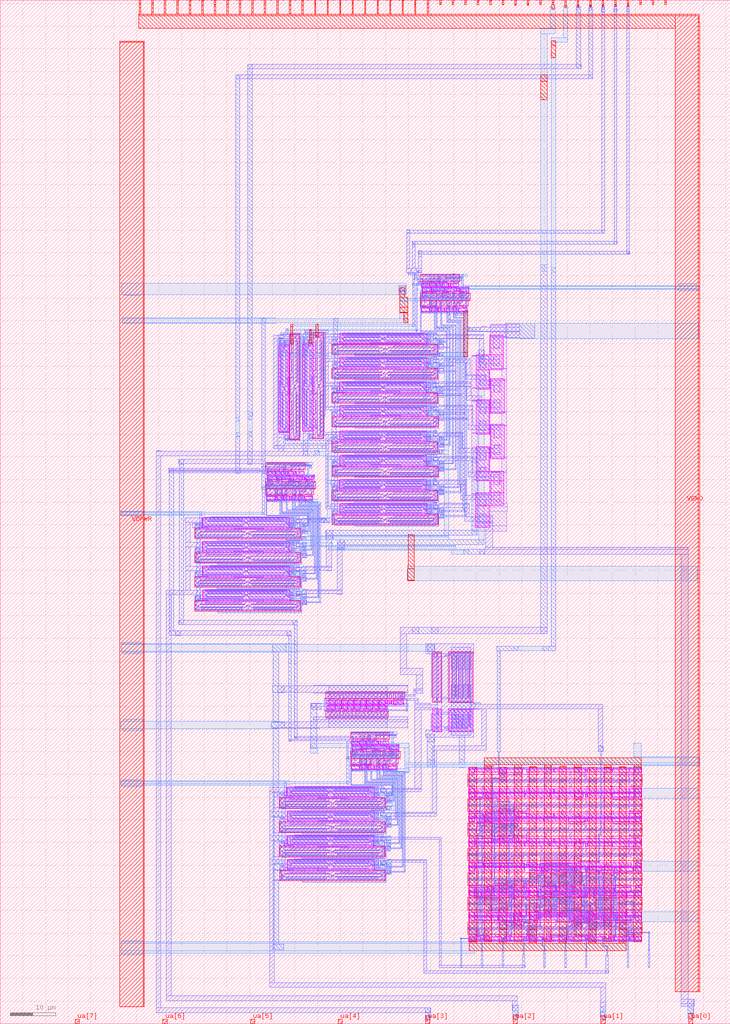
<source format=lef>
VERSION 5.7 ;
  NOWIREEXTENSIONATPIN ON ;
  DIVIDERCHAR "/" ;
  BUSBITCHARS "[]" ;
MACRO tt_um_patdeegan_anamux
  CLASS BLOCK ;
  FOREIGN tt_um_patdeegan_anamux ;
  ORIGIN 0.000 0.000 ;
  SIZE 161.000 BY 225.760 ;
  PIN clk
    DIRECTION INPUT ;
    USE SIGNAL ;
    PORT
      LAYER met4 ;
        RECT 143.830 224.760 144.130 225.760 ;
    END
  END clk
  PIN ena
    DIRECTION INPUT ;
    USE SIGNAL ;
    PORT
      LAYER met4 ;
        RECT 146.590 224.760 146.890 225.760 ;
    END
  END ena
  PIN rst_n
    DIRECTION INPUT ;
    USE SIGNAL ;
    PORT
      LAYER met4 ;
        RECT 141.070 224.760 141.370 225.760 ;
    END
  END rst_n
  PIN ua[0]
    DIRECTION INOUT ;
    USE SIGNAL ;
    ANTENNADIFFAREA 20.879999 ;
    PORT
      LAYER met4 ;
        RECT 151.810 0.000 152.710 1.000 ;
    END
  END ua[0]
  PIN ua[1]
    DIRECTION INOUT ;
    USE SIGNAL ;
    ANTENNADIFFAREA 41.759998 ;
    PORT
      LAYER met4 ;
        RECT 132.490 0.000 133.390 1.000 ;
    END
  END ua[1]
  PIN ua[2]
    DIRECTION INOUT ;
    USE SIGNAL ;
    ANTENNADIFFAREA 41.759998 ;
    PORT
      LAYER met4 ;
        RECT 113.170 0.000 114.070 1.000 ;
    END
  END ua[2]
  PIN ua[3]
    DIRECTION INOUT ;
    USE SIGNAL ;
    ANTENNADIFFAREA 31.320000 ;
    PORT
      LAYER met4 ;
        RECT 93.850 0.000 94.750 1.000 ;
    END
  END ua[3]
  PIN ua[4]
    DIRECTION INOUT ;
    USE SIGNAL ;
    PORT
      LAYER met4 ;
        RECT 74.530 0.000 75.430 1.000 ;
    END
  END ua[4]
  PIN ua[5]
    DIRECTION INOUT ;
    USE SIGNAL ;
    PORT
      LAYER met4 ;
        RECT 55.210 0.000 56.110 1.000 ;
    END
  END ua[5]
  PIN ua[6]
    DIRECTION INOUT ;
    USE SIGNAL ;
    PORT
      LAYER met4 ;
        RECT 35.890 0.000 36.790 1.000 ;
    END
  END ua[6]
  PIN ua[7]
    DIRECTION INOUT ;
    USE SIGNAL ;
    PORT
      LAYER met4 ;
        RECT 16.570 0.000 17.470 1.000 ;
    END
  END ua[7]
  PIN ui_in[0]
    DIRECTION INPUT ;
    USE SIGNAL ;
    ANTENNAGATEAREA 0.873000 ;
    PORT
      LAYER met4 ;
        RECT 138.310 224.760 138.610 225.760 ;
    END
  END ui_in[0]
  PIN ui_in[1]
    DIRECTION INPUT ;
    USE SIGNAL ;
    ANTENNAGATEAREA 0.873000 ;
    PORT
      LAYER met4 ;
        RECT 135.550 224.760 135.850 225.760 ;
    END
  END ui_in[1]
  PIN ui_in[2]
    DIRECTION INPUT ;
    USE SIGNAL ;
    ANTENNAGATEAREA 13.094999 ;
    PORT
      LAYER met4 ;
        RECT 132.790 224.760 133.090 225.760 ;
    END
  END ui_in[2]
  PIN ui_in[3]
    DIRECTION INPUT ;
    USE SIGNAL ;
    ANTENNAGATEAREA 1.746000 ;
    PORT
      LAYER met4 ;
        RECT 130.030 224.760 130.330 225.760 ;
    END
  END ui_in[3]
  PIN ui_in[4]
    DIRECTION INPUT ;
    USE SIGNAL ;
    ANTENNAGATEAREA 1.746000 ;
    PORT
      LAYER met4 ;
        RECT 127.270 224.760 127.570 225.760 ;
    END
  END ui_in[4]
  PIN ui_in[5]
    DIRECTION INPUT ;
    USE SIGNAL ;
    ANTENNAGATEAREA 0.196500 ;
    PORT
      LAYER met4 ;
        RECT 124.510 224.760 124.810 225.760 ;
    END
  END ui_in[5]
  PIN ui_in[6]
    DIRECTION INPUT ;
    USE SIGNAL ;
    ANTENNAGATEAREA 0.495000 ;
    PORT
      LAYER met4 ;
        RECT 121.750 224.760 122.050 225.760 ;
    END
  END ui_in[6]
  PIN ui_in[7]
    DIRECTION INPUT ;
    USE SIGNAL ;
    PORT
      LAYER met4 ;
        RECT 118.990 224.760 119.290 225.760 ;
    END
  END ui_in[7]
  PIN uio_in[0]
    DIRECTION INPUT ;
    USE SIGNAL ;
    PORT
      LAYER met4 ;
        RECT 116.230 224.760 116.530 225.760 ;
    END
  END uio_in[0]
  PIN uio_in[1]
    DIRECTION INPUT ;
    USE SIGNAL ;
    PORT
      LAYER met4 ;
        RECT 113.470 224.760 113.770 225.760 ;
    END
  END uio_in[1]
  PIN uio_in[2]
    DIRECTION INPUT ;
    USE SIGNAL ;
    PORT
      LAYER met4 ;
        RECT 110.710 224.760 111.010 225.760 ;
    END
  END uio_in[2]
  PIN uio_in[3]
    DIRECTION INPUT ;
    USE SIGNAL ;
    PORT
      LAYER met4 ;
        RECT 107.950 224.760 108.250 225.760 ;
    END
  END uio_in[3]
  PIN uio_in[4]
    DIRECTION INPUT ;
    USE SIGNAL ;
    PORT
      LAYER met4 ;
        RECT 105.190 224.760 105.490 225.760 ;
    END
  END uio_in[4]
  PIN uio_in[5]
    DIRECTION INPUT ;
    USE SIGNAL ;
    PORT
      LAYER met4 ;
        RECT 102.430 224.760 102.730 225.760 ;
    END
  END uio_in[5]
  PIN uio_in[6]
    DIRECTION INPUT ;
    USE SIGNAL ;
    PORT
      LAYER met4 ;
        RECT 99.670 224.760 99.970 225.760 ;
    END
  END uio_in[6]
  PIN uio_in[7]
    DIRECTION INPUT ;
    USE SIGNAL ;
    PORT
      LAYER met4 ;
        RECT 96.910 224.760 97.210 225.760 ;
    END
  END uio_in[7]
  PIN uio_oe[0]
    DIRECTION OUTPUT ;
    USE SIGNAL ;
    ANTENNAGATEAREA 224.938492 ;
    ANTENNADIFFAREA 237.083939 ;
    PORT
      LAYER met4 ;
        RECT 49.990 224.760 50.290 225.760 ;
    END
  END uio_oe[0]
  PIN uio_oe[1]
    DIRECTION OUTPUT ;
    USE SIGNAL ;
    ANTENNAGATEAREA 224.938492 ;
    ANTENNADIFFAREA 237.083939 ;
    PORT
      LAYER met4 ;
        RECT 47.230 224.760 47.530 225.760 ;
    END
  END uio_oe[1]
  PIN uio_oe[2]
    DIRECTION OUTPUT ;
    USE SIGNAL ;
    ANTENNAGATEAREA 224.938492 ;
    ANTENNADIFFAREA 237.083939 ;
    PORT
      LAYER met4 ;
        RECT 44.470 224.760 44.770 225.760 ;
    END
  END uio_oe[2]
  PIN uio_oe[3]
    DIRECTION OUTPUT ;
    USE SIGNAL ;
    ANTENNAGATEAREA 224.938492 ;
    ANTENNADIFFAREA 237.083939 ;
    PORT
      LAYER met4 ;
        RECT 41.710 224.760 42.010 225.760 ;
    END
  END uio_oe[3]
  PIN uio_oe[4]
    DIRECTION OUTPUT ;
    USE SIGNAL ;
    ANTENNAGATEAREA 224.938492 ;
    ANTENNADIFFAREA 237.083939 ;
    PORT
      LAYER met4 ;
        RECT 38.950 224.760 39.250 225.760 ;
    END
  END uio_oe[4]
  PIN uio_oe[5]
    DIRECTION OUTPUT ;
    USE SIGNAL ;
    ANTENNAGATEAREA 224.938492 ;
    ANTENNADIFFAREA 237.083939 ;
    PORT
      LAYER met4 ;
        RECT 36.190 224.760 36.490 225.760 ;
    END
  END uio_oe[5]
  PIN uio_oe[6]
    DIRECTION OUTPUT ;
    USE SIGNAL ;
    ANTENNAGATEAREA 224.938492 ;
    ANTENNADIFFAREA 237.083939 ;
    PORT
      LAYER met4 ;
        RECT 33.430 224.760 33.730 225.760 ;
    END
  END uio_oe[6]
  PIN uio_oe[7]
    DIRECTION OUTPUT ;
    USE SIGNAL ;
    ANTENNAGATEAREA 224.938492 ;
    ANTENNADIFFAREA 237.083939 ;
    PORT
      LAYER met4 ;
        RECT 30.670 224.760 30.970 225.760 ;
    END
  END uio_oe[7]
  PIN uio_out[0]
    DIRECTION OUTPUT ;
    USE SIGNAL ;
    ANTENNAGATEAREA 224.938492 ;
    ANTENNADIFFAREA 237.083939 ;
    PORT
      LAYER met4 ;
        RECT 72.070 224.760 72.370 225.760 ;
    END
  END uio_out[0]
  PIN uio_out[1]
    DIRECTION OUTPUT ;
    USE SIGNAL ;
    ANTENNAGATEAREA 224.938492 ;
    ANTENNADIFFAREA 237.083939 ;
    PORT
      LAYER met4 ;
        RECT 69.310 224.760 69.610 225.760 ;
    END
  END uio_out[1]
  PIN uio_out[2]
    DIRECTION OUTPUT ;
    USE SIGNAL ;
    ANTENNAGATEAREA 224.938492 ;
    ANTENNADIFFAREA 237.083939 ;
    PORT
      LAYER met4 ;
        RECT 66.550 224.760 66.850 225.760 ;
    END
  END uio_out[2]
  PIN uio_out[3]
    DIRECTION OUTPUT ;
    USE SIGNAL ;
    ANTENNAGATEAREA 224.938492 ;
    ANTENNADIFFAREA 237.083939 ;
    PORT
      LAYER met4 ;
        RECT 63.790 224.760 64.090 225.760 ;
    END
  END uio_out[3]
  PIN uio_out[4]
    DIRECTION OUTPUT ;
    USE SIGNAL ;
    ANTENNAGATEAREA 224.938492 ;
    ANTENNADIFFAREA 237.083939 ;
    PORT
      LAYER met4 ;
        RECT 61.030 224.760 61.330 225.760 ;
    END
  END uio_out[4]
  PIN uio_out[5]
    DIRECTION OUTPUT ;
    USE SIGNAL ;
    ANTENNAGATEAREA 224.938492 ;
    ANTENNADIFFAREA 237.083939 ;
    PORT
      LAYER met4 ;
        RECT 58.270 224.760 58.570 225.760 ;
    END
  END uio_out[5]
  PIN uio_out[6]
    DIRECTION OUTPUT ;
    USE SIGNAL ;
    ANTENNAGATEAREA 224.938492 ;
    ANTENNADIFFAREA 237.083939 ;
    PORT
      LAYER met4 ;
        RECT 55.510 224.760 55.810 225.760 ;
    END
  END uio_out[6]
  PIN uio_out[7]
    DIRECTION OUTPUT ;
    USE SIGNAL ;
    ANTENNAGATEAREA 224.938492 ;
    ANTENNADIFFAREA 237.083939 ;
    PORT
      LAYER met4 ;
        RECT 52.750 224.760 53.050 225.760 ;
    END
  END uio_out[7]
  PIN uo_out[0]
    DIRECTION OUTPUT ;
    USE SIGNAL ;
    ANTENNAGATEAREA 224.938492 ;
    ANTENNADIFFAREA 237.083939 ;
    PORT
      LAYER met4 ;
        RECT 94.150 224.760 94.450 225.760 ;
    END
  END uo_out[0]
  PIN uo_out[1]
    DIRECTION OUTPUT ;
    USE SIGNAL ;
    ANTENNAGATEAREA 224.938492 ;
    ANTENNADIFFAREA 237.083939 ;
    PORT
      LAYER met4 ;
        RECT 91.390 224.760 91.690 225.760 ;
    END
  END uo_out[1]
  PIN uo_out[2]
    DIRECTION OUTPUT ;
    USE SIGNAL ;
    ANTENNAGATEAREA 224.938492 ;
    ANTENNADIFFAREA 237.083939 ;
    PORT
      LAYER met4 ;
        RECT 88.630 224.760 88.930 225.760 ;
    END
  END uo_out[2]
  PIN uo_out[3]
    DIRECTION OUTPUT ;
    USE SIGNAL ;
    ANTENNAGATEAREA 224.938492 ;
    ANTENNADIFFAREA 237.083939 ;
    PORT
      LAYER met4 ;
        RECT 85.870 224.760 86.170 225.760 ;
    END
  END uo_out[3]
  PIN uo_out[4]
    DIRECTION OUTPUT ;
    USE SIGNAL ;
    ANTENNAGATEAREA 224.938492 ;
    ANTENNADIFFAREA 237.083939 ;
    PORT
      LAYER met4 ;
        RECT 83.110 224.760 83.410 225.760 ;
    END
  END uo_out[4]
  PIN uo_out[5]
    DIRECTION OUTPUT ;
    USE SIGNAL ;
    ANTENNAGATEAREA 224.938492 ;
    ANTENNADIFFAREA 237.083939 ;
    PORT
      LAYER met4 ;
        RECT 80.350 224.760 80.650 225.760 ;
    END
  END uo_out[5]
  PIN uo_out[6]
    DIRECTION OUTPUT ;
    USE SIGNAL ;
    ANTENNAGATEAREA 224.938492 ;
    ANTENNADIFFAREA 237.083939 ;
    PORT
      LAYER met4 ;
        RECT 77.590 224.760 77.890 225.760 ;
    END
  END uo_out[6]
  PIN uo_out[7]
    DIRECTION OUTPUT ;
    USE SIGNAL ;
    ANTENNAGATEAREA 224.938492 ;
    ANTENNADIFFAREA 237.083939 ;
    PORT
      LAYER met4 ;
        RECT 74.830 224.760 75.130 225.760 ;
    END
  END uo_out[7]
  PIN VDPWR
    ANTENNAGATEAREA 143.192490 ;
    ANTENNADIFFAREA 298.813782 ;
    PORT
      LAYER met4 ;
        RECT 26.400 3.740 31.500 216.500 ;
    END
  END VDPWR
  PIN VGND
    USE GROUND ;
    PORT
      LAYER met4 ;
        RECT 148.900 7.040 153.990 222.340 ;
    END
  END VGND
  OBS
      LAYER nwell ;
        RECT 92.685 163.695 101.345 165.300 ;
      LAYER pwell ;
        RECT 92.880 162.495 94.710 163.305 ;
        RECT 94.730 162.495 96.080 163.405 ;
        RECT 96.110 162.495 97.460 163.405 ;
        RECT 97.490 162.495 98.840 163.405 ;
        RECT 98.870 162.580 99.300 163.365 ;
        RECT 99.320 162.495 101.150 163.305 ;
        RECT 93.020 162.305 93.190 162.495 ;
        RECT 94.860 162.305 95.030 162.495 ;
        RECT 96.240 162.305 96.410 162.495 ;
        RECT 94.860 162.285 95.010 162.305 ;
        RECT 97.620 162.285 97.790 162.495 ;
        RECT 99.460 162.305 99.630 162.495 ;
        RECT 100.380 162.285 100.550 162.475 ;
        RECT 103.140 162.305 103.310 162.475 ;
        RECT 103.140 162.285 103.290 162.305 ;
        RECT 93.080 161.465 95.010 162.285 ;
        RECT 95.180 161.605 97.930 162.285 ;
        RECT 97.940 161.605 100.690 162.285 ;
        RECT 93.080 161.375 94.030 161.465 ;
        RECT 95.180 161.375 96.110 161.605 ;
        RECT 97.940 161.375 98.870 161.605 ;
        RECT 100.710 161.415 101.140 162.200 ;
        RECT 101.360 161.465 103.290 162.285 ;
        RECT 101.360 161.375 102.310 161.465 ;
      LAYER nwell ;
        RECT 92.685 159.480 103.645 161.085 ;
        RECT 92.685 158.255 103.185 159.480 ;
      LAYER pwell ;
        RECT 92.880 157.055 94.710 157.865 ;
        RECT 94.730 157.140 95.160 157.925 ;
        RECT 95.190 157.055 96.540 157.965 ;
        RECT 96.570 157.055 97.920 157.965 ;
        RECT 97.950 157.140 98.380 157.925 ;
        RECT 98.410 157.055 99.760 157.965 ;
        RECT 99.790 157.055 101.140 157.965 ;
        RECT 101.160 157.055 102.990 157.865 ;
        RECT 93.020 156.865 93.190 157.055 ;
        RECT 95.320 156.865 95.490 157.055 ;
        RECT 96.700 156.865 96.870 157.055 ;
        RECT 98.540 156.865 98.710 157.055 ;
        RECT 99.920 156.865 100.090 157.055 ;
        RECT 101.300 156.865 101.470 157.055 ;
        RECT 61.475 130.460 63.785 149.650 ;
      LAYER nwell ;
        RECT 63.795 128.790 66.105 152.160 ;
      LAYER pwell ;
        RECT 66.765 130.650 69.075 149.840 ;
      LAYER nwell ;
        RECT 69.085 128.980 71.395 152.350 ;
      LAYER pwell ;
        RECT 74.825 149.920 94.015 152.230 ;
      LAYER nwell ;
        RECT 73.155 147.600 96.525 149.910 ;
      LAYER pwell ;
        RECT 107.920 147.525 110.990 151.825 ;
        RECT 74.835 144.570 94.025 146.880 ;
      LAYER nwell ;
        RECT 73.165 142.250 96.535 144.560 ;
      LAYER pwell ;
        RECT 104.930 144.255 110.990 147.525 ;
        RECT 74.805 139.220 93.995 141.530 ;
        RECT 104.930 139.955 108.000 144.255 ;
      LAYER nwell ;
        RECT 73.135 136.900 96.505 139.210 ;
      LAYER pwell ;
        RECT 74.845 133.940 94.035 136.250 ;
      LAYER nwell ;
        RECT 73.175 131.620 96.545 133.930 ;
      LAYER pwell ;
        RECT 74.835 128.350 94.025 130.660 ;
        RECT 104.930 130.045 108.000 137.615 ;
        RECT 108.040 134.645 111.110 142.215 ;
      LAYER nwell ;
        RECT 73.165 126.030 96.535 128.340 ;
        RECT 58.600 122.160 67.260 123.765 ;
      LAYER pwell ;
        RECT 74.845 123.000 94.035 125.310 ;
        RECT 58.795 120.960 60.625 121.770 ;
        RECT 60.645 120.960 61.995 121.870 ;
        RECT 62.025 120.960 63.375 121.870 ;
        RECT 63.405 120.960 64.755 121.870 ;
        RECT 64.785 121.045 65.215 121.830 ;
        RECT 65.235 120.960 67.065 121.770 ;
        RECT 58.935 120.770 59.105 120.960 ;
        RECT 60.775 120.770 60.945 120.960 ;
        RECT 62.155 120.770 62.325 120.960 ;
        RECT 60.775 120.750 60.925 120.770 ;
        RECT 63.535 120.750 63.705 120.960 ;
        RECT 65.375 120.770 65.545 120.960 ;
        RECT 66.295 120.750 66.465 120.940 ;
        RECT 69.055 120.770 69.225 120.940 ;
        RECT 69.055 120.750 69.205 120.770 ;
        RECT 58.995 119.930 60.925 120.750 ;
        RECT 61.095 120.070 63.845 120.750 ;
        RECT 63.855 120.070 66.605 120.750 ;
        RECT 58.995 119.840 59.945 119.930 ;
        RECT 61.095 119.840 62.025 120.070 ;
        RECT 63.855 119.840 64.785 120.070 ;
        RECT 66.625 119.880 67.055 120.665 ;
        RECT 67.275 119.930 69.205 120.750 ;
      LAYER nwell ;
        RECT 73.175 120.680 96.545 122.990 ;
      LAYER pwell ;
        RECT 104.930 121.885 108.000 127.275 ;
        RECT 108.040 124.655 111.110 132.225 ;
        RECT 67.275 119.840 68.225 119.930 ;
      LAYER nwell ;
        RECT 58.600 117.945 69.560 119.550 ;
        RECT 58.600 116.720 69.100 117.945 ;
      LAYER pwell ;
        RECT 74.815 117.650 94.005 119.960 ;
        RECT 104.930 119.705 111.050 121.885 ;
        RECT 58.795 115.520 60.625 116.330 ;
        RECT 60.645 115.605 61.075 116.390 ;
        RECT 61.105 115.520 62.455 116.430 ;
        RECT 62.485 115.520 63.835 116.430 ;
        RECT 63.865 115.605 64.295 116.390 ;
        RECT 64.325 115.520 65.675 116.430 ;
        RECT 65.705 115.520 67.055 116.430 ;
        RECT 67.075 115.520 68.905 116.330 ;
        RECT 58.935 115.330 59.105 115.520 ;
        RECT 61.235 115.330 61.405 115.520 ;
        RECT 62.615 115.330 62.785 115.520 ;
        RECT 64.455 115.330 64.625 115.520 ;
        RECT 65.835 115.330 66.005 115.520 ;
        RECT 67.215 115.330 67.385 115.520 ;
      LAYER nwell ;
        RECT 73.145 115.330 96.515 117.640 ;
      LAYER pwell ;
        RECT 107.980 117.095 111.050 119.705 ;
        RECT 74.855 112.370 94.045 114.680 ;
        RECT 104.920 114.315 111.050 117.095 ;
        RECT 44.590 109.305 63.780 111.615 ;
      LAYER nwell ;
        RECT 73.185 110.050 96.555 112.360 ;
      LAYER pwell ;
        RECT 104.920 109.525 107.990 114.315 ;
      LAYER nwell ;
        RECT 42.920 106.985 66.290 109.295 ;
      LAYER pwell ;
        RECT 44.600 103.955 63.790 106.265 ;
      LAYER nwell ;
        RECT 42.930 101.635 66.300 103.945 ;
      LAYER pwell ;
        RECT 44.570 98.605 63.760 100.915 ;
      LAYER nwell ;
        RECT 42.900 96.285 66.270 98.595 ;
      LAYER pwell ;
        RECT 44.610 93.325 63.800 95.635 ;
      LAYER nwell ;
        RECT 42.940 91.005 66.310 93.315 ;
        RECT 83.200 73.245 84.720 73.255 ;
        RECT 71.840 71.640 89.240 73.245 ;
      LAYER pwell ;
        RECT 72.045 70.525 72.475 71.310 ;
        RECT 72.505 70.440 73.855 71.350 ;
        RECT 73.885 70.440 75.235 71.350 ;
        RECT 75.265 70.440 76.615 71.350 ;
        RECT 76.645 70.440 77.995 71.350 ;
        RECT 78.025 70.440 79.375 71.350 ;
        RECT 79.405 70.440 80.755 71.350 ;
        RECT 80.785 70.440 82.135 71.350 ;
        RECT 82.165 70.440 83.515 71.350 ;
        RECT 83.545 70.440 84.895 71.350 ;
        RECT 84.925 70.525 85.355 71.310 ;
        RECT 85.385 70.525 85.815 71.310 ;
        RECT 85.845 70.525 86.275 71.310 ;
        RECT 86.305 70.525 86.735 71.310 ;
        RECT 86.755 70.440 88.945 71.350 ;
      LAYER nwell ;
        RECT 95.315 70.855 97.425 82.045 ;
        RECT 98.815 70.855 104.325 82.045 ;
      LAYER pwell ;
        RECT 72.635 70.250 72.805 70.440 ;
        RECT 73.555 70.230 73.725 70.420 ;
        RECT 74.015 70.250 74.185 70.440 ;
        RECT 74.935 70.230 75.105 70.420 ;
        RECT 75.395 70.250 75.565 70.440 ;
        RECT 76.315 70.230 76.485 70.420 ;
        RECT 76.775 70.250 76.945 70.440 ;
        RECT 77.695 70.230 77.865 70.420 ;
        RECT 78.155 70.250 78.325 70.440 ;
        RECT 79.075 70.230 79.245 70.420 ;
        RECT 79.535 70.250 79.705 70.440 ;
        RECT 80.455 70.230 80.625 70.420 ;
        RECT 80.915 70.250 81.085 70.440 ;
        RECT 81.835 70.230 82.005 70.420 ;
        RECT 82.295 70.250 82.465 70.440 ;
        RECT 83.215 70.230 83.385 70.420 ;
        RECT 83.675 70.250 83.845 70.440 ;
        RECT 84.595 70.230 84.765 70.420 ;
        RECT 86.900 70.250 87.070 70.440 ;
        RECT 72.045 69.360 72.475 70.145 ;
        RECT 72.505 69.320 73.855 70.230 ;
        RECT 73.885 69.320 75.235 70.230 ;
        RECT 75.265 69.320 76.615 70.230 ;
        RECT 76.645 69.320 77.995 70.230 ;
        RECT 78.025 69.320 79.375 70.230 ;
        RECT 79.405 69.320 80.755 70.230 ;
        RECT 80.785 69.320 82.135 70.230 ;
        RECT 82.165 69.320 83.515 70.230 ;
        RECT 83.545 69.320 84.895 70.230 ;
        RECT 84.925 69.360 85.355 70.145 ;
      LAYER nwell ;
        RECT 71.840 67.425 85.560 69.030 ;
      LAYER pwell ;
        RECT 95.315 64.355 97.425 69.455 ;
        RECT 98.815 64.355 104.325 69.455 ;
      LAYER nwell ;
        RECT 77.250 62.715 85.910 64.320 ;
      LAYER pwell ;
        RECT 77.445 61.515 79.275 62.325 ;
        RECT 79.295 61.515 80.645 62.425 ;
        RECT 80.675 61.515 82.025 62.425 ;
        RECT 82.055 61.515 83.405 62.425 ;
        RECT 83.435 61.600 83.865 62.385 ;
        RECT 83.885 61.515 85.715 62.325 ;
        RECT 77.585 61.325 77.755 61.515 ;
        RECT 79.425 61.325 79.595 61.515 ;
        RECT 80.805 61.325 80.975 61.515 ;
        RECT 79.425 61.305 79.575 61.325 ;
        RECT 82.185 61.305 82.355 61.515 ;
        RECT 84.025 61.325 84.195 61.515 ;
        RECT 84.945 61.305 85.115 61.495 ;
        RECT 87.705 61.325 87.875 61.495 ;
        RECT 87.705 61.305 87.855 61.325 ;
        RECT 77.645 60.485 79.575 61.305 ;
        RECT 79.745 60.625 82.495 61.305 ;
        RECT 82.505 60.625 85.255 61.305 ;
        RECT 77.645 60.395 78.595 60.485 ;
        RECT 79.745 60.395 80.675 60.625 ;
        RECT 82.505 60.395 83.435 60.625 ;
        RECT 85.275 60.435 85.705 61.220 ;
        RECT 85.925 60.485 87.855 61.305 ;
        RECT 85.925 60.395 86.875 60.485 ;
      LAYER nwell ;
        RECT 77.250 58.500 88.210 60.105 ;
        RECT 77.250 57.275 87.750 58.500 ;
      LAYER pwell ;
        RECT 77.445 56.075 79.275 56.885 ;
        RECT 79.295 56.160 79.725 56.945 ;
        RECT 79.755 56.075 81.105 56.985 ;
        RECT 81.135 56.075 82.485 56.985 ;
        RECT 82.515 56.160 82.945 56.945 ;
        RECT 82.975 56.075 84.325 56.985 ;
        RECT 84.355 56.075 85.705 56.985 ;
        RECT 85.725 56.075 87.555 56.885 ;
        RECT 103.415 56.250 103.585 56.440 ;
        RECT 104.795 56.250 104.965 56.440 ;
        RECT 111.225 56.250 111.395 56.440 ;
        RECT 111.695 56.250 111.865 56.440 ;
        RECT 115.385 56.295 115.545 56.405 ;
        RECT 116.755 56.250 116.925 56.440 ;
        RECT 122.275 56.250 122.445 56.440 ;
        RECT 127.795 56.250 127.965 56.440 ;
        RECT 129.635 56.250 129.805 56.440 ;
        RECT 135.155 56.250 135.325 56.440 ;
        RECT 138.835 56.250 139.005 56.440 ;
        RECT 141.135 56.250 141.305 56.440 ;
        RECT 77.585 55.885 77.755 56.075 ;
        RECT 79.885 55.885 80.055 56.075 ;
        RECT 81.265 55.885 81.435 56.075 ;
        RECT 83.105 55.885 83.275 56.075 ;
        RECT 84.485 55.885 84.655 56.075 ;
        RECT 85.865 55.885 86.035 56.075 ;
        RECT 103.275 55.440 104.645 56.250 ;
        RECT 104.655 55.440 110.165 56.250 ;
        RECT 110.175 55.470 111.545 56.250 ;
        RECT 111.555 55.440 115.225 56.250 ;
        RECT 116.165 55.380 116.595 56.165 ;
        RECT 116.615 55.440 122.125 56.250 ;
        RECT 122.135 55.440 127.645 56.250 ;
        RECT 127.655 55.440 129.025 56.250 ;
        RECT 129.045 55.380 129.475 56.165 ;
        RECT 129.495 55.440 135.005 56.250 ;
        RECT 135.015 55.440 138.685 56.250 ;
        RECT 138.695 55.440 140.065 56.250 ;
        RECT 140.075 55.440 141.445 56.250 ;
      LAYER nwell ;
        RECT 103.080 52.220 141.640 55.050 ;
      LAYER pwell ;
        RECT 63.240 49.860 82.430 52.170 ;
        RECT 103.275 51.020 104.645 51.830 ;
        RECT 104.655 51.020 110.165 51.830 ;
        RECT 110.175 51.020 115.685 51.830 ;
        RECT 116.165 51.105 116.595 51.890 ;
        RECT 116.615 51.020 122.125 51.830 ;
        RECT 122.135 51.020 127.645 51.830 ;
        RECT 127.655 51.020 133.165 51.830 ;
        RECT 133.175 51.020 138.685 51.830 ;
        RECT 138.695 51.020 140.065 51.830 ;
        RECT 140.075 51.020 141.445 51.830 ;
        RECT 103.415 50.810 103.585 51.020 ;
        RECT 104.795 50.810 104.965 51.020 ;
        RECT 106.630 50.860 106.750 50.970 ;
        RECT 107.095 50.810 107.265 51.000 ;
        RECT 110.315 50.810 110.485 51.020 ;
        RECT 115.835 50.970 116.005 51.000 ;
        RECT 115.830 50.860 116.005 50.970 ;
        RECT 115.835 50.810 116.005 50.860 ;
        RECT 116.755 50.830 116.925 51.020 ;
        RECT 121.355 50.810 121.525 51.000 ;
        RECT 122.275 50.830 122.445 51.020 ;
        RECT 126.875 50.810 127.045 51.000 ;
        RECT 127.795 50.830 127.965 51.020 ;
        RECT 128.710 50.860 128.830 50.970 ;
        RECT 129.635 50.810 129.805 51.000 ;
        RECT 133.315 50.830 133.485 51.020 ;
        RECT 135.155 50.810 135.325 51.000 ;
        RECT 138.835 50.810 139.005 51.020 ;
        RECT 141.135 50.810 141.305 51.020 ;
        RECT 103.275 50.000 104.645 50.810 ;
        RECT 104.655 50.000 106.485 50.810 ;
        RECT 106.995 49.900 110.165 50.810 ;
        RECT 110.175 50.000 115.685 50.810 ;
        RECT 115.695 50.000 121.205 50.810 ;
        RECT 121.215 50.000 126.725 50.810 ;
        RECT 126.735 50.000 128.565 50.810 ;
        RECT 129.045 49.940 129.475 50.725 ;
        RECT 129.495 50.000 135.005 50.810 ;
        RECT 135.015 50.000 138.685 50.810 ;
        RECT 138.695 50.000 140.065 50.810 ;
        RECT 140.075 50.000 141.445 50.810 ;
      LAYER nwell ;
        RECT 61.570 47.540 84.940 49.850 ;
      LAYER pwell ;
        RECT 63.250 44.510 82.440 46.820 ;
      LAYER nwell ;
        RECT 103.080 46.780 141.640 49.610 ;
      LAYER pwell ;
        RECT 103.275 45.580 104.645 46.390 ;
        RECT 104.655 45.580 106.485 46.390 ;
        RECT 106.995 46.260 108.345 46.490 ;
        RECT 109.880 46.260 110.790 46.480 ;
        RECT 106.995 45.580 114.305 46.260 ;
        RECT 114.315 45.580 116.145 46.390 ;
        RECT 116.165 45.665 116.595 46.450 ;
        RECT 116.615 45.580 122.125 46.390 ;
        RECT 122.135 45.580 127.645 46.390 ;
        RECT 127.655 45.580 133.165 46.390 ;
        RECT 133.175 45.580 138.685 46.390 ;
        RECT 138.695 45.580 140.065 46.390 ;
        RECT 140.075 45.580 141.445 46.390 ;
        RECT 103.415 45.370 103.585 45.580 ;
        RECT 104.795 45.530 104.965 45.580 ;
        RECT 106.635 45.530 106.805 45.560 ;
        RECT 104.790 45.420 104.965 45.530 ;
        RECT 106.630 45.420 106.805 45.530 ;
        RECT 104.795 45.390 104.965 45.420 ;
        RECT 106.635 45.370 106.805 45.420 ;
        RECT 113.995 45.370 114.165 45.580 ;
        RECT 114.455 45.370 114.625 45.580 ;
        RECT 116.755 45.390 116.925 45.580 ;
        RECT 119.975 45.370 120.145 45.560 ;
        RECT 122.275 45.390 122.445 45.580 ;
        RECT 125.495 45.370 125.665 45.560 ;
        RECT 127.795 45.390 127.965 45.580 ;
        RECT 129.635 45.370 129.805 45.560 ;
        RECT 133.315 45.390 133.485 45.580 ;
        RECT 135.155 45.370 135.325 45.560 ;
        RECT 138.835 45.370 139.005 45.580 ;
        RECT 141.135 45.370 141.305 45.580 ;
        RECT 103.275 44.560 104.645 45.370 ;
      LAYER nwell ;
        RECT 61.580 42.190 84.950 44.500 ;
      LAYER pwell ;
        RECT 105.115 44.460 106.930 45.370 ;
        RECT 106.995 44.690 114.305 45.370 ;
        RECT 106.995 44.460 108.345 44.690 ;
        RECT 109.880 44.470 110.790 44.690 ;
        RECT 114.315 44.560 119.825 45.370 ;
        RECT 119.835 44.560 125.345 45.370 ;
        RECT 125.355 44.560 129.025 45.370 ;
        RECT 129.045 44.500 129.475 45.285 ;
        RECT 129.495 44.560 135.005 45.370 ;
        RECT 135.015 44.560 138.685 45.370 ;
        RECT 138.695 44.560 140.065 45.370 ;
        RECT 140.075 44.560 141.445 45.370 ;
        RECT 63.220 39.160 82.410 41.470 ;
      LAYER nwell ;
        RECT 103.080 41.340 141.640 44.170 ;
      LAYER pwell ;
        RECT 103.275 40.140 104.645 40.950 ;
        RECT 104.655 40.140 108.325 40.950 ;
        RECT 110.165 40.820 111.085 41.050 ;
        RECT 108.795 40.140 111.085 40.820 ;
        RECT 111.095 40.140 112.925 40.820 ;
        RECT 112.935 40.140 114.285 41.050 ;
        RECT 114.315 40.140 116.145 40.950 ;
        RECT 116.165 40.225 116.595 41.010 ;
        RECT 116.615 40.140 122.125 40.950 ;
        RECT 122.135 40.140 127.645 40.950 ;
        RECT 127.655 40.140 133.165 40.950 ;
        RECT 133.175 40.140 138.685 40.950 ;
        RECT 138.695 40.140 140.065 40.950 ;
        RECT 140.075 40.140 141.445 40.950 ;
        RECT 103.415 39.930 103.585 40.140 ;
        RECT 104.795 39.930 104.965 40.140 ;
        RECT 108.470 39.980 108.590 40.090 ;
        RECT 108.935 39.950 109.105 40.140 ;
        RECT 110.315 39.930 110.485 40.120 ;
        RECT 111.235 39.950 111.405 40.140 ;
        RECT 113.080 39.950 113.250 40.140 ;
        RECT 114.455 39.950 114.625 40.140 ;
        RECT 115.835 39.930 116.005 40.120 ;
        RECT 116.755 39.950 116.925 40.140 ;
        RECT 121.355 39.930 121.525 40.120 ;
        RECT 122.275 39.950 122.445 40.140 ;
        RECT 126.875 39.930 127.045 40.120 ;
        RECT 127.795 39.950 127.965 40.140 ;
        RECT 128.710 39.980 128.830 40.090 ;
        RECT 129.635 39.930 129.805 40.120 ;
        RECT 133.315 39.950 133.485 40.140 ;
        RECT 135.155 39.930 135.325 40.120 ;
        RECT 138.835 39.930 139.005 40.140 ;
        RECT 141.135 39.930 141.305 40.140 ;
      LAYER nwell ;
        RECT 61.550 36.840 84.920 39.150 ;
      LAYER pwell ;
        RECT 103.275 39.120 104.645 39.930 ;
        RECT 104.655 39.120 110.165 39.930 ;
        RECT 110.175 39.120 115.685 39.930 ;
        RECT 115.695 39.120 121.205 39.930 ;
        RECT 121.215 39.120 126.725 39.930 ;
        RECT 126.735 39.120 128.565 39.930 ;
        RECT 129.045 39.060 129.475 39.845 ;
        RECT 129.495 39.120 135.005 39.930 ;
        RECT 135.015 39.120 138.685 39.930 ;
        RECT 138.695 39.120 140.065 39.930 ;
        RECT 140.075 39.120 141.445 39.930 ;
        RECT 63.260 33.880 82.450 36.190 ;
      LAYER nwell ;
        RECT 103.080 35.900 141.640 38.730 ;
      LAYER pwell ;
        RECT 103.275 34.700 104.645 35.510 ;
        RECT 104.655 34.700 106.485 35.510 ;
        RECT 106.580 34.700 115.685 35.380 ;
        RECT 116.165 34.785 116.595 35.570 ;
        RECT 116.615 34.700 118.445 35.510 ;
        RECT 119.000 34.700 128.105 35.380 ;
        RECT 128.115 34.700 133.625 35.510 ;
        RECT 133.635 34.700 139.145 35.510 ;
        RECT 140.075 34.700 141.445 35.510 ;
        RECT 103.415 34.490 103.585 34.700 ;
        RECT 104.795 34.490 104.965 34.700 ;
        RECT 110.315 34.490 110.485 34.680 ;
        RECT 115.375 34.510 115.545 34.700 ;
        RECT 115.830 34.645 115.950 34.650 ;
        RECT 115.830 34.540 116.005 34.645 ;
        RECT 115.845 34.535 116.005 34.540 ;
        RECT 116.755 34.490 116.925 34.700 ;
        RECT 118.590 34.540 118.710 34.650 ;
        RECT 126.415 34.490 126.585 34.680 ;
        RECT 127.795 34.490 127.965 34.700 ;
        RECT 128.255 34.510 128.425 34.700 ;
        RECT 129.635 34.490 129.805 34.680 ;
        RECT 132.855 34.490 133.025 34.680 ;
        RECT 133.775 34.510 133.945 34.700 ;
        RECT 136.535 34.490 136.705 34.680 ;
        RECT 136.995 34.490 137.165 34.680 ;
        RECT 139.305 34.545 139.465 34.655 ;
        RECT 139.750 34.540 139.870 34.650 ;
        RECT 141.135 34.490 141.305 34.700 ;
      LAYER nwell ;
        RECT 61.590 31.560 84.960 33.870 ;
      LAYER pwell ;
        RECT 103.275 33.680 104.645 34.490 ;
        RECT 104.655 33.680 110.165 34.490 ;
        RECT 110.175 33.680 115.685 34.490 ;
        RECT 116.615 33.810 119.365 34.490 ;
        RECT 118.435 33.580 119.365 33.810 ;
        RECT 119.415 33.810 126.725 34.490 ;
        RECT 119.415 33.580 120.765 33.810 ;
        RECT 122.300 33.590 123.210 33.810 ;
        RECT 126.735 33.710 128.105 34.490 ;
        RECT 129.045 33.620 129.475 34.405 ;
        RECT 129.495 33.810 132.705 34.490 ;
        RECT 132.715 33.810 135.465 34.490 ;
        RECT 131.570 33.580 132.705 33.810 ;
        RECT 134.535 33.580 135.465 33.810 ;
        RECT 135.475 33.710 136.845 34.490 ;
        RECT 136.855 33.680 139.605 34.490 ;
        RECT 140.075 33.680 141.445 34.490 ;
      LAYER nwell ;
        RECT 103.080 30.460 141.640 33.290 ;
      LAYER pwell ;
        RECT 103.275 29.260 104.645 30.070 ;
        RECT 104.655 29.260 107.405 30.070 ;
        RECT 107.415 29.260 108.765 30.170 ;
        RECT 112.310 29.940 113.220 30.160 ;
        RECT 114.755 29.940 116.105 30.170 ;
        RECT 108.795 29.260 116.105 29.940 ;
        RECT 116.165 29.345 116.595 30.130 ;
        RECT 116.615 29.260 118.445 30.070 ;
        RECT 119.055 29.260 122.505 30.170 ;
        RECT 125.340 29.940 126.265 30.170 ;
        RECT 122.595 29.260 126.265 29.940 ;
        RECT 126.275 29.260 135.380 29.940 ;
        RECT 135.475 29.260 139.145 30.070 ;
        RECT 140.075 29.260 141.445 30.070 ;
        RECT 103.415 29.050 103.585 29.260 ;
        RECT 104.795 29.070 104.965 29.260 ;
        RECT 105.710 29.050 105.880 29.240 ;
        RECT 106.175 29.050 106.345 29.240 ;
        RECT 107.560 29.070 107.730 29.260 ;
        RECT 108.935 29.070 109.105 29.260 ;
        RECT 116.295 29.050 116.465 29.240 ;
        RECT 116.755 29.050 116.925 29.260 ;
        RECT 118.600 29.210 118.770 29.240 ;
        RECT 118.590 29.100 118.770 29.210 ;
        RECT 118.600 29.050 118.770 29.100 ;
        RECT 121.815 29.050 121.985 29.240 ;
        RECT 122.275 29.070 122.445 29.260 ;
        RECT 125.950 29.070 126.120 29.260 ;
        RECT 126.415 29.070 126.585 29.260 ;
        RECT 129.635 29.050 129.805 29.240 ;
        RECT 131.015 29.050 131.185 29.240 ;
        RECT 135.615 29.070 135.785 29.260 ;
        RECT 138.375 29.050 138.545 29.240 ;
        RECT 139.305 29.105 139.465 29.215 ;
        RECT 141.135 29.050 141.305 29.260 ;
        RECT 103.275 28.240 104.645 29.050 ;
        RECT 104.675 28.140 106.025 29.050 ;
        RECT 106.035 28.370 113.345 29.050 ;
        RECT 109.550 28.150 110.460 28.370 ;
        RECT 111.995 28.140 113.345 28.370 ;
        RECT 113.395 28.140 116.565 29.050 ;
        RECT 116.615 28.240 118.445 29.050 ;
        RECT 118.455 28.140 121.375 29.050 ;
        RECT 121.675 28.370 128.985 29.050 ;
        RECT 125.190 28.150 126.100 28.370 ;
        RECT 127.635 28.140 128.985 28.370 ;
        RECT 129.045 28.180 129.475 28.965 ;
        RECT 129.495 28.240 130.865 29.050 ;
        RECT 130.875 28.370 138.185 29.050 ;
        RECT 134.390 28.150 135.300 28.370 ;
        RECT 136.835 28.140 138.185 28.370 ;
        RECT 138.235 28.240 140.065 29.050 ;
        RECT 140.075 28.240 141.445 29.050 ;
      LAYER nwell ;
        RECT 103.080 25.020 141.640 27.850 ;
      LAYER pwell ;
        RECT 103.275 23.820 104.645 24.630 ;
        RECT 104.655 23.820 107.405 24.630 ;
        RECT 110.930 24.500 111.840 24.720 ;
        RECT 113.375 24.500 114.725 24.730 ;
        RECT 107.415 23.820 114.725 24.500 ;
        RECT 114.775 23.820 116.145 24.630 ;
        RECT 116.165 23.905 116.595 24.690 ;
        RECT 117.755 24.640 118.705 24.730 ;
        RECT 116.775 23.820 118.705 24.640 ;
        RECT 120.285 24.500 121.205 24.730 ;
        RECT 118.915 23.820 121.205 24.500 ;
        RECT 121.215 24.500 122.135 24.730 ;
        RECT 127.030 24.500 127.940 24.720 ;
        RECT 129.475 24.500 130.825 24.730 ;
        RECT 134.390 24.500 135.300 24.720 ;
        RECT 136.835 24.500 138.185 24.730 ;
        RECT 121.215 23.820 123.505 24.500 ;
        RECT 123.515 23.820 130.825 24.500 ;
        RECT 130.875 23.820 138.185 24.500 ;
        RECT 138.235 23.820 140.065 24.630 ;
        RECT 140.075 23.820 141.445 24.630 ;
        RECT 103.415 23.610 103.585 23.820 ;
        RECT 104.795 23.610 104.965 23.820 ;
        RECT 107.555 23.630 107.725 23.820 ;
        RECT 108.475 23.610 108.645 23.800 ;
        RECT 109.855 23.610 110.025 23.800 ;
        RECT 114.915 23.630 115.085 23.820 ;
        RECT 116.775 23.800 116.925 23.820 ;
        RECT 115.375 23.630 115.545 23.800 ;
        RECT 115.845 23.655 116.005 23.765 ;
        RECT 116.755 23.630 116.925 23.800 ;
        RECT 115.375 23.610 115.525 23.630 ;
        RECT 103.275 22.800 104.645 23.610 ;
        RECT 104.655 22.800 108.325 23.610 ;
        RECT 108.335 22.800 109.705 23.610 ;
        RECT 109.795 22.700 113.245 23.610 ;
        RECT 113.595 22.790 115.525 23.610 ;
        RECT 116.775 23.610 116.925 23.630 ;
        RECT 119.055 23.610 119.225 23.820 ;
        RECT 123.195 23.630 123.365 23.820 ;
        RECT 123.655 23.630 123.825 23.820 ;
        RECT 124.585 23.655 124.745 23.765 ;
        RECT 128.255 23.610 128.425 23.800 ;
        RECT 128.710 23.660 128.830 23.770 ;
        RECT 131.015 23.630 131.185 23.820 ;
        RECT 132.395 23.610 132.565 23.800 ;
        RECT 135.610 23.610 135.780 23.800 ;
        RECT 138.375 23.630 138.545 23.820 ;
        RECT 138.835 23.610 139.005 23.800 ;
        RECT 139.305 23.655 139.465 23.765 ;
        RECT 141.135 23.610 141.305 23.820 ;
        RECT 116.775 22.790 118.705 23.610 ;
        RECT 118.915 22.800 124.425 23.610 ;
        RECT 125.355 22.930 128.565 23.610 ;
        RECT 113.595 22.700 114.545 22.790 ;
        RECT 117.755 22.700 118.705 22.790 ;
        RECT 125.355 22.700 126.490 22.930 ;
        RECT 129.045 22.740 129.475 23.525 ;
        RECT 129.495 22.930 132.705 23.610 ;
        RECT 129.495 22.700 130.630 22.930 ;
        RECT 133.005 22.700 135.925 23.610 ;
        RECT 135.935 22.700 139.105 23.610 ;
        RECT 140.075 22.800 141.445 23.610 ;
      LAYER nwell ;
        RECT 103.080 19.580 141.640 22.410 ;
      LAYER pwell ;
        RECT 103.275 18.380 104.645 19.190 ;
        RECT 104.655 18.380 106.025 19.160 ;
        RECT 106.495 18.380 107.865 19.160 ;
        RECT 107.875 18.380 110.625 19.190 ;
        RECT 111.095 18.380 112.465 19.160 ;
        RECT 112.475 18.380 116.145 19.190 ;
        RECT 116.165 18.465 116.595 19.250 ;
        RECT 116.615 18.380 117.985 19.160 ;
        RECT 117.995 18.380 119.825 19.190 ;
        RECT 120.295 18.380 121.665 19.160 ;
        RECT 121.675 18.380 124.425 19.190 ;
        RECT 124.895 18.380 126.265 19.160 ;
        RECT 126.275 18.380 129.025 19.190 ;
        RECT 129.045 18.465 129.475 19.250 ;
        RECT 129.495 18.380 130.865 19.160 ;
        RECT 130.875 18.380 133.625 19.190 ;
        RECT 134.095 18.380 135.465 19.160 ;
        RECT 135.475 18.380 137.305 19.190 ;
        RECT 137.315 18.380 138.685 19.160 ;
        RECT 138.695 18.380 140.065 19.160 ;
        RECT 140.075 18.380 141.445 19.190 ;
        RECT 103.415 18.190 103.585 18.380 ;
        RECT 105.705 18.190 105.875 18.380 ;
        RECT 106.170 18.220 106.290 18.330 ;
        RECT 107.545 18.190 107.715 18.380 ;
        RECT 108.015 18.190 108.185 18.380 ;
        RECT 110.770 18.220 110.890 18.330 ;
        RECT 112.145 18.190 112.315 18.380 ;
        RECT 112.615 18.190 112.785 18.380 ;
        RECT 117.665 18.190 117.835 18.380 ;
        RECT 118.135 18.190 118.305 18.380 ;
        RECT 119.970 18.220 120.090 18.330 ;
        RECT 121.345 18.190 121.515 18.380 ;
        RECT 121.815 18.190 121.985 18.380 ;
        RECT 124.570 18.220 124.690 18.330 ;
        RECT 125.945 18.190 126.115 18.380 ;
        RECT 126.415 18.190 126.585 18.380 ;
        RECT 130.545 18.190 130.715 18.380 ;
        RECT 131.015 18.190 131.185 18.380 ;
        RECT 133.770 18.220 133.890 18.330 ;
        RECT 135.145 18.190 135.315 18.380 ;
        RECT 135.615 18.190 135.785 18.380 ;
        RECT 137.465 18.190 137.635 18.380 ;
        RECT 139.745 18.190 139.915 18.380 ;
        RECT 141.135 18.190 141.305 18.380 ;
      LAYER li1 ;
        RECT 92.875 165.025 101.155 165.195 ;
        RECT 92.960 163.935 94.630 165.025 ;
        RECT 92.960 163.245 93.710 163.765 ;
        RECT 93.880 163.415 94.630 163.935 ;
        RECT 94.840 163.885 95.070 165.025 ;
        RECT 95.240 163.875 95.570 164.855 ;
        RECT 95.740 163.885 95.950 165.025 ;
        RECT 96.220 163.885 96.450 165.025 ;
        RECT 96.620 163.875 96.950 164.855 ;
        RECT 97.120 163.885 97.330 165.025 ;
        RECT 97.600 163.885 97.830 165.025 ;
        RECT 98.000 163.875 98.330 164.855 ;
        RECT 98.500 163.885 98.710 165.025 ;
        RECT 95.320 163.760 95.570 163.875 ;
        RECT 94.820 163.700 95.150 163.715 ;
        RECT 94.815 163.480 95.150 163.700 ;
        RECT 94.820 163.465 95.150 163.480 ;
        RECT 95.320 163.460 95.595 163.760 ;
        RECT 96.200 163.465 96.530 163.715 ;
        RECT 92.960 162.475 94.630 163.245 ;
        RECT 94.840 162.475 95.070 163.295 ;
        RECT 95.320 163.275 95.570 163.460 ;
        RECT 95.240 162.645 95.570 163.275 ;
        RECT 95.740 162.475 95.950 163.295 ;
        RECT 96.220 162.475 96.450 163.295 ;
        RECT 96.700 163.275 96.950 163.875 ;
        RECT 97.580 163.710 97.910 163.715 ;
        RECT 97.565 163.470 97.910 163.710 ;
        RECT 97.580 163.465 97.910 163.470 ;
        RECT 98.080 163.710 98.330 163.875 ;
        RECT 98.940 163.860 99.230 165.025 ;
        RECT 99.400 163.935 101.070 165.025 ;
        RECT 98.080 163.470 98.425 163.710 ;
        RECT 96.620 162.645 96.950 163.275 ;
        RECT 97.120 162.475 97.330 163.295 ;
        RECT 97.600 162.475 97.830 163.295 ;
        RECT 98.080 163.275 98.330 163.470 ;
        RECT 98.000 162.645 98.330 163.275 ;
        RECT 98.500 162.475 98.710 163.295 ;
        RECT 99.400 163.245 100.150 163.765 ;
        RECT 100.320 163.415 101.070 163.935 ;
        RECT 98.940 162.475 99.230 163.200 ;
        RECT 99.400 162.475 101.070 163.245 ;
        RECT 92.875 162.305 103.455 162.475 ;
        RECT 92.960 161.845 93.520 162.135 ;
        RECT 93.690 161.845 93.940 162.305 ;
        RECT 92.960 161.790 93.210 161.845 ;
        RECT 92.955 160.650 93.210 161.790 ;
        RECT 94.560 161.675 94.890 162.035 ;
        RECT 93.500 161.485 94.890 161.675 ;
        RECT 95.280 161.615 95.520 162.135 ;
        RECT 95.690 161.810 96.085 162.305 ;
        RECT 96.650 161.975 96.820 162.120 ;
        RECT 96.445 161.780 96.820 161.975 ;
        RECT 93.500 161.395 93.670 161.485 ;
        RECT 93.380 161.065 93.670 161.395 ;
        RECT 93.840 161.065 94.180 161.315 ;
        RECT 94.400 161.065 95.075 161.315 ;
        RECT 92.960 160.475 93.210 160.650 ;
        RECT 93.500 160.815 93.670 161.065 ;
        RECT 93.500 160.645 94.440 160.815 ;
        RECT 94.810 160.705 95.075 161.065 ;
        RECT 95.280 160.810 95.455 161.615 ;
        RECT 96.445 161.445 96.615 161.780 ;
        RECT 97.100 161.735 97.340 162.110 ;
        RECT 97.510 161.800 97.845 162.305 ;
        RECT 97.100 161.585 97.320 161.735 ;
        RECT 95.630 161.085 96.615 161.445 ;
        RECT 96.785 161.255 97.320 161.585 ;
        RECT 95.630 161.065 96.915 161.085 ;
        RECT 96.055 160.915 96.915 161.065 ;
        RECT 92.960 159.925 93.420 160.475 ;
        RECT 93.610 159.755 93.940 160.475 ;
        RECT 94.140 160.095 94.440 160.645 ;
        RECT 94.610 159.755 94.890 160.425 ;
        RECT 95.280 160.025 95.585 160.810 ;
        RECT 95.760 160.435 96.455 160.745 ;
        RECT 95.765 159.755 96.450 160.225 ;
        RECT 96.630 159.970 96.915 160.915 ;
        RECT 97.085 160.605 97.320 161.255 ;
        RECT 97.490 160.775 97.790 161.625 ;
        RECT 98.040 161.615 98.280 162.135 ;
        RECT 98.450 161.810 98.845 162.305 ;
        RECT 99.410 161.975 99.580 162.120 ;
        RECT 99.205 161.780 99.580 161.975 ;
        RECT 98.040 160.810 98.215 161.615 ;
        RECT 99.205 161.445 99.375 161.780 ;
        RECT 99.860 161.735 100.100 162.110 ;
        RECT 100.270 161.800 100.605 162.305 ;
        RECT 99.860 161.585 100.080 161.735 ;
        RECT 98.390 161.085 99.375 161.445 ;
        RECT 99.545 161.255 100.080 161.585 ;
        RECT 98.390 161.065 99.675 161.085 ;
        RECT 98.815 160.915 99.675 161.065 ;
        RECT 97.085 160.375 97.760 160.605 ;
        RECT 97.090 159.755 97.420 160.205 ;
        RECT 97.590 159.945 97.760 160.375 ;
        RECT 98.040 160.025 98.345 160.810 ;
        RECT 98.520 160.435 99.215 160.745 ;
        RECT 98.525 159.755 99.210 160.225 ;
        RECT 99.390 159.970 99.675 160.915 ;
        RECT 99.845 160.605 100.080 161.255 ;
        RECT 100.250 160.775 100.550 161.625 ;
        RECT 100.780 161.580 101.070 162.305 ;
        RECT 101.240 161.845 101.800 162.135 ;
        RECT 101.970 161.845 102.220 162.305 ;
        RECT 99.845 160.375 100.520 160.605 ;
        RECT 99.850 159.755 100.180 160.205 ;
        RECT 100.350 159.945 100.520 160.375 ;
        RECT 100.780 159.755 101.070 160.920 ;
        RECT 101.240 160.475 101.490 161.845 ;
        RECT 102.840 161.675 103.170 162.035 ;
        RECT 101.780 161.485 103.170 161.675 ;
        RECT 101.780 161.395 101.950 161.485 ;
        RECT 101.660 161.065 101.950 161.395 ;
        RECT 102.120 161.065 102.460 161.315 ;
        RECT 102.680 161.065 103.355 161.315 ;
        RECT 101.780 160.815 101.950 161.065 ;
        RECT 102.735 160.990 103.355 161.065 ;
        RECT 101.780 160.645 102.720 160.815 ;
        RECT 103.090 160.705 103.355 160.990 ;
        RECT 101.240 159.925 101.700 160.475 ;
        RECT 101.890 159.755 102.220 160.475 ;
        RECT 102.420 160.095 102.720 160.645 ;
        RECT 102.890 159.755 103.170 160.425 ;
        RECT 92.875 159.585 103.455 159.755 ;
        RECT 92.960 158.495 94.630 159.585 ;
        RECT 92.960 157.805 93.710 158.325 ;
        RECT 93.880 157.975 94.630 158.495 ;
        RECT 94.800 158.420 95.090 159.585 ;
        RECT 95.300 158.445 95.530 159.585 ;
        RECT 95.700 158.435 96.030 159.415 ;
        RECT 96.200 158.445 96.410 159.585 ;
        RECT 96.680 158.445 96.910 159.585 ;
        RECT 97.080 158.435 97.410 159.415 ;
        RECT 97.580 158.445 97.790 159.585 ;
        RECT 95.280 158.025 95.610 158.275 ;
        RECT 92.960 157.035 94.630 157.805 ;
        RECT 94.800 157.035 95.090 157.760 ;
        RECT 95.300 157.035 95.530 157.855 ;
        RECT 95.780 157.835 96.030 158.435 ;
        RECT 96.660 158.025 96.990 158.275 ;
        RECT 95.700 157.205 96.030 157.835 ;
        RECT 96.200 157.035 96.410 157.855 ;
        RECT 96.680 157.035 96.910 157.855 ;
        RECT 97.160 157.835 97.410 158.435 ;
        RECT 98.020 158.420 98.310 159.585 ;
        RECT 98.520 158.445 98.750 159.585 ;
        RECT 98.920 158.435 99.250 159.415 ;
        RECT 99.420 158.445 99.630 159.585 ;
        RECT 99.900 158.445 100.130 159.585 ;
        RECT 100.300 158.435 100.630 159.415 ;
        RECT 100.800 158.445 101.010 159.585 ;
        RECT 101.240 158.495 102.910 159.585 ;
        RECT 98.500 158.025 98.830 158.275 ;
        RECT 97.080 157.205 97.410 157.835 ;
        RECT 97.580 157.035 97.790 157.855 ;
        RECT 98.020 157.035 98.310 157.760 ;
        RECT 98.520 157.035 98.750 157.855 ;
        RECT 99.000 157.835 99.250 158.435 ;
        RECT 99.880 158.270 100.210 158.275 ;
        RECT 99.855 158.030 100.210 158.270 ;
        RECT 99.880 158.025 100.210 158.030 ;
        RECT 98.920 157.205 99.250 157.835 ;
        RECT 99.420 157.035 99.630 157.855 ;
        RECT 99.900 157.035 100.130 157.855 ;
        RECT 100.380 157.835 100.630 158.435 ;
        RECT 100.300 157.205 100.630 157.835 ;
        RECT 100.800 157.035 101.010 157.855 ;
        RECT 101.240 157.805 101.990 158.325 ;
        RECT 102.160 157.975 102.910 158.495 ;
        RECT 101.240 157.035 102.910 157.805 ;
        RECT 92.875 156.865 102.995 157.035 ;
        RECT 69.265 152.000 71.215 152.170 ;
        RECT 75.015 152.050 95.005 152.370 ;
        RECT 63.975 151.810 65.925 151.980 ;
        RECT 63.975 151.540 64.145 151.810 ;
        RECT 61.335 150.150 62.485 150.640 ;
        RECT 61.335 149.470 63.595 150.150 ;
        RECT 61.335 149.300 63.605 149.470 ;
        RECT 61.335 130.810 61.825 149.300 ;
        RECT 62.455 148.790 62.805 148.960 ;
        RECT 62.225 140.580 62.395 148.620 ;
        RECT 62.865 140.580 63.035 148.620 ;
        RECT 62.455 140.240 62.805 140.410 ;
        RECT 62.455 139.700 62.805 139.870 ;
        RECT 62.225 131.490 62.395 139.530 ;
        RECT 62.865 131.490 63.035 139.530 ;
        RECT 62.455 131.150 62.805 131.320 ;
        RECT 63.435 130.810 63.605 149.300 ;
        RECT 61.335 130.650 63.605 130.810 ;
        RECT 61.655 130.640 63.605 130.650 ;
        RECT 63.785 129.810 64.145 151.540 ;
        RECT 64.775 151.300 65.125 151.470 ;
        RECT 64.545 141.045 64.715 151.085 ;
        RECT 65.185 141.045 65.355 151.085 ;
        RECT 64.775 140.660 65.125 140.830 ;
        RECT 64.775 140.120 65.125 140.290 ;
        RECT 64.545 129.865 64.715 139.905 ;
        RECT 65.185 129.865 65.355 139.905 ;
        RECT 63.105 129.760 64.145 129.810 ;
        RECT 62.835 129.140 64.145 129.760 ;
        RECT 64.775 129.480 65.125 129.650 ;
        RECT 65.755 129.140 65.925 151.810 ;
        RECT 69.265 151.730 69.435 152.000 ;
        RECT 66.625 150.340 67.775 150.830 ;
        RECT 66.625 149.660 68.885 150.340 ;
        RECT 66.625 149.490 68.895 149.660 ;
        RECT 66.625 131.000 67.115 149.490 ;
        RECT 67.745 148.980 68.095 149.150 ;
        RECT 67.515 140.770 67.685 148.810 ;
        RECT 68.155 140.770 68.325 148.810 ;
        RECT 67.745 140.430 68.095 140.600 ;
        RECT 67.745 139.890 68.095 140.060 ;
        RECT 67.515 131.680 67.685 139.720 ;
        RECT 68.155 131.680 68.325 139.720 ;
        RECT 67.745 131.340 68.095 131.510 ;
        RECT 68.725 131.000 68.895 149.490 ;
        RECT 66.625 130.840 68.895 131.000 ;
        RECT 66.945 130.830 68.895 130.840 ;
        RECT 69.075 130.000 69.435 151.730 ;
        RECT 70.065 151.490 70.415 151.660 ;
        RECT 69.835 141.235 70.005 151.275 ;
        RECT 70.475 141.235 70.645 151.275 ;
        RECT 70.065 140.850 70.415 141.020 ;
        RECT 70.065 140.310 70.415 140.480 ;
        RECT 69.835 130.055 70.005 140.095 ;
        RECT 70.475 130.055 70.645 140.095 ;
        RECT 68.395 129.950 69.435 130.000 ;
        RECT 62.835 128.970 65.925 129.140 ;
        RECT 68.125 129.330 69.435 129.950 ;
        RECT 70.065 129.670 70.415 129.840 ;
        RECT 71.045 129.330 71.215 152.000 ;
        RECT 75.005 151.880 95.005 152.050 ;
        RECT 73.265 150.860 74.125 150.870 ;
        RECT 73.165 150.600 74.125 150.860 ;
        RECT 73.165 149.920 74.175 150.600 ;
        RECT 75.005 150.270 75.175 151.880 ;
        RECT 75.855 151.310 83.895 151.480 ;
        RECT 84.945 151.310 92.985 151.480 ;
        RECT 75.515 150.900 75.685 151.250 ;
        RECT 84.065 150.900 84.235 151.250 ;
        RECT 84.605 150.900 84.775 151.250 ;
        RECT 93.155 150.900 93.325 151.250 ;
        RECT 93.665 151.220 95.005 151.880 ;
        RECT 108.030 151.645 111.700 154.055 ;
        RECT 108.030 151.475 111.710 151.645 ;
        RECT 75.855 150.670 83.895 150.840 ;
        RECT 84.945 150.670 92.985 150.840 ;
        RECT 93.665 150.270 94.515 151.220 ;
        RECT 75.005 150.110 94.515 150.270 ;
        RECT 75.005 150.100 93.835 150.110 ;
        RECT 73.165 149.730 95.905 149.920 ;
        RECT 73.165 149.560 96.345 149.730 ;
        RECT 73.165 147.950 73.505 149.560 ;
        RECT 74.230 148.990 84.270 149.160 ;
        RECT 85.410 148.990 95.450 149.160 ;
        RECT 73.845 148.580 74.015 148.930 ;
        RECT 84.485 148.580 84.655 148.930 ;
        RECT 85.025 148.580 85.195 148.930 ;
        RECT 95.665 148.580 95.835 148.930 ;
        RECT 74.230 148.350 84.270 148.520 ;
        RECT 85.410 148.350 95.450 148.520 ;
        RECT 96.175 147.950 96.345 149.560 ;
        RECT 73.165 147.790 96.345 147.950 ;
        RECT 73.335 147.780 96.345 147.790 ;
        RECT 103.980 147.345 105.280 147.435 ;
        RECT 103.980 147.175 107.820 147.345 ;
        RECT 75.025 146.700 95.015 147.020 ;
        RECT 75.015 146.530 95.015 146.700 ;
        RECT 73.275 145.510 74.135 145.520 ;
        RECT 73.175 145.250 74.135 145.510 ;
        RECT 73.175 144.570 74.185 145.250 ;
        RECT 75.015 144.920 75.185 146.530 ;
        RECT 75.865 145.960 83.905 146.130 ;
        RECT 84.955 145.960 92.995 146.130 ;
        RECT 75.525 145.550 75.695 145.900 ;
        RECT 84.075 145.550 84.245 145.900 ;
        RECT 84.615 145.550 84.785 145.900 ;
        RECT 93.165 145.550 93.335 145.900 ;
        RECT 93.675 145.870 95.015 146.530 ;
        RECT 75.865 145.320 83.905 145.490 ;
        RECT 84.955 145.320 92.995 145.490 ;
        RECT 93.675 144.920 94.525 145.870 ;
        RECT 75.015 144.760 94.525 144.920 ;
        RECT 75.015 144.750 93.845 144.760 ;
        RECT 73.175 144.380 95.915 144.570 ;
        RECT 73.175 144.210 96.355 144.380 ;
        RECT 73.175 142.600 73.515 144.210 ;
        RECT 74.240 143.640 84.280 143.810 ;
        RECT 85.420 143.640 95.460 143.810 ;
        RECT 73.855 143.230 74.025 143.580 ;
        RECT 84.495 143.230 84.665 143.580 ;
        RECT 85.035 143.230 85.205 143.580 ;
        RECT 95.675 143.230 95.845 143.580 ;
        RECT 74.240 143.000 84.280 143.170 ;
        RECT 85.420 143.000 95.460 143.170 ;
        RECT 96.185 142.600 96.355 144.210 ;
        RECT 73.175 142.440 96.355 142.600 ;
        RECT 73.345 142.430 96.355 142.440 ;
        RECT 74.995 141.350 94.985 141.670 ;
        RECT 74.985 141.180 94.985 141.350 ;
        RECT 73.245 140.160 74.105 140.170 ;
        RECT 73.145 139.900 74.105 140.160 ;
        RECT 73.145 139.220 74.155 139.900 ;
        RECT 74.985 139.570 75.155 141.180 ;
        RECT 75.835 140.610 83.875 140.780 ;
        RECT 84.925 140.610 92.965 140.780 ;
        RECT 75.495 140.200 75.665 140.550 ;
        RECT 84.045 140.200 84.215 140.550 ;
        RECT 84.585 140.200 84.755 140.550 ;
        RECT 93.135 140.200 93.305 140.550 ;
        RECT 93.645 140.520 94.985 141.180 ;
        RECT 75.835 139.970 83.875 140.140 ;
        RECT 84.925 139.970 92.965 140.140 ;
        RECT 93.645 139.570 94.495 140.520 ;
        RECT 74.985 139.410 94.495 139.570 ;
        RECT 103.980 140.305 105.280 147.175 ;
        RECT 105.760 144.535 107.170 146.695 ;
        RECT 105.760 140.785 107.170 142.945 ;
        RECT 107.650 140.305 107.820 147.175 ;
        RECT 108.100 144.605 108.270 151.475 ;
        RECT 108.750 148.835 110.160 150.995 ;
        RECT 108.750 145.085 110.160 147.245 ;
        RECT 110.640 144.605 111.710 151.475 ;
        RECT 108.100 144.435 111.710 144.605 ;
        RECT 110.640 142.035 111.710 144.435 ;
        RECT 103.980 140.135 107.820 140.305 ;
        RECT 108.220 141.865 111.710 142.035 ;
        RECT 74.985 139.400 93.815 139.410 ;
        RECT 73.145 139.030 95.885 139.220 ;
        RECT 73.145 138.860 96.325 139.030 ;
        RECT 73.145 137.250 73.485 138.860 ;
        RECT 74.210 138.290 84.250 138.460 ;
        RECT 85.390 138.290 95.430 138.460 ;
        RECT 73.825 137.880 73.995 138.230 ;
        RECT 84.465 137.880 84.635 138.230 ;
        RECT 85.005 137.880 85.175 138.230 ;
        RECT 95.645 137.880 95.815 138.230 ;
        RECT 74.210 137.650 84.250 137.820 ;
        RECT 85.390 137.650 95.430 137.820 ;
        RECT 96.155 137.250 96.325 138.860 ;
        RECT 73.145 137.090 96.325 137.250 ;
        RECT 73.315 137.080 96.325 137.090 ;
        RECT 103.980 137.435 105.280 140.135 ;
        RECT 103.980 137.265 107.820 137.435 ;
        RECT 75.035 136.070 95.025 136.390 ;
        RECT 75.025 135.900 95.025 136.070 ;
        RECT 73.285 134.880 74.145 134.890 ;
        RECT 73.185 134.620 74.145 134.880 ;
        RECT 73.185 133.940 74.195 134.620 ;
        RECT 75.025 134.290 75.195 135.900 ;
        RECT 75.875 135.330 83.915 135.500 ;
        RECT 84.965 135.330 93.005 135.500 ;
        RECT 75.535 134.920 75.705 135.270 ;
        RECT 84.085 134.920 84.255 135.270 ;
        RECT 84.625 134.920 84.795 135.270 ;
        RECT 93.175 134.920 93.345 135.270 ;
        RECT 93.685 135.240 95.025 135.900 ;
        RECT 75.875 134.690 83.915 134.860 ;
        RECT 84.965 134.690 93.005 134.860 ;
        RECT 93.685 134.290 94.535 135.240 ;
        RECT 75.025 134.130 94.535 134.290 ;
        RECT 75.025 134.120 93.855 134.130 ;
        RECT 73.185 133.750 95.925 133.940 ;
        RECT 73.185 133.580 96.365 133.750 ;
        RECT 73.185 131.970 73.525 133.580 ;
        RECT 74.250 133.010 84.290 133.180 ;
        RECT 85.430 133.010 95.470 133.180 ;
        RECT 73.865 132.600 74.035 132.950 ;
        RECT 84.505 132.600 84.675 132.950 ;
        RECT 85.045 132.600 85.215 132.950 ;
        RECT 95.685 132.600 95.855 132.950 ;
        RECT 74.250 132.370 84.290 132.540 ;
        RECT 85.430 132.370 95.470 132.540 ;
        RECT 96.195 131.970 96.365 133.580 ;
        RECT 73.185 131.810 96.365 131.970 ;
        RECT 73.355 131.800 96.365 131.810 ;
        RECT 75.025 130.480 95.015 130.800 ;
        RECT 68.125 129.160 71.215 129.330 ;
        RECT 75.015 130.310 95.015 130.480 ;
        RECT 73.275 129.290 74.135 129.300 ;
        RECT 68.125 129.090 71.205 129.160 ;
        RECT 68.135 128.990 71.205 129.090 ;
        RECT 73.175 129.030 74.135 129.290 ;
        RECT 62.835 128.900 65.915 128.970 ;
        RECT 62.845 128.800 65.915 128.900 ;
        RECT 73.175 128.350 74.185 129.030 ;
        RECT 75.015 128.700 75.185 130.310 ;
        RECT 75.865 129.740 83.905 129.910 ;
        RECT 84.955 129.740 92.995 129.910 ;
        RECT 75.525 129.330 75.695 129.680 ;
        RECT 84.075 129.330 84.245 129.680 ;
        RECT 84.615 129.330 84.785 129.680 ;
        RECT 93.165 129.330 93.335 129.680 ;
        RECT 93.675 129.650 95.015 130.310 ;
        RECT 103.980 130.395 105.280 137.265 ;
        RECT 105.760 134.625 107.170 136.785 ;
        RECT 105.760 130.875 107.170 133.035 ;
        RECT 107.650 130.395 107.820 137.265 ;
        RECT 108.220 134.995 108.390 141.865 ;
        RECT 108.870 139.225 110.280 141.385 ;
        RECT 108.870 135.475 110.280 137.635 ;
        RECT 110.640 134.995 111.710 141.865 ;
        RECT 108.220 134.825 111.710 134.995 ;
        RECT 110.640 132.045 111.710 134.825 ;
        RECT 103.980 130.225 107.820 130.395 ;
        RECT 108.220 131.875 111.710 132.045 ;
        RECT 75.865 129.100 83.905 129.270 ;
        RECT 84.955 129.100 92.995 129.270 ;
        RECT 93.675 128.700 94.525 129.650 ;
        RECT 75.015 128.540 94.525 128.700 ;
        RECT 75.015 128.530 93.845 128.540 ;
        RECT 73.175 128.160 95.915 128.350 ;
        RECT 73.175 127.990 96.355 128.160 ;
        RECT 73.175 126.380 73.515 127.990 ;
        RECT 74.240 127.420 84.280 127.590 ;
        RECT 85.420 127.420 95.460 127.590 ;
        RECT 73.855 127.010 74.025 127.360 ;
        RECT 84.495 127.010 84.665 127.360 ;
        RECT 85.035 127.010 85.205 127.360 ;
        RECT 95.675 127.010 95.845 127.360 ;
        RECT 74.240 126.780 84.280 126.950 ;
        RECT 85.420 126.780 95.460 126.950 ;
        RECT 96.185 126.380 96.355 127.990 ;
        RECT 73.175 126.220 96.355 126.380 ;
        RECT 73.345 126.210 96.355 126.220 ;
        RECT 103.980 127.095 105.280 130.225 ;
        RECT 103.980 126.925 107.820 127.095 ;
        RECT 75.035 125.130 95.025 125.450 ;
        RECT 75.025 124.960 95.025 125.130 ;
        RECT 73.285 123.940 74.145 123.950 ;
        RECT 73.185 123.680 74.145 123.940 ;
        RECT 58.790 123.490 67.070 123.660 ;
        RECT 58.875 122.400 60.545 123.490 ;
        RECT 58.875 121.710 59.625 122.230 ;
        RECT 59.795 121.880 60.545 122.400 ;
        RECT 60.755 122.350 60.985 123.490 ;
        RECT 61.155 122.340 61.485 123.320 ;
        RECT 61.655 122.350 61.865 123.490 ;
        RECT 62.135 122.350 62.365 123.490 ;
        RECT 62.535 122.340 62.865 123.320 ;
        RECT 63.035 122.350 63.245 123.490 ;
        RECT 63.515 122.350 63.745 123.490 ;
        RECT 63.915 122.340 64.245 123.320 ;
        RECT 64.415 122.350 64.625 123.490 ;
        RECT 61.235 122.225 61.485 122.340 ;
        RECT 60.735 122.165 61.065 122.180 ;
        RECT 60.730 121.945 61.065 122.165 ;
        RECT 60.735 121.930 61.065 121.945 ;
        RECT 61.235 121.925 61.510 122.225 ;
        RECT 62.115 121.930 62.445 122.180 ;
        RECT 58.875 120.940 60.545 121.710 ;
        RECT 60.755 120.940 60.985 121.760 ;
        RECT 61.235 121.740 61.485 121.925 ;
        RECT 61.155 121.110 61.485 121.740 ;
        RECT 61.655 120.940 61.865 121.760 ;
        RECT 62.135 120.940 62.365 121.760 ;
        RECT 62.615 121.740 62.865 122.340 ;
        RECT 63.495 122.175 63.825 122.180 ;
        RECT 63.480 121.935 63.825 122.175 ;
        RECT 63.495 121.930 63.825 121.935 ;
        RECT 63.995 122.175 64.245 122.340 ;
        RECT 64.855 122.325 65.145 123.490 ;
        RECT 65.315 122.400 66.985 123.490 ;
        RECT 63.995 121.935 64.340 122.175 ;
        RECT 62.535 121.110 62.865 121.740 ;
        RECT 63.035 120.940 63.245 121.760 ;
        RECT 63.515 120.940 63.745 121.760 ;
        RECT 63.995 121.740 64.245 121.935 ;
        RECT 63.915 121.110 64.245 121.740 ;
        RECT 64.415 120.940 64.625 121.760 ;
        RECT 65.315 121.710 66.065 122.230 ;
        RECT 66.235 121.880 66.985 122.400 ;
        RECT 73.185 123.000 74.195 123.680 ;
        RECT 75.025 123.350 75.195 124.960 ;
        RECT 75.875 124.390 83.915 124.560 ;
        RECT 84.965 124.390 93.005 124.560 ;
        RECT 75.535 123.980 75.705 124.330 ;
        RECT 84.085 123.980 84.255 124.330 ;
        RECT 84.625 123.980 84.795 124.330 ;
        RECT 93.175 123.980 93.345 124.330 ;
        RECT 93.685 124.300 95.025 124.960 ;
        RECT 75.875 123.750 83.915 123.920 ;
        RECT 84.965 123.750 93.005 123.920 ;
        RECT 93.685 123.350 94.535 124.300 ;
        RECT 75.025 123.190 94.535 123.350 ;
        RECT 75.025 123.180 93.855 123.190 ;
        RECT 73.185 122.810 95.925 123.000 ;
        RECT 73.185 122.640 96.365 122.810 ;
        RECT 64.855 120.940 65.145 121.665 ;
        RECT 65.315 120.940 66.985 121.710 ;
        RECT 73.185 121.030 73.525 122.640 ;
        RECT 74.250 122.070 84.290 122.240 ;
        RECT 85.430 122.070 95.470 122.240 ;
        RECT 73.865 121.660 74.035 122.010 ;
        RECT 84.505 121.660 84.675 122.010 ;
        RECT 85.045 121.660 85.215 122.010 ;
        RECT 95.685 121.660 95.855 122.010 ;
        RECT 74.250 121.430 84.290 121.600 ;
        RECT 85.430 121.430 95.470 121.600 ;
        RECT 96.195 121.030 96.365 122.640 ;
        RECT 58.790 120.770 69.370 120.940 ;
        RECT 73.185 120.870 96.365 121.030 ;
        RECT 73.355 120.860 96.365 120.870 ;
        RECT 58.875 120.310 59.435 120.600 ;
        RECT 59.605 120.310 59.855 120.770 ;
        RECT 58.875 120.255 59.125 120.310 ;
        RECT 58.870 119.115 59.125 120.255 ;
        RECT 60.475 120.140 60.805 120.500 ;
        RECT 59.415 119.950 60.805 120.140 ;
        RECT 61.195 120.080 61.435 120.600 ;
        RECT 61.605 120.275 62.000 120.770 ;
        RECT 62.565 120.440 62.735 120.585 ;
        RECT 62.360 120.245 62.735 120.440 ;
        RECT 59.415 119.860 59.585 119.950 ;
        RECT 59.295 119.530 59.585 119.860 ;
        RECT 59.755 119.530 60.095 119.780 ;
        RECT 60.315 119.530 60.990 119.780 ;
        RECT 58.875 118.940 59.125 119.115 ;
        RECT 59.415 119.280 59.585 119.530 ;
        RECT 59.415 119.110 60.355 119.280 ;
        RECT 60.725 119.170 60.990 119.530 ;
        RECT 61.195 119.275 61.370 120.080 ;
        RECT 62.360 119.910 62.530 120.245 ;
        RECT 63.015 120.200 63.255 120.575 ;
        RECT 63.425 120.265 63.760 120.770 ;
        RECT 63.015 120.050 63.235 120.200 ;
        RECT 61.545 119.550 62.530 119.910 ;
        RECT 62.700 119.720 63.235 120.050 ;
        RECT 61.545 119.530 62.830 119.550 ;
        RECT 61.970 119.380 62.830 119.530 ;
        RECT 58.875 118.390 59.335 118.940 ;
        RECT 59.525 118.220 59.855 118.940 ;
        RECT 60.055 118.560 60.355 119.110 ;
        RECT 60.525 118.220 60.805 118.890 ;
        RECT 61.195 118.490 61.500 119.275 ;
        RECT 61.675 118.900 62.370 119.210 ;
        RECT 61.680 118.220 62.365 118.690 ;
        RECT 62.545 118.435 62.830 119.380 ;
        RECT 63.000 119.070 63.235 119.720 ;
        RECT 63.405 119.240 63.705 120.090 ;
        RECT 63.955 120.080 64.195 120.600 ;
        RECT 64.365 120.275 64.760 120.770 ;
        RECT 65.325 120.440 65.495 120.585 ;
        RECT 65.120 120.245 65.495 120.440 ;
        RECT 63.955 119.275 64.130 120.080 ;
        RECT 65.120 119.910 65.290 120.245 ;
        RECT 65.775 120.200 66.015 120.575 ;
        RECT 66.185 120.265 66.520 120.770 ;
        RECT 65.775 120.050 65.995 120.200 ;
        RECT 64.305 119.550 65.290 119.910 ;
        RECT 65.460 119.720 65.995 120.050 ;
        RECT 64.305 119.530 65.590 119.550 ;
        RECT 64.730 119.380 65.590 119.530 ;
        RECT 63.000 118.840 63.675 119.070 ;
        RECT 63.005 118.220 63.335 118.670 ;
        RECT 63.505 118.410 63.675 118.840 ;
        RECT 63.955 118.490 64.260 119.275 ;
        RECT 64.435 118.900 65.130 119.210 ;
        RECT 64.440 118.220 65.125 118.690 ;
        RECT 65.305 118.435 65.590 119.380 ;
        RECT 65.760 119.070 65.995 119.720 ;
        RECT 66.165 119.240 66.465 120.090 ;
        RECT 66.695 120.045 66.985 120.770 ;
        RECT 67.155 120.310 67.715 120.600 ;
        RECT 67.885 120.310 68.135 120.770 ;
        RECT 65.760 118.840 66.435 119.070 ;
        RECT 65.765 118.220 66.095 118.670 ;
        RECT 66.265 118.410 66.435 118.840 ;
        RECT 66.695 118.220 66.985 119.385 ;
        RECT 67.155 118.940 67.405 120.310 ;
        RECT 68.755 120.140 69.085 120.500 ;
        RECT 67.695 119.950 69.085 120.140 ;
        RECT 67.695 119.860 67.865 119.950 ;
        RECT 67.575 119.530 67.865 119.860 ;
        RECT 75.005 119.780 94.995 120.100 ;
        RECT 68.035 119.530 68.375 119.780 ;
        RECT 68.595 119.530 69.270 119.780 ;
        RECT 67.695 119.280 67.865 119.530 ;
        RECT 68.650 119.455 69.270 119.530 ;
        RECT 67.695 119.110 68.635 119.280 ;
        RECT 69.005 119.170 69.270 119.455 ;
        RECT 74.995 119.610 94.995 119.780 ;
        RECT 67.155 118.390 67.615 118.940 ;
        RECT 67.805 118.220 68.135 118.940 ;
        RECT 68.335 118.560 68.635 119.110 ;
        RECT 68.805 118.220 69.085 118.890 ;
        RECT 73.255 118.590 74.115 118.600 ;
        RECT 73.155 118.330 74.115 118.590 ;
        RECT 58.790 118.050 69.370 118.220 ;
        RECT 58.875 116.960 60.545 118.050 ;
        RECT 58.875 116.270 59.625 116.790 ;
        RECT 59.795 116.440 60.545 116.960 ;
        RECT 60.715 116.885 61.005 118.050 ;
        RECT 61.215 116.910 61.445 118.050 ;
        RECT 61.615 116.900 61.945 117.880 ;
        RECT 62.115 116.910 62.325 118.050 ;
        RECT 62.595 116.910 62.825 118.050 ;
        RECT 62.995 116.900 63.325 117.880 ;
        RECT 63.495 116.910 63.705 118.050 ;
        RECT 61.195 116.490 61.525 116.740 ;
        RECT 58.875 115.500 60.545 116.270 ;
        RECT 60.715 115.500 61.005 116.225 ;
        RECT 61.215 115.500 61.445 116.320 ;
        RECT 61.695 116.300 61.945 116.900 ;
        RECT 62.575 116.490 62.905 116.740 ;
        RECT 61.615 115.670 61.945 116.300 ;
        RECT 62.115 115.500 62.325 116.320 ;
        RECT 62.595 115.500 62.825 116.320 ;
        RECT 63.075 116.300 63.325 116.900 ;
        RECT 63.935 116.885 64.225 118.050 ;
        RECT 64.435 116.910 64.665 118.050 ;
        RECT 64.835 116.900 65.165 117.880 ;
        RECT 65.335 116.910 65.545 118.050 ;
        RECT 65.815 116.910 66.045 118.050 ;
        RECT 66.215 116.900 66.545 117.880 ;
        RECT 66.715 116.910 66.925 118.050 ;
        RECT 67.155 116.960 68.825 118.050 ;
        RECT 64.415 116.490 64.745 116.740 ;
        RECT 62.995 115.670 63.325 116.300 ;
        RECT 63.495 115.500 63.705 116.320 ;
        RECT 63.935 115.500 64.225 116.225 ;
        RECT 64.435 115.500 64.665 116.320 ;
        RECT 64.915 116.300 65.165 116.900 ;
        RECT 65.795 116.735 66.125 116.740 ;
        RECT 65.770 116.495 66.125 116.735 ;
        RECT 65.795 116.490 66.125 116.495 ;
        RECT 64.835 115.670 65.165 116.300 ;
        RECT 65.335 115.500 65.545 116.320 ;
        RECT 65.815 115.500 66.045 116.320 ;
        RECT 66.295 116.300 66.545 116.900 ;
        RECT 66.215 115.670 66.545 116.300 ;
        RECT 66.715 115.500 66.925 116.320 ;
        RECT 67.155 116.270 67.905 116.790 ;
        RECT 68.075 116.440 68.825 116.960 ;
        RECT 73.155 117.650 74.165 118.330 ;
        RECT 74.995 118.000 75.165 119.610 ;
        RECT 75.845 119.040 83.885 119.210 ;
        RECT 84.935 119.040 92.975 119.210 ;
        RECT 75.505 118.630 75.675 118.980 ;
        RECT 84.055 118.630 84.225 118.980 ;
        RECT 84.595 118.630 84.765 118.980 ;
        RECT 93.145 118.630 93.315 118.980 ;
        RECT 93.655 118.950 94.995 119.610 ;
        RECT 103.980 120.055 105.280 126.925 ;
        RECT 105.760 124.285 107.170 126.445 ;
        RECT 105.760 120.535 107.170 122.695 ;
        RECT 107.650 120.055 107.820 126.925 ;
        RECT 108.220 125.005 108.390 131.875 ;
        RECT 108.870 129.235 110.280 131.395 ;
        RECT 108.870 125.485 110.280 127.645 ;
        RECT 110.640 125.005 111.710 131.875 ;
        RECT 108.220 124.835 111.710 125.005 ;
        RECT 110.640 121.705 111.710 124.835 ;
        RECT 103.980 119.885 107.820 120.055 ;
        RECT 108.160 121.535 111.710 121.705 ;
        RECT 75.845 118.400 83.885 118.570 ;
        RECT 84.935 118.400 92.975 118.570 ;
        RECT 93.655 118.000 94.505 118.950 ;
        RECT 74.995 117.840 94.505 118.000 ;
        RECT 74.995 117.830 93.825 117.840 ;
        RECT 73.155 117.460 95.895 117.650 ;
        RECT 73.155 117.290 96.335 117.460 ;
        RECT 67.155 115.500 68.825 116.270 ;
        RECT 73.155 115.680 73.495 117.290 ;
        RECT 74.220 116.720 84.260 116.890 ;
        RECT 85.400 116.720 95.440 116.890 ;
        RECT 73.835 116.310 74.005 116.660 ;
        RECT 84.475 116.310 84.645 116.660 ;
        RECT 85.015 116.310 85.185 116.660 ;
        RECT 95.655 116.310 95.825 116.660 ;
        RECT 74.220 116.080 84.260 116.250 ;
        RECT 85.400 116.080 95.440 116.250 ;
        RECT 96.165 115.680 96.335 117.290 ;
        RECT 73.155 115.520 96.335 115.680 ;
        RECT 73.325 115.510 96.335 115.520 ;
        RECT 103.980 116.915 105.280 119.885 ;
        RECT 103.980 116.745 107.810 116.915 ;
        RECT 58.790 115.330 68.910 115.500 ;
        RECT 75.045 114.500 95.035 114.820 ;
        RECT 75.035 114.330 95.035 114.500 ;
        RECT 73.295 113.310 74.155 113.320 ;
        RECT 73.195 113.050 74.155 113.310 ;
        RECT 73.195 112.370 74.205 113.050 ;
        RECT 75.035 112.720 75.205 114.330 ;
        RECT 75.885 113.760 83.925 113.930 ;
        RECT 84.975 113.760 93.015 113.930 ;
        RECT 75.545 113.350 75.715 113.700 ;
        RECT 84.095 113.350 84.265 113.700 ;
        RECT 84.635 113.350 84.805 113.700 ;
        RECT 93.185 113.350 93.355 113.700 ;
        RECT 93.695 113.670 95.035 114.330 ;
        RECT 75.885 113.120 83.925 113.290 ;
        RECT 84.975 113.120 93.015 113.290 ;
        RECT 93.695 112.720 94.545 113.670 ;
        RECT 75.035 112.560 94.545 112.720 ;
        RECT 75.035 112.550 93.865 112.560 ;
        RECT 73.195 112.180 95.935 112.370 ;
        RECT 73.195 112.010 96.375 112.180 ;
        RECT 44.780 111.435 64.770 111.755 ;
        RECT 44.770 111.265 64.770 111.435 ;
        RECT 43.030 110.245 43.890 110.255 ;
        RECT 42.930 109.985 43.890 110.245 ;
        RECT 42.930 109.305 43.940 109.985 ;
        RECT 44.770 109.655 44.940 111.265 ;
        RECT 45.620 110.695 53.660 110.865 ;
        RECT 54.710 110.695 62.750 110.865 ;
        RECT 45.280 110.285 45.450 110.635 ;
        RECT 53.830 110.285 54.000 110.635 ;
        RECT 54.370 110.285 54.540 110.635 ;
        RECT 62.920 110.285 63.090 110.635 ;
        RECT 63.430 110.605 64.770 111.265 ;
        RECT 45.620 110.055 53.660 110.225 ;
        RECT 54.710 110.055 62.750 110.225 ;
        RECT 63.430 109.655 64.280 110.605 ;
        RECT 73.195 110.400 73.535 112.010 ;
        RECT 74.260 111.440 84.300 111.610 ;
        RECT 85.440 111.440 95.480 111.610 ;
        RECT 73.875 111.030 74.045 111.380 ;
        RECT 84.515 111.030 84.685 111.380 ;
        RECT 85.055 111.030 85.225 111.380 ;
        RECT 95.695 111.030 95.865 111.380 ;
        RECT 74.260 110.800 84.300 110.970 ;
        RECT 85.440 110.800 95.480 110.970 ;
        RECT 96.205 110.400 96.375 112.010 ;
        RECT 73.195 110.240 96.375 110.400 ;
        RECT 73.365 110.230 96.375 110.240 ;
        RECT 44.770 109.495 64.280 109.655 ;
        RECT 103.980 109.875 105.280 116.745 ;
        RECT 105.750 114.105 107.160 116.265 ;
        RECT 107.640 114.735 107.810 116.745 ;
        RECT 108.160 114.735 108.330 121.535 ;
        RECT 108.810 118.895 110.220 121.055 ;
        RECT 108.810 115.145 110.220 117.305 ;
        RECT 110.640 114.735 111.710 121.535 ;
        RECT 107.640 113.985 111.830 114.735 ;
        RECT 107.610 113.045 111.830 113.985 ;
        RECT 105.750 110.355 107.160 112.515 ;
        RECT 107.610 109.875 111.690 113.045 ;
        RECT 44.770 109.485 63.600 109.495 ;
        RECT 42.930 109.115 65.670 109.305 ;
        RECT 42.930 108.945 66.110 109.115 ;
        RECT 42.930 107.335 43.270 108.945 ;
        RECT 43.995 108.375 54.035 108.545 ;
        RECT 55.175 108.375 65.215 108.545 ;
        RECT 43.610 107.965 43.780 108.315 ;
        RECT 54.250 107.965 54.420 108.315 ;
        RECT 54.790 107.965 54.960 108.315 ;
        RECT 65.430 107.965 65.600 108.315 ;
        RECT 43.995 107.735 54.035 107.905 ;
        RECT 55.175 107.735 65.215 107.905 ;
        RECT 65.940 107.335 66.110 108.945 ;
        RECT 103.980 108.615 111.690 109.875 ;
        RECT 103.980 108.565 108.910 108.615 ;
        RECT 42.930 107.175 66.110 107.335 ;
        RECT 43.100 107.165 66.110 107.175 ;
        RECT 44.790 106.085 64.780 106.405 ;
        RECT 44.780 105.915 64.780 106.085 ;
        RECT 43.040 104.895 43.900 104.905 ;
        RECT 42.940 104.635 43.900 104.895 ;
        RECT 42.940 103.955 43.950 104.635 ;
        RECT 44.780 104.305 44.950 105.915 ;
        RECT 45.630 105.345 53.670 105.515 ;
        RECT 54.720 105.345 62.760 105.515 ;
        RECT 45.290 104.935 45.460 105.285 ;
        RECT 53.840 104.935 54.010 105.285 ;
        RECT 54.380 104.935 54.550 105.285 ;
        RECT 62.930 104.935 63.100 105.285 ;
        RECT 63.440 105.255 64.780 105.915 ;
        RECT 45.630 104.705 53.670 104.875 ;
        RECT 54.720 104.705 62.760 104.875 ;
        RECT 63.440 104.305 64.290 105.255 ;
        RECT 44.780 104.145 64.290 104.305 ;
        RECT 44.780 104.135 63.610 104.145 ;
        RECT 42.940 103.765 65.680 103.955 ;
        RECT 42.940 103.595 66.120 103.765 ;
        RECT 42.940 101.985 43.280 103.595 ;
        RECT 44.005 103.025 54.045 103.195 ;
        RECT 55.185 103.025 65.225 103.195 ;
        RECT 43.620 102.615 43.790 102.965 ;
        RECT 54.260 102.615 54.430 102.965 ;
        RECT 54.800 102.615 54.970 102.965 ;
        RECT 65.440 102.615 65.610 102.965 ;
        RECT 44.005 102.385 54.045 102.555 ;
        RECT 55.185 102.385 65.225 102.555 ;
        RECT 65.950 101.985 66.120 103.595 ;
        RECT 42.940 101.825 66.120 101.985 ;
        RECT 43.110 101.815 66.120 101.825 ;
        RECT 44.760 100.735 64.750 101.055 ;
        RECT 44.750 100.565 64.750 100.735 ;
        RECT 43.010 99.545 43.870 99.555 ;
        RECT 42.910 99.285 43.870 99.545 ;
        RECT 42.910 98.605 43.920 99.285 ;
        RECT 44.750 98.955 44.920 100.565 ;
        RECT 45.600 99.995 53.640 100.165 ;
        RECT 54.690 99.995 62.730 100.165 ;
        RECT 45.260 99.585 45.430 99.935 ;
        RECT 53.810 99.585 53.980 99.935 ;
        RECT 54.350 99.585 54.520 99.935 ;
        RECT 62.900 99.585 63.070 99.935 ;
        RECT 63.410 99.905 64.750 100.565 ;
        RECT 45.600 99.355 53.640 99.525 ;
        RECT 54.690 99.355 62.730 99.525 ;
        RECT 63.410 98.955 64.260 99.905 ;
        RECT 44.750 98.795 64.260 98.955 ;
        RECT 44.750 98.785 63.580 98.795 ;
        RECT 42.910 98.415 65.650 98.605 ;
        RECT 42.910 98.245 66.090 98.415 ;
        RECT 42.910 96.635 43.250 98.245 ;
        RECT 43.975 97.675 54.015 97.845 ;
        RECT 55.155 97.675 65.195 97.845 ;
        RECT 43.590 97.265 43.760 97.615 ;
        RECT 54.230 97.265 54.400 97.615 ;
        RECT 54.770 97.265 54.940 97.615 ;
        RECT 65.410 97.265 65.580 97.615 ;
        RECT 43.975 97.035 54.015 97.205 ;
        RECT 55.155 97.035 65.195 97.205 ;
        RECT 65.920 96.635 66.090 98.245 ;
        RECT 42.910 96.475 66.090 96.635 ;
        RECT 43.080 96.465 66.090 96.475 ;
        RECT 44.800 95.455 64.790 95.775 ;
        RECT 44.790 95.285 64.790 95.455 ;
        RECT 43.050 94.265 43.910 94.275 ;
        RECT 42.950 94.005 43.910 94.265 ;
        RECT 42.950 93.325 43.960 94.005 ;
        RECT 44.790 93.675 44.960 95.285 ;
        RECT 45.640 94.715 53.680 94.885 ;
        RECT 54.730 94.715 62.770 94.885 ;
        RECT 45.300 94.305 45.470 94.655 ;
        RECT 53.850 94.305 54.020 94.655 ;
        RECT 54.390 94.305 54.560 94.655 ;
        RECT 62.940 94.305 63.110 94.655 ;
        RECT 63.450 94.625 64.790 95.285 ;
        RECT 45.640 94.075 53.680 94.245 ;
        RECT 54.730 94.075 62.770 94.245 ;
        RECT 63.450 93.675 64.300 94.625 ;
        RECT 44.790 93.515 64.300 93.675 ;
        RECT 44.790 93.505 63.620 93.515 ;
        RECT 42.950 93.135 65.690 93.325 ;
        RECT 42.950 92.965 66.130 93.135 ;
        RECT 42.950 91.355 43.290 92.965 ;
        RECT 44.015 92.395 54.055 92.565 ;
        RECT 55.195 92.395 65.235 92.565 ;
        RECT 43.630 91.985 43.800 92.335 ;
        RECT 54.270 91.985 54.440 92.335 ;
        RECT 54.810 91.985 54.980 92.335 ;
        RECT 65.450 91.985 65.620 92.335 ;
        RECT 44.015 91.755 54.055 91.925 ;
        RECT 55.195 91.755 65.235 91.925 ;
        RECT 65.960 91.355 66.130 92.965 ;
        RECT 42.950 91.195 66.130 91.355 ;
        RECT 43.120 91.185 66.130 91.195 ;
        RECT 95.965 81.865 96.765 81.905 ;
        RECT 99.465 81.865 103.665 81.905 ;
        RECT 95.495 81.695 97.245 81.865 ;
        RECT 72.030 72.970 89.050 73.140 ;
        RECT 72.115 71.805 72.405 72.970 ;
        RECT 72.615 71.830 72.845 72.970 ;
        RECT 73.015 71.820 73.345 72.800 ;
        RECT 73.515 71.830 73.725 72.970 ;
        RECT 73.995 71.830 74.225 72.970 ;
        RECT 74.395 71.820 74.725 72.800 ;
        RECT 74.895 71.830 75.105 72.970 ;
        RECT 75.375 71.830 75.605 72.970 ;
        RECT 75.775 71.820 76.105 72.800 ;
        RECT 76.275 71.830 76.485 72.970 ;
        RECT 76.755 71.830 76.985 72.970 ;
        RECT 77.155 71.820 77.485 72.800 ;
        RECT 77.655 71.830 77.865 72.970 ;
        RECT 78.135 71.830 78.365 72.970 ;
        RECT 78.535 71.820 78.865 72.800 ;
        RECT 79.035 71.830 79.245 72.970 ;
        RECT 79.515 71.830 79.745 72.970 ;
        RECT 79.915 71.820 80.245 72.800 ;
        RECT 80.415 71.830 80.625 72.970 ;
        RECT 80.895 71.830 81.125 72.970 ;
        RECT 81.295 71.820 81.625 72.800 ;
        RECT 81.795 71.830 82.005 72.970 ;
        RECT 82.275 71.830 82.505 72.970 ;
        RECT 82.675 71.820 83.005 72.800 ;
        RECT 83.175 71.830 83.385 72.970 ;
        RECT 83.655 71.830 83.885 72.970 ;
        RECT 84.055 71.820 84.385 72.800 ;
        RECT 84.555 71.830 84.765 72.970 ;
        RECT 72.595 71.410 72.925 71.660 ;
        RECT 72.115 70.420 72.405 71.145 ;
        RECT 72.615 70.420 72.845 71.240 ;
        RECT 73.095 71.220 73.345 71.820 ;
        RECT 73.975 71.410 74.305 71.660 ;
        RECT 73.015 70.590 73.345 71.220 ;
        RECT 73.515 70.420 73.725 71.240 ;
        RECT 73.995 70.420 74.225 71.240 ;
        RECT 74.475 71.220 74.725 71.820 ;
        RECT 75.355 71.410 75.685 71.660 ;
        RECT 74.395 70.590 74.725 71.220 ;
        RECT 74.895 70.420 75.105 71.240 ;
        RECT 75.375 70.420 75.605 71.240 ;
        RECT 75.855 71.220 76.105 71.820 ;
        RECT 76.735 71.410 77.065 71.660 ;
        RECT 75.775 70.590 76.105 71.220 ;
        RECT 76.275 70.420 76.485 71.240 ;
        RECT 76.755 70.420 76.985 71.240 ;
        RECT 77.235 71.220 77.485 71.820 ;
        RECT 78.115 71.410 78.445 71.660 ;
        RECT 77.155 70.590 77.485 71.220 ;
        RECT 77.655 70.420 77.865 71.240 ;
        RECT 78.135 70.420 78.365 71.240 ;
        RECT 78.615 71.220 78.865 71.820 ;
        RECT 79.495 71.410 79.825 71.660 ;
        RECT 78.535 70.590 78.865 71.220 ;
        RECT 79.035 70.420 79.245 71.240 ;
        RECT 79.515 70.420 79.745 71.240 ;
        RECT 79.995 71.220 80.245 71.820 ;
        RECT 80.875 71.410 81.205 71.660 ;
        RECT 79.915 70.590 80.245 71.220 ;
        RECT 80.415 70.420 80.625 71.240 ;
        RECT 80.895 70.420 81.125 71.240 ;
        RECT 81.375 71.220 81.625 71.820 ;
        RECT 82.255 71.410 82.585 71.660 ;
        RECT 81.295 70.590 81.625 71.220 ;
        RECT 81.795 70.420 82.005 71.240 ;
        RECT 82.275 70.420 82.505 71.240 ;
        RECT 82.755 71.220 83.005 71.820 ;
        RECT 83.635 71.410 83.965 71.660 ;
        RECT 82.675 70.590 83.005 71.220 ;
        RECT 83.175 70.420 83.385 71.240 ;
        RECT 83.655 70.420 83.885 71.240 ;
        RECT 84.135 71.220 84.385 71.820 ;
        RECT 84.995 71.805 85.285 72.970 ;
        RECT 85.455 71.805 85.745 72.970 ;
        RECT 85.915 71.805 86.205 72.970 ;
        RECT 86.375 71.805 86.665 72.970 ;
        RECT 86.835 71.830 87.095 72.970 ;
        RECT 87.265 72.000 87.595 72.800 ;
        RECT 87.765 72.170 87.935 72.970 ;
        RECT 88.105 72.000 88.435 72.800 ;
        RECT 88.605 72.170 88.860 72.970 ;
        RECT 87.265 71.830 88.965 72.000 ;
        RECT 86.835 71.410 87.595 71.660 ;
        RECT 87.765 71.410 88.515 71.660 ;
        RECT 88.685 71.625 88.965 71.830 ;
        RECT 88.685 71.455 88.970 71.625 ;
        RECT 88.685 71.240 88.965 71.455 ;
        RECT 84.055 70.590 84.385 71.220 ;
        RECT 84.555 70.420 84.765 71.240 ;
        RECT 84.995 70.420 85.285 71.145 ;
        RECT 85.455 70.420 85.745 71.145 ;
        RECT 85.915 70.420 86.205 71.145 ;
        RECT 86.375 70.420 86.665 71.145 ;
        RECT 86.835 71.050 87.935 71.220 ;
        RECT 86.835 70.590 87.175 71.050 ;
        RECT 87.345 70.420 87.515 70.880 ;
        RECT 87.685 70.800 87.935 71.050 ;
        RECT 88.105 70.990 88.965 71.240 ;
        RECT 95.495 71.205 95.665 81.695 ;
        RECT 96.205 81.185 96.535 81.355 ;
        RECT 96.065 71.930 96.235 80.970 ;
        RECT 96.505 71.930 96.675 80.970 ;
        RECT 96.205 71.545 96.535 71.715 ;
        RECT 97.075 71.205 97.245 81.695 ;
        RECT 95.495 71.035 97.245 71.205 ;
        RECT 98.995 81.695 104.145 81.865 ;
        RECT 98.995 71.205 99.165 81.695 ;
        RECT 99.465 81.655 103.665 81.695 ;
        RECT 100.205 81.185 100.535 81.355 ;
        RECT 101.165 81.185 101.495 81.355 ;
        RECT 102.125 81.185 102.455 81.355 ;
        RECT 103.085 81.185 103.415 81.355 ;
        RECT 99.565 71.930 99.735 80.970 ;
        RECT 100.045 71.930 100.215 80.970 ;
        RECT 100.525 71.930 100.695 80.970 ;
        RECT 101.005 71.930 101.175 80.970 ;
        RECT 101.485 71.930 101.655 80.970 ;
        RECT 101.965 71.930 102.135 80.970 ;
        RECT 102.445 71.930 102.615 80.970 ;
        RECT 102.925 71.930 103.095 80.970 ;
        RECT 103.405 71.930 103.575 80.970 ;
        RECT 99.725 71.545 100.055 71.715 ;
        RECT 100.685 71.545 101.015 71.715 ;
        RECT 101.645 71.545 101.975 71.715 ;
        RECT 102.605 71.545 102.935 71.715 ;
        RECT 103.975 71.205 104.145 81.695 ;
        RECT 98.995 71.035 104.145 71.205 ;
        RECT 88.525 70.800 88.855 70.820 ;
        RECT 87.685 70.590 88.855 70.800 ;
        RECT 72.030 70.250 89.050 70.420 ;
        RECT 72.115 69.525 72.405 70.250 ;
        RECT 72.635 69.430 72.845 70.250 ;
        RECT 73.015 69.450 73.345 70.080 ;
        RECT 72.115 67.700 72.405 68.865 ;
        RECT 73.015 68.850 73.265 69.450 ;
        RECT 73.515 69.430 73.745 70.250 ;
        RECT 74.015 69.430 74.225 70.250 ;
        RECT 74.395 69.450 74.725 70.080 ;
        RECT 73.435 69.010 73.765 69.260 ;
        RECT 74.395 68.850 74.645 69.450 ;
        RECT 74.895 69.430 75.125 70.250 ;
        RECT 75.395 69.430 75.605 70.250 ;
        RECT 75.775 69.450 76.105 70.080 ;
        RECT 74.815 69.010 75.145 69.260 ;
        RECT 75.775 68.850 76.025 69.450 ;
        RECT 76.275 69.430 76.505 70.250 ;
        RECT 76.775 69.430 76.985 70.250 ;
        RECT 77.155 69.450 77.485 70.080 ;
        RECT 76.195 69.010 76.525 69.260 ;
        RECT 77.155 68.850 77.405 69.450 ;
        RECT 77.655 69.430 77.885 70.250 ;
        RECT 78.155 69.430 78.365 70.250 ;
        RECT 78.535 69.450 78.865 70.080 ;
        RECT 77.575 69.010 77.905 69.260 ;
        RECT 78.535 68.850 78.785 69.450 ;
        RECT 79.035 69.430 79.265 70.250 ;
        RECT 79.535 69.430 79.745 70.250 ;
        RECT 79.915 69.450 80.245 70.080 ;
        RECT 78.955 69.010 79.285 69.260 ;
        RECT 79.915 68.850 80.165 69.450 ;
        RECT 80.415 69.430 80.645 70.250 ;
        RECT 80.915 69.430 81.125 70.250 ;
        RECT 81.295 69.450 81.625 70.080 ;
        RECT 80.335 69.010 80.665 69.260 ;
        RECT 81.295 68.850 81.545 69.450 ;
        RECT 81.795 69.430 82.025 70.250 ;
        RECT 82.295 69.430 82.505 70.250 ;
        RECT 82.675 69.450 83.005 70.080 ;
        RECT 81.715 69.010 82.045 69.260 ;
        RECT 82.675 68.850 82.925 69.450 ;
        RECT 83.175 69.430 83.405 70.250 ;
        RECT 83.675 69.430 83.885 70.250 ;
        RECT 84.055 69.450 84.385 70.080 ;
        RECT 83.095 69.010 83.425 69.260 ;
        RECT 84.055 68.850 84.305 69.450 ;
        RECT 84.555 69.430 84.785 70.250 ;
        RECT 84.995 69.525 85.285 70.250 ;
        RECT 84.475 69.010 84.805 69.260 ;
        RECT 95.495 69.105 97.245 69.275 ;
        RECT 72.635 67.700 72.845 68.840 ;
        RECT 73.015 67.870 73.345 68.850 ;
        RECT 73.515 67.700 73.745 68.840 ;
        RECT 74.015 67.700 74.225 68.840 ;
        RECT 74.395 67.870 74.725 68.850 ;
        RECT 74.895 67.700 75.125 68.840 ;
        RECT 75.395 67.700 75.605 68.840 ;
        RECT 75.775 67.870 76.105 68.850 ;
        RECT 76.275 67.700 76.505 68.840 ;
        RECT 76.775 67.700 76.985 68.840 ;
        RECT 77.155 67.870 77.485 68.850 ;
        RECT 77.655 67.700 77.885 68.840 ;
        RECT 78.155 67.700 78.365 68.840 ;
        RECT 78.535 67.870 78.865 68.850 ;
        RECT 79.035 67.700 79.265 68.840 ;
        RECT 79.535 67.700 79.745 68.840 ;
        RECT 79.915 67.870 80.245 68.850 ;
        RECT 80.415 67.700 80.645 68.840 ;
        RECT 80.915 67.700 81.125 68.840 ;
        RECT 81.295 67.870 81.625 68.850 ;
        RECT 81.795 67.700 82.025 68.840 ;
        RECT 82.295 67.700 82.505 68.840 ;
        RECT 82.675 67.870 83.005 68.850 ;
        RECT 83.175 67.700 83.405 68.840 ;
        RECT 83.675 67.700 83.885 68.840 ;
        RECT 84.055 67.870 84.385 68.850 ;
        RECT 84.555 67.700 84.785 68.840 ;
        RECT 84.995 67.700 85.285 68.865 ;
        RECT 72.030 67.530 85.370 67.700 ;
        RECT 95.495 64.705 95.665 69.105 ;
        RECT 96.205 68.595 96.535 68.765 ;
        RECT 96.065 65.385 96.235 68.425 ;
        RECT 96.505 65.385 96.675 68.425 ;
        RECT 96.205 65.045 96.535 65.215 ;
        RECT 97.075 64.705 97.245 69.105 ;
        RECT 95.495 64.535 97.245 64.705 ;
        RECT 98.995 69.105 104.145 69.275 ;
        RECT 98.995 64.705 99.165 69.105 ;
        RECT 100.205 68.595 100.535 68.765 ;
        RECT 101.165 68.595 101.495 68.765 ;
        RECT 102.125 68.595 102.455 68.765 ;
        RECT 103.085 68.595 103.415 68.765 ;
        RECT 99.565 65.385 99.735 68.425 ;
        RECT 100.045 65.385 100.215 68.425 ;
        RECT 100.525 65.385 100.695 68.425 ;
        RECT 101.005 65.385 101.175 68.425 ;
        RECT 101.485 65.385 101.655 68.425 ;
        RECT 101.965 65.385 102.135 68.425 ;
        RECT 102.445 65.385 102.615 68.425 ;
        RECT 102.925 65.385 103.095 68.425 ;
        RECT 103.405 65.385 103.575 68.425 ;
        RECT 99.725 65.045 100.055 65.215 ;
        RECT 100.685 65.045 101.015 65.215 ;
        RECT 101.645 65.045 101.975 65.215 ;
        RECT 102.605 65.045 102.935 65.215 ;
        RECT 103.975 64.705 104.145 69.105 ;
        RECT 98.995 64.535 104.145 64.705 ;
        RECT 95.915 64.455 96.815 64.535 ;
        RECT 99.565 64.505 103.715 64.535 ;
        RECT 77.440 64.045 85.720 64.215 ;
        RECT 77.525 62.955 79.195 64.045 ;
        RECT 77.525 62.265 78.275 62.785 ;
        RECT 78.445 62.435 79.195 62.955 ;
        RECT 79.405 62.905 79.635 64.045 ;
        RECT 79.805 62.895 80.135 63.875 ;
        RECT 80.305 62.905 80.515 64.045 ;
        RECT 80.785 62.905 81.015 64.045 ;
        RECT 81.185 62.895 81.515 63.875 ;
        RECT 81.685 62.905 81.895 64.045 ;
        RECT 82.165 62.905 82.395 64.045 ;
        RECT 82.565 62.895 82.895 63.875 ;
        RECT 83.065 62.905 83.275 64.045 ;
        RECT 79.885 62.780 80.135 62.895 ;
        RECT 79.385 62.720 79.715 62.735 ;
        RECT 79.380 62.500 79.715 62.720 ;
        RECT 79.385 62.485 79.715 62.500 ;
        RECT 79.885 62.480 80.160 62.780 ;
        RECT 80.765 62.485 81.095 62.735 ;
        RECT 77.525 61.495 79.195 62.265 ;
        RECT 79.405 61.495 79.635 62.315 ;
        RECT 79.885 62.295 80.135 62.480 ;
        RECT 79.805 61.665 80.135 62.295 ;
        RECT 80.305 61.495 80.515 62.315 ;
        RECT 80.785 61.495 81.015 62.315 ;
        RECT 81.265 62.295 81.515 62.895 ;
        RECT 82.145 62.730 82.475 62.735 ;
        RECT 82.130 62.490 82.475 62.730 ;
        RECT 82.145 62.485 82.475 62.490 ;
        RECT 82.645 62.730 82.895 62.895 ;
        RECT 83.505 62.880 83.795 64.045 ;
        RECT 83.965 62.955 85.635 64.045 ;
        RECT 82.645 62.490 82.990 62.730 ;
        RECT 81.185 61.665 81.515 62.295 ;
        RECT 81.685 61.495 81.895 62.315 ;
        RECT 82.165 61.495 82.395 62.315 ;
        RECT 82.645 62.295 82.895 62.490 ;
        RECT 82.565 61.665 82.895 62.295 ;
        RECT 83.065 61.495 83.275 62.315 ;
        RECT 83.965 62.265 84.715 62.785 ;
        RECT 84.885 62.435 85.635 62.955 ;
        RECT 83.505 61.495 83.795 62.220 ;
        RECT 83.965 61.495 85.635 62.265 ;
        RECT 77.440 61.325 88.020 61.495 ;
        RECT 77.525 60.865 78.085 61.155 ;
        RECT 78.255 60.865 78.505 61.325 ;
        RECT 77.525 60.810 77.775 60.865 ;
        RECT 77.520 59.670 77.775 60.810 ;
        RECT 79.125 60.695 79.455 61.055 ;
        RECT 78.065 60.505 79.455 60.695 ;
        RECT 79.845 60.635 80.085 61.155 ;
        RECT 80.255 60.830 80.650 61.325 ;
        RECT 81.215 60.995 81.385 61.140 ;
        RECT 81.010 60.800 81.385 60.995 ;
        RECT 78.065 60.415 78.235 60.505 ;
        RECT 77.945 60.085 78.235 60.415 ;
        RECT 78.405 60.085 78.745 60.335 ;
        RECT 78.965 60.085 79.640 60.335 ;
        RECT 77.525 59.495 77.775 59.670 ;
        RECT 78.065 59.835 78.235 60.085 ;
        RECT 78.065 59.665 79.005 59.835 ;
        RECT 79.375 59.725 79.640 60.085 ;
        RECT 79.845 59.830 80.020 60.635 ;
        RECT 81.010 60.465 81.180 60.800 ;
        RECT 81.665 60.755 81.905 61.130 ;
        RECT 82.075 60.820 82.410 61.325 ;
        RECT 81.665 60.605 81.885 60.755 ;
        RECT 80.195 60.105 81.180 60.465 ;
        RECT 81.350 60.275 81.885 60.605 ;
        RECT 80.195 60.085 81.480 60.105 ;
        RECT 80.620 59.935 81.480 60.085 ;
        RECT 77.525 58.945 77.985 59.495 ;
        RECT 78.175 58.775 78.505 59.495 ;
        RECT 78.705 59.115 79.005 59.665 ;
        RECT 79.175 58.775 79.455 59.445 ;
        RECT 79.845 59.045 80.150 59.830 ;
        RECT 80.325 59.455 81.020 59.765 ;
        RECT 80.330 58.775 81.015 59.245 ;
        RECT 81.195 58.990 81.480 59.935 ;
        RECT 81.650 59.625 81.885 60.275 ;
        RECT 82.055 59.795 82.355 60.645 ;
        RECT 82.605 60.635 82.845 61.155 ;
        RECT 83.015 60.830 83.410 61.325 ;
        RECT 83.975 60.995 84.145 61.140 ;
        RECT 83.770 60.800 84.145 60.995 ;
        RECT 82.605 59.830 82.780 60.635 ;
        RECT 83.770 60.465 83.940 60.800 ;
        RECT 84.425 60.755 84.665 61.130 ;
        RECT 84.835 60.820 85.170 61.325 ;
        RECT 84.425 60.605 84.645 60.755 ;
        RECT 82.955 60.105 83.940 60.465 ;
        RECT 84.110 60.275 84.645 60.605 ;
        RECT 82.955 60.085 84.240 60.105 ;
        RECT 83.380 59.935 84.240 60.085 ;
        RECT 81.650 59.395 82.325 59.625 ;
        RECT 81.655 58.775 81.985 59.225 ;
        RECT 82.155 58.965 82.325 59.395 ;
        RECT 82.605 59.045 82.910 59.830 ;
        RECT 83.085 59.455 83.780 59.765 ;
        RECT 83.090 58.775 83.775 59.245 ;
        RECT 83.955 58.990 84.240 59.935 ;
        RECT 84.410 59.625 84.645 60.275 ;
        RECT 84.815 59.795 85.115 60.645 ;
        RECT 85.345 60.600 85.635 61.325 ;
        RECT 85.805 60.865 86.365 61.155 ;
        RECT 86.535 60.865 86.785 61.325 ;
        RECT 84.410 59.395 85.085 59.625 ;
        RECT 84.415 58.775 84.745 59.225 ;
        RECT 84.915 58.965 85.085 59.395 ;
        RECT 85.345 58.775 85.635 59.940 ;
        RECT 85.805 59.495 86.055 60.865 ;
        RECT 87.405 60.695 87.735 61.055 ;
        RECT 86.345 60.505 87.735 60.695 ;
        RECT 86.345 60.415 86.515 60.505 ;
        RECT 86.225 60.085 86.515 60.415 ;
        RECT 86.685 60.085 87.025 60.335 ;
        RECT 87.245 60.085 87.920 60.335 ;
        RECT 86.345 59.835 86.515 60.085 ;
        RECT 87.300 60.010 87.920 60.085 ;
        RECT 86.345 59.665 87.285 59.835 ;
        RECT 87.655 59.725 87.920 60.010 ;
        RECT 85.805 58.945 86.265 59.495 ;
        RECT 86.455 58.775 86.785 59.495 ;
        RECT 86.985 59.115 87.285 59.665 ;
        RECT 87.455 58.775 87.735 59.445 ;
        RECT 77.440 58.605 88.020 58.775 ;
        RECT 77.525 57.515 79.195 58.605 ;
        RECT 77.525 56.825 78.275 57.345 ;
        RECT 78.445 56.995 79.195 57.515 ;
        RECT 79.365 57.440 79.655 58.605 ;
        RECT 79.865 57.465 80.095 58.605 ;
        RECT 80.265 57.455 80.595 58.435 ;
        RECT 80.765 57.465 80.975 58.605 ;
        RECT 81.245 57.465 81.475 58.605 ;
        RECT 81.645 57.455 81.975 58.435 ;
        RECT 82.145 57.465 82.355 58.605 ;
        RECT 79.845 57.045 80.175 57.295 ;
        RECT 77.525 56.055 79.195 56.825 ;
        RECT 79.365 56.055 79.655 56.780 ;
        RECT 79.865 56.055 80.095 56.875 ;
        RECT 80.345 56.855 80.595 57.455 ;
        RECT 81.225 57.045 81.555 57.295 ;
        RECT 80.265 56.225 80.595 56.855 ;
        RECT 80.765 56.055 80.975 56.875 ;
        RECT 81.245 56.055 81.475 56.875 ;
        RECT 81.725 56.855 81.975 57.455 ;
        RECT 82.585 57.440 82.875 58.605 ;
        RECT 83.085 57.465 83.315 58.605 ;
        RECT 83.485 57.455 83.815 58.435 ;
        RECT 83.985 57.465 84.195 58.605 ;
        RECT 84.465 57.465 84.695 58.605 ;
        RECT 84.865 57.455 85.195 58.435 ;
        RECT 85.365 57.465 85.575 58.605 ;
        RECT 85.805 57.515 87.475 58.605 ;
        RECT 83.065 57.045 83.395 57.295 ;
        RECT 81.645 56.225 81.975 56.855 ;
        RECT 82.145 56.055 82.355 56.875 ;
        RECT 82.585 56.055 82.875 56.780 ;
        RECT 83.085 56.055 83.315 56.875 ;
        RECT 83.565 56.855 83.815 57.455 ;
        RECT 84.445 57.290 84.775 57.295 ;
        RECT 84.420 57.050 84.775 57.290 ;
        RECT 84.445 57.045 84.775 57.050 ;
        RECT 83.485 56.225 83.815 56.855 ;
        RECT 83.985 56.055 84.195 56.875 ;
        RECT 84.465 56.055 84.695 56.875 ;
        RECT 84.945 56.855 85.195 57.455 ;
        RECT 84.865 56.225 85.195 56.855 ;
        RECT 85.365 56.055 85.575 56.875 ;
        RECT 85.805 56.825 86.555 57.345 ;
        RECT 86.725 56.995 87.475 57.515 ;
        RECT 85.805 56.055 87.475 56.825 ;
        RECT 103.270 56.270 141.450 56.440 ;
        RECT 77.440 55.885 87.560 56.055 ;
        RECT 103.355 55.520 104.565 56.270 ;
        RECT 104.735 55.725 110.080 56.270 ;
        RECT 103.355 54.980 103.875 55.520 ;
        RECT 104.045 54.810 104.565 55.350 ;
        RECT 106.320 54.895 106.660 55.725 ;
        RECT 110.255 55.595 110.515 56.100 ;
        RECT 110.695 55.890 111.025 56.270 ;
        RECT 111.205 55.720 111.375 56.100 ;
        RECT 103.355 53.720 104.565 54.810 ;
        RECT 108.140 54.155 108.490 55.405 ;
        RECT 110.255 54.795 110.435 55.595 ;
        RECT 110.710 55.550 111.375 55.720 ;
        RECT 110.710 55.295 110.880 55.550 ;
        RECT 111.635 55.500 115.145 56.270 ;
        RECT 116.235 55.545 116.525 56.270 ;
        RECT 116.695 55.725 122.040 56.270 ;
        RECT 122.215 55.725 127.560 56.270 ;
        RECT 110.605 54.965 110.880 55.295 ;
        RECT 111.105 55.000 111.445 55.370 ;
        RECT 111.635 54.980 113.285 55.500 ;
        RECT 110.710 54.820 110.880 54.965 ;
        RECT 104.735 53.720 110.080 54.155 ;
        RECT 110.255 53.890 110.525 54.795 ;
        RECT 110.710 54.650 111.385 54.820 ;
        RECT 113.455 54.810 115.145 55.330 ;
        RECT 118.280 54.895 118.620 55.725 ;
        RECT 110.695 53.720 111.025 54.480 ;
        RECT 111.205 53.890 111.385 54.650 ;
        RECT 111.635 53.720 115.145 54.810 ;
        RECT 116.235 53.720 116.525 54.885 ;
        RECT 120.100 54.155 120.450 55.405 ;
        RECT 123.800 54.895 124.140 55.725 ;
        RECT 127.735 55.520 128.945 56.270 ;
        RECT 129.115 55.545 129.405 56.270 ;
        RECT 129.575 55.725 134.920 56.270 ;
        RECT 125.620 54.155 125.970 55.405 ;
        RECT 127.735 54.980 128.255 55.520 ;
        RECT 128.425 54.810 128.945 55.350 ;
        RECT 131.160 54.895 131.500 55.725 ;
        RECT 135.095 55.500 138.605 56.270 ;
        RECT 138.775 55.520 139.985 56.270 ;
        RECT 140.155 55.520 141.365 56.270 ;
        RECT 116.695 53.720 122.040 54.155 ;
        RECT 122.215 53.720 127.560 54.155 ;
        RECT 127.735 53.720 128.945 54.810 ;
        RECT 129.115 53.720 129.405 54.885 ;
        RECT 132.980 54.155 133.330 55.405 ;
        RECT 135.095 54.980 136.745 55.500 ;
        RECT 136.915 54.810 138.605 55.330 ;
        RECT 138.775 54.980 139.295 55.520 ;
        RECT 139.465 54.810 139.985 55.350 ;
        RECT 129.575 53.720 134.920 54.155 ;
        RECT 135.095 53.720 138.605 54.810 ;
        RECT 138.775 53.720 139.985 54.810 ;
        RECT 140.155 54.810 140.675 55.350 ;
        RECT 140.845 54.980 141.365 55.520 ;
        RECT 140.155 53.720 141.365 54.810 ;
        RECT 103.270 53.550 141.450 53.720 ;
        RECT 103.355 52.460 104.565 53.550 ;
        RECT 104.735 53.115 110.080 53.550 ;
        RECT 110.255 53.115 115.600 53.550 ;
        RECT 63.430 51.990 83.420 52.310 ;
        RECT 63.420 51.820 83.420 51.990 ;
        RECT 61.680 50.800 62.540 50.810 ;
        RECT 61.580 50.540 62.540 50.800 ;
        RECT 61.580 49.860 62.590 50.540 ;
        RECT 63.420 50.210 63.590 51.820 ;
        RECT 64.270 51.250 72.310 51.420 ;
        RECT 73.360 51.250 81.400 51.420 ;
        RECT 63.930 50.840 64.100 51.190 ;
        RECT 72.480 50.840 72.650 51.190 ;
        RECT 73.020 50.840 73.190 51.190 ;
        RECT 81.570 50.840 81.740 51.190 ;
        RECT 82.080 51.160 83.420 51.820 ;
        RECT 103.355 51.750 103.875 52.290 ;
        RECT 104.045 51.920 104.565 52.460 ;
        RECT 64.270 50.610 72.310 50.780 ;
        RECT 73.360 50.610 81.400 50.780 ;
        RECT 82.080 50.210 82.930 51.160 ;
        RECT 103.355 51.000 104.565 51.750 ;
        RECT 106.320 51.545 106.660 52.375 ;
        RECT 108.140 51.865 108.490 53.115 ;
        RECT 111.840 51.545 112.180 52.375 ;
        RECT 113.660 51.865 114.010 53.115 ;
        RECT 116.235 52.385 116.525 53.550 ;
        RECT 116.695 53.115 122.040 53.550 ;
        RECT 122.215 53.115 127.560 53.550 ;
        RECT 127.735 53.115 133.080 53.550 ;
        RECT 133.255 53.115 138.600 53.550 ;
        RECT 104.735 51.000 110.080 51.545 ;
        RECT 110.255 51.000 115.600 51.545 ;
        RECT 116.235 51.000 116.525 51.725 ;
        RECT 118.280 51.545 118.620 52.375 ;
        RECT 120.100 51.865 120.450 53.115 ;
        RECT 123.800 51.545 124.140 52.375 ;
        RECT 125.620 51.865 125.970 53.115 ;
        RECT 129.320 51.545 129.660 52.375 ;
        RECT 131.140 51.865 131.490 53.115 ;
        RECT 134.840 51.545 135.180 52.375 ;
        RECT 136.660 51.865 137.010 53.115 ;
        RECT 138.775 52.460 139.985 53.550 ;
        RECT 138.775 51.750 139.295 52.290 ;
        RECT 139.465 51.920 139.985 52.460 ;
        RECT 140.155 52.460 141.365 53.550 ;
        RECT 140.155 51.920 140.675 52.460 ;
        RECT 140.845 51.750 141.365 52.290 ;
        RECT 116.695 51.000 122.040 51.545 ;
        RECT 122.215 51.000 127.560 51.545 ;
        RECT 127.735 51.000 133.080 51.545 ;
        RECT 133.255 51.000 138.600 51.545 ;
        RECT 138.775 51.000 139.985 51.750 ;
        RECT 140.155 51.000 141.365 51.750 ;
        RECT 103.270 50.830 141.450 51.000 ;
        RECT 63.420 50.050 82.930 50.210 ;
        RECT 103.355 50.080 104.565 50.830 ;
        RECT 63.420 50.040 82.250 50.050 ;
        RECT 61.580 49.670 84.320 49.860 ;
        RECT 61.580 49.500 84.760 49.670 ;
        RECT 103.355 49.540 103.875 50.080 ;
        RECT 104.735 50.060 106.405 50.830 ;
        RECT 107.085 50.440 107.415 50.830 ;
        RECT 107.585 50.260 107.755 50.580 ;
        RECT 107.925 50.440 108.255 50.830 ;
        RECT 108.670 50.430 109.625 50.600 ;
        RECT 107.035 50.090 109.285 50.260 ;
        RECT 61.580 47.890 61.920 49.500 ;
        RECT 62.645 48.930 72.685 49.100 ;
        RECT 73.825 48.930 83.865 49.100 ;
        RECT 62.260 48.520 62.430 48.870 ;
        RECT 72.900 48.520 73.070 48.870 ;
        RECT 73.440 48.520 73.610 48.870 ;
        RECT 84.080 48.520 84.250 48.870 ;
        RECT 62.645 48.290 72.685 48.460 ;
        RECT 73.825 48.290 83.865 48.460 ;
        RECT 84.590 47.890 84.760 49.500 ;
        RECT 104.045 49.370 104.565 49.910 ;
        RECT 104.735 49.540 105.485 50.060 ;
        RECT 105.655 49.370 106.405 49.890 ;
        RECT 103.355 48.280 104.565 49.370 ;
        RECT 104.735 48.280 106.405 49.370 ;
        RECT 107.035 49.130 107.205 50.090 ;
        RECT 107.375 49.470 107.620 49.920 ;
        RECT 107.790 49.640 108.340 49.840 ;
        RECT 108.510 49.670 108.885 49.840 ;
        RECT 108.510 49.470 108.680 49.670 ;
        RECT 109.055 49.590 109.285 50.090 ;
        RECT 107.375 49.300 108.680 49.470 ;
        RECT 109.455 49.550 109.625 50.430 ;
        RECT 109.795 49.995 110.085 50.830 ;
        RECT 110.255 50.285 115.600 50.830 ;
        RECT 115.775 50.285 121.120 50.830 ;
        RECT 121.295 50.285 126.640 50.830 ;
        RECT 109.455 49.380 110.085 49.550 ;
        RECT 111.840 49.455 112.180 50.285 ;
        RECT 107.035 48.450 107.415 49.130 ;
        RECT 108.005 48.280 108.175 49.130 ;
        RECT 108.345 48.960 109.585 49.130 ;
        RECT 108.345 48.450 108.675 48.960 ;
        RECT 108.845 48.280 109.015 48.790 ;
        RECT 109.185 48.450 109.585 48.960 ;
        RECT 109.765 48.450 110.085 49.380 ;
        RECT 113.660 48.715 114.010 49.965 ;
        RECT 117.360 49.455 117.700 50.285 ;
        RECT 119.180 48.715 119.530 49.965 ;
        RECT 122.880 49.455 123.220 50.285 ;
        RECT 126.815 50.060 128.485 50.830 ;
        RECT 129.115 50.105 129.405 50.830 ;
        RECT 129.575 50.285 134.920 50.830 ;
        RECT 124.700 48.715 125.050 49.965 ;
        RECT 126.815 49.540 127.565 50.060 ;
        RECT 127.735 49.370 128.485 49.890 ;
        RECT 131.160 49.455 131.500 50.285 ;
        RECT 135.095 50.060 138.605 50.830 ;
        RECT 138.775 50.080 139.985 50.830 ;
        RECT 140.155 50.080 141.365 50.830 ;
        RECT 110.255 48.280 115.600 48.715 ;
        RECT 115.775 48.280 121.120 48.715 ;
        RECT 121.295 48.280 126.640 48.715 ;
        RECT 126.815 48.280 128.485 49.370 ;
        RECT 129.115 48.280 129.405 49.445 ;
        RECT 132.980 48.715 133.330 49.965 ;
        RECT 135.095 49.540 136.745 50.060 ;
        RECT 136.915 49.370 138.605 49.890 ;
        RECT 138.775 49.540 139.295 50.080 ;
        RECT 139.465 49.370 139.985 49.910 ;
        RECT 129.575 48.280 134.920 48.715 ;
        RECT 135.095 48.280 138.605 49.370 ;
        RECT 138.775 48.280 139.985 49.370 ;
        RECT 140.155 49.370 140.675 49.910 ;
        RECT 140.845 49.540 141.365 50.080 ;
        RECT 140.155 48.280 141.365 49.370 ;
        RECT 103.270 48.110 141.450 48.280 ;
        RECT 61.580 47.730 84.760 47.890 ;
        RECT 61.750 47.720 84.760 47.730 ;
        RECT 103.355 47.020 104.565 48.110 ;
        RECT 104.735 47.020 106.405 48.110 ;
        RECT 107.095 47.050 107.425 47.895 ;
        RECT 107.595 47.100 107.765 48.110 ;
        RECT 107.935 47.380 108.275 47.940 ;
        RECT 108.505 47.610 108.820 48.110 ;
        RECT 109.000 47.640 109.885 47.810 ;
        RECT 63.440 46.640 83.430 46.960 ;
        RECT 63.430 46.470 83.430 46.640 ;
        RECT 61.690 45.450 62.550 45.460 ;
        RECT 61.590 45.190 62.550 45.450 ;
        RECT 61.590 44.510 62.600 45.190 ;
        RECT 63.430 44.860 63.600 46.470 ;
        RECT 64.280 45.900 72.320 46.070 ;
        RECT 73.370 45.900 81.410 46.070 ;
        RECT 63.940 45.490 64.110 45.840 ;
        RECT 72.490 45.490 72.660 45.840 ;
        RECT 73.030 45.490 73.200 45.840 ;
        RECT 81.580 45.490 81.750 45.840 ;
        RECT 82.090 45.810 83.430 46.470 ;
        RECT 103.355 46.310 103.875 46.850 ;
        RECT 104.045 46.480 104.565 47.020 ;
        RECT 104.735 46.330 105.485 46.850 ;
        RECT 105.655 46.500 106.405 47.020 ;
        RECT 107.035 46.970 107.425 47.050 ;
        RECT 107.935 47.005 108.830 47.380 ;
        RECT 107.035 46.920 107.250 46.970 ;
        RECT 107.035 46.340 107.205 46.920 ;
        RECT 107.935 46.800 108.125 47.005 ;
        RECT 109.000 46.800 109.170 47.640 ;
        RECT 110.110 47.610 110.360 47.940 ;
        RECT 107.375 46.470 108.125 46.800 ;
        RECT 108.295 46.470 109.170 46.800 ;
        RECT 64.280 45.260 72.320 45.430 ;
        RECT 73.370 45.260 81.410 45.430 ;
        RECT 82.090 44.860 82.940 45.810 ;
        RECT 103.355 45.560 104.565 46.310 ;
        RECT 104.735 45.560 106.405 46.330 ;
        RECT 107.035 46.300 107.260 46.340 ;
        RECT 107.925 46.300 108.125 46.470 ;
        RECT 107.035 46.215 107.415 46.300 ;
        RECT 107.085 45.780 107.415 46.215 ;
        RECT 107.585 45.560 107.755 46.170 ;
        RECT 107.925 45.775 108.255 46.300 ;
        RECT 108.515 45.560 108.725 46.090 ;
        RECT 109.000 46.010 109.170 46.470 ;
        RECT 109.340 46.510 109.660 47.470 ;
        RECT 109.830 46.720 110.020 47.440 ;
        RECT 110.190 46.540 110.360 47.610 ;
        RECT 110.530 47.310 110.700 48.110 ;
        RECT 110.870 47.665 111.975 47.835 ;
        RECT 110.870 47.050 111.040 47.665 ;
        RECT 112.185 47.515 112.435 47.940 ;
        RECT 112.605 47.650 112.870 48.110 ;
        RECT 111.210 47.130 111.740 47.495 ;
        RECT 112.185 47.385 112.490 47.515 ;
        RECT 110.530 46.960 111.040 47.050 ;
        RECT 110.530 46.790 111.400 46.960 ;
        RECT 110.530 46.720 110.700 46.790 ;
        RECT 110.820 46.540 111.020 46.570 ;
        RECT 109.340 46.180 109.805 46.510 ;
        RECT 110.190 46.240 111.020 46.540 ;
        RECT 110.190 46.010 110.360 46.240 ;
        RECT 109.000 45.840 109.785 46.010 ;
        RECT 109.955 45.840 110.360 46.010 ;
        RECT 110.540 45.560 110.910 46.060 ;
        RECT 111.230 46.010 111.400 46.790 ;
        RECT 111.570 46.430 111.740 47.130 ;
        RECT 111.910 46.600 112.150 47.195 ;
        RECT 111.570 46.210 112.095 46.430 ;
        RECT 112.320 46.280 112.490 47.385 ;
        RECT 112.265 46.150 112.490 46.280 ;
        RECT 112.660 46.190 112.940 47.140 ;
        RECT 112.265 46.010 112.435 46.150 ;
        RECT 111.230 45.840 111.905 46.010 ;
        RECT 112.100 45.840 112.435 46.010 ;
        RECT 112.605 45.560 112.855 46.020 ;
        RECT 113.110 45.820 113.295 47.940 ;
        RECT 113.465 47.610 113.795 48.110 ;
        RECT 113.965 47.440 114.135 47.940 ;
        RECT 113.470 47.270 114.135 47.440 ;
        RECT 113.470 46.280 113.700 47.270 ;
        RECT 113.870 46.450 114.220 47.100 ;
        RECT 114.395 47.020 116.065 48.110 ;
        RECT 114.395 46.330 115.145 46.850 ;
        RECT 115.315 46.500 116.065 47.020 ;
        RECT 116.235 46.945 116.525 48.110 ;
        RECT 116.695 47.675 122.040 48.110 ;
        RECT 122.215 47.675 127.560 48.110 ;
        RECT 127.735 47.675 133.080 48.110 ;
        RECT 133.255 47.675 138.600 48.110 ;
        RECT 113.470 46.110 114.135 46.280 ;
        RECT 113.465 45.560 113.795 45.940 ;
        RECT 113.965 45.820 114.135 46.110 ;
        RECT 114.395 45.560 116.065 46.330 ;
        RECT 116.235 45.560 116.525 46.285 ;
        RECT 118.280 46.105 118.620 46.935 ;
        RECT 120.100 46.425 120.450 47.675 ;
        RECT 123.800 46.105 124.140 46.935 ;
        RECT 125.620 46.425 125.970 47.675 ;
        RECT 129.320 46.105 129.660 46.935 ;
        RECT 131.140 46.425 131.490 47.675 ;
        RECT 134.840 46.105 135.180 46.935 ;
        RECT 136.660 46.425 137.010 47.675 ;
        RECT 138.775 47.020 139.985 48.110 ;
        RECT 138.775 46.310 139.295 46.850 ;
        RECT 139.465 46.480 139.985 47.020 ;
        RECT 140.155 47.020 141.365 48.110 ;
        RECT 140.155 46.480 140.675 47.020 ;
        RECT 140.845 46.310 141.365 46.850 ;
        RECT 116.695 45.560 122.040 46.105 ;
        RECT 122.215 45.560 127.560 46.105 ;
        RECT 127.735 45.560 133.080 46.105 ;
        RECT 133.255 45.560 138.600 46.105 ;
        RECT 138.775 45.560 139.985 46.310 ;
        RECT 140.155 45.560 141.365 46.310 ;
        RECT 103.270 45.390 141.450 45.560 ;
        RECT 63.430 44.700 82.940 44.860 ;
        RECT 63.430 44.690 82.260 44.700 ;
        RECT 103.355 44.640 104.565 45.390 ;
        RECT 105.205 44.660 105.505 45.390 ;
        RECT 61.590 44.320 84.330 44.510 ;
        RECT 61.590 44.150 84.770 44.320 ;
        RECT 61.590 42.540 61.930 44.150 ;
        RECT 62.655 43.580 72.695 43.750 ;
        RECT 73.835 43.580 83.875 43.750 ;
        RECT 62.270 43.170 62.440 43.520 ;
        RECT 72.910 43.170 73.080 43.520 ;
        RECT 73.450 43.170 73.620 43.520 ;
        RECT 84.090 43.170 84.260 43.520 ;
        RECT 62.655 42.940 72.695 43.110 ;
        RECT 73.835 42.940 83.875 43.110 ;
        RECT 84.600 42.540 84.770 44.150 ;
        RECT 103.355 44.100 103.875 44.640 ;
        RECT 105.685 44.480 105.915 45.100 ;
        RECT 106.115 44.830 106.340 45.210 ;
        RECT 106.510 45.000 106.840 45.390 ;
        RECT 106.115 44.650 106.445 44.830 ;
        RECT 104.045 43.930 104.565 44.470 ;
        RECT 105.210 44.150 105.505 44.480 ;
        RECT 105.685 44.150 106.100 44.480 ;
        RECT 106.270 43.980 106.445 44.650 ;
        RECT 106.615 44.150 106.855 44.800 ;
        RECT 107.085 44.735 107.415 45.170 ;
        RECT 107.585 44.780 107.755 45.390 ;
        RECT 107.035 44.650 107.415 44.735 ;
        RECT 107.925 44.650 108.255 45.175 ;
        RECT 108.515 44.860 108.725 45.390 ;
        RECT 109.000 44.940 109.785 45.110 ;
        RECT 109.955 44.940 110.360 45.110 ;
        RECT 107.035 44.610 107.260 44.650 ;
        RECT 107.035 44.030 107.205 44.610 ;
        RECT 107.925 44.480 108.125 44.650 ;
        RECT 109.000 44.480 109.170 44.940 ;
        RECT 107.375 44.150 108.125 44.480 ;
        RECT 108.295 44.150 109.170 44.480 ;
        RECT 107.035 43.980 107.250 44.030 ;
        RECT 103.355 42.840 104.565 43.930 ;
        RECT 105.205 43.620 106.100 43.950 ;
        RECT 106.270 43.790 106.855 43.980 ;
        RECT 107.035 43.900 107.425 43.980 ;
        RECT 105.205 43.450 106.410 43.620 ;
        RECT 105.205 43.020 105.535 43.450 ;
        RECT 105.715 42.840 105.910 43.280 ;
        RECT 106.080 43.020 106.410 43.450 ;
        RECT 106.580 43.020 106.855 43.790 ;
        RECT 107.095 43.055 107.425 43.900 ;
        RECT 107.935 43.945 108.125 44.150 ;
        RECT 107.595 42.840 107.765 43.850 ;
        RECT 107.935 43.570 108.830 43.945 ;
        RECT 107.935 43.010 108.275 43.570 ;
        RECT 108.505 42.840 108.820 43.340 ;
        RECT 109.000 43.310 109.170 44.150 ;
        RECT 109.340 44.440 109.805 44.770 ;
        RECT 110.190 44.710 110.360 44.940 ;
        RECT 110.540 44.890 110.910 45.390 ;
        RECT 111.230 44.940 111.905 45.110 ;
        RECT 112.100 44.940 112.435 45.110 ;
        RECT 109.340 43.480 109.660 44.440 ;
        RECT 110.190 44.410 111.020 44.710 ;
        RECT 109.830 43.510 110.020 44.230 ;
        RECT 110.190 43.340 110.360 44.410 ;
        RECT 110.820 44.380 111.020 44.410 ;
        RECT 110.530 44.160 110.700 44.230 ;
        RECT 111.230 44.160 111.400 44.940 ;
        RECT 112.265 44.800 112.435 44.940 ;
        RECT 112.605 44.930 112.855 45.390 ;
        RECT 110.530 43.990 111.400 44.160 ;
        RECT 111.570 44.520 112.095 44.740 ;
        RECT 112.265 44.670 112.490 44.800 ;
        RECT 110.530 43.900 111.040 43.990 ;
        RECT 109.000 43.140 109.885 43.310 ;
        RECT 110.110 43.010 110.360 43.340 ;
        RECT 110.530 42.840 110.700 43.640 ;
        RECT 110.870 43.285 111.040 43.900 ;
        RECT 111.570 43.820 111.740 44.520 ;
        RECT 111.210 43.455 111.740 43.820 ;
        RECT 111.910 43.755 112.150 44.350 ;
        RECT 112.320 43.565 112.490 44.670 ;
        RECT 112.660 43.810 112.940 44.760 ;
        RECT 112.185 43.435 112.490 43.565 ;
        RECT 110.870 43.115 111.975 43.285 ;
        RECT 112.185 43.010 112.435 43.435 ;
        RECT 112.605 42.840 112.870 43.300 ;
        RECT 113.110 43.010 113.295 45.130 ;
        RECT 113.465 45.010 113.795 45.390 ;
        RECT 113.965 44.840 114.135 45.130 ;
        RECT 114.395 44.845 119.740 45.390 ;
        RECT 119.915 44.845 125.260 45.390 ;
        RECT 113.470 44.670 114.135 44.840 ;
        RECT 113.470 43.680 113.700 44.670 ;
        RECT 113.870 43.850 114.220 44.500 ;
        RECT 115.980 44.015 116.320 44.845 ;
        RECT 113.470 43.510 114.135 43.680 ;
        RECT 113.465 42.840 113.795 43.340 ;
        RECT 113.965 43.010 114.135 43.510 ;
        RECT 117.800 43.275 118.150 44.525 ;
        RECT 121.500 44.015 121.840 44.845 ;
        RECT 125.435 44.620 128.945 45.390 ;
        RECT 129.115 44.665 129.405 45.390 ;
        RECT 129.575 44.845 134.920 45.390 ;
        RECT 123.320 43.275 123.670 44.525 ;
        RECT 125.435 44.100 127.085 44.620 ;
        RECT 127.255 43.930 128.945 44.450 ;
        RECT 131.160 44.015 131.500 44.845 ;
        RECT 135.095 44.620 138.605 45.390 ;
        RECT 138.775 44.640 139.985 45.390 ;
        RECT 140.155 44.640 141.365 45.390 ;
        RECT 114.395 42.840 119.740 43.275 ;
        RECT 119.915 42.840 125.260 43.275 ;
        RECT 125.435 42.840 128.945 43.930 ;
        RECT 129.115 42.840 129.405 44.005 ;
        RECT 132.980 43.275 133.330 44.525 ;
        RECT 135.095 44.100 136.745 44.620 ;
        RECT 136.915 43.930 138.605 44.450 ;
        RECT 138.775 44.100 139.295 44.640 ;
        RECT 139.465 43.930 139.985 44.470 ;
        RECT 129.575 42.840 134.920 43.275 ;
        RECT 135.095 42.840 138.605 43.930 ;
        RECT 138.775 42.840 139.985 43.930 ;
        RECT 140.155 43.930 140.675 44.470 ;
        RECT 140.845 44.100 141.365 44.640 ;
        RECT 140.155 42.840 141.365 43.930 ;
        RECT 103.270 42.670 141.450 42.840 ;
        RECT 61.590 42.380 84.770 42.540 ;
        RECT 61.760 42.370 84.770 42.380 ;
        RECT 63.410 41.290 83.400 41.610 ;
        RECT 103.355 41.580 104.565 42.670 ;
        RECT 104.735 41.580 108.245 42.670 ;
        RECT 108.875 42.115 109.480 42.670 ;
        RECT 109.655 42.160 110.135 42.500 ;
        RECT 110.305 42.125 110.560 42.670 ;
        RECT 108.875 42.015 109.490 42.115 ;
        RECT 109.305 41.990 109.490 42.015 ;
        RECT 63.400 41.120 83.400 41.290 ;
        RECT 61.660 40.100 62.520 40.110 ;
        RECT 61.560 39.840 62.520 40.100 ;
        RECT 61.560 39.160 62.570 39.840 ;
        RECT 63.400 39.510 63.570 41.120 ;
        RECT 64.250 40.550 72.290 40.720 ;
        RECT 73.340 40.550 81.380 40.720 ;
        RECT 63.910 40.140 64.080 40.490 ;
        RECT 72.460 40.140 72.630 40.490 ;
        RECT 73.000 40.140 73.170 40.490 ;
        RECT 81.550 40.140 81.720 40.490 ;
        RECT 82.060 40.460 83.400 41.120 ;
        RECT 103.355 40.870 103.875 41.410 ;
        RECT 104.045 41.040 104.565 41.580 ;
        RECT 104.735 40.890 106.385 41.410 ;
        RECT 106.555 41.060 108.245 41.580 ;
        RECT 108.875 41.395 109.135 41.845 ;
        RECT 109.305 41.745 109.635 41.990 ;
        RECT 109.805 41.670 110.560 41.920 ;
        RECT 110.730 41.800 111.005 42.500 ;
        RECT 109.790 41.635 110.560 41.670 ;
        RECT 109.775 41.625 110.560 41.635 ;
        RECT 109.770 41.610 110.665 41.625 ;
        RECT 109.750 41.595 110.665 41.610 ;
        RECT 109.730 41.585 110.665 41.595 ;
        RECT 109.705 41.575 110.665 41.585 ;
        RECT 109.635 41.545 110.665 41.575 ;
        RECT 109.615 41.515 110.665 41.545 ;
        RECT 109.595 41.485 110.665 41.515 ;
        RECT 109.565 41.460 110.665 41.485 ;
        RECT 109.530 41.425 110.665 41.460 ;
        RECT 109.500 41.420 110.665 41.425 ;
        RECT 109.500 41.415 109.890 41.420 ;
        RECT 109.500 41.405 109.865 41.415 ;
        RECT 109.500 41.400 109.850 41.405 ;
        RECT 109.500 41.395 109.835 41.400 ;
        RECT 108.875 41.390 109.835 41.395 ;
        RECT 108.875 41.380 109.825 41.390 ;
        RECT 108.875 41.375 109.815 41.380 ;
        RECT 108.875 41.365 109.805 41.375 ;
        RECT 108.875 41.355 109.800 41.365 ;
        RECT 108.875 41.350 109.795 41.355 ;
        RECT 108.875 41.335 109.785 41.350 ;
        RECT 108.875 41.320 109.780 41.335 ;
        RECT 108.875 41.295 109.770 41.320 ;
        RECT 108.875 41.225 109.765 41.295 ;
        RECT 64.250 39.910 72.290 40.080 ;
        RECT 73.340 39.910 81.380 40.080 ;
        RECT 82.060 39.510 82.910 40.460 ;
        RECT 103.355 40.120 104.565 40.870 ;
        RECT 104.735 40.120 108.245 40.890 ;
        RECT 108.875 40.670 109.425 41.055 ;
        RECT 109.595 40.500 109.765 41.225 ;
        RECT 108.875 40.330 109.765 40.500 ;
        RECT 109.935 40.825 110.265 41.250 ;
        RECT 110.435 41.025 110.665 41.420 ;
        RECT 109.935 40.340 110.155 40.825 ;
        RECT 110.835 40.770 111.005 41.800 ;
        RECT 110.325 40.120 110.575 40.660 ;
        RECT 110.745 40.290 111.005 40.770 ;
        RECT 111.175 41.700 111.445 42.470 ;
        RECT 111.615 41.890 111.945 42.670 ;
        RECT 112.150 42.065 112.335 42.470 ;
        RECT 112.505 42.245 112.840 42.670 ;
        RECT 112.150 41.890 112.815 42.065 ;
        RECT 111.175 41.530 112.305 41.700 ;
        RECT 111.175 40.620 111.345 41.530 ;
        RECT 111.515 40.780 111.875 41.360 ;
        RECT 112.055 41.030 112.305 41.530 ;
        RECT 112.475 40.860 112.815 41.890 ;
        RECT 113.025 41.700 113.355 42.485 ;
        RECT 113.025 41.530 113.705 41.700 ;
        RECT 113.885 41.530 114.215 42.670 ;
        RECT 114.395 41.580 116.065 42.670 ;
        RECT 113.015 41.110 113.365 41.360 ;
        RECT 113.535 40.930 113.705 41.530 ;
        RECT 113.875 41.110 114.225 41.360 ;
        RECT 112.130 40.690 112.815 40.860 ;
        RECT 111.175 40.290 111.435 40.620 ;
        RECT 111.645 40.120 111.920 40.600 ;
        RECT 112.130 40.290 112.335 40.690 ;
        RECT 112.505 40.120 112.840 40.520 ;
        RECT 113.035 40.120 113.275 40.930 ;
        RECT 113.445 40.290 113.775 40.930 ;
        RECT 113.945 40.120 114.215 40.930 ;
        RECT 114.395 40.890 115.145 41.410 ;
        RECT 115.315 41.060 116.065 41.580 ;
        RECT 116.235 41.505 116.525 42.670 ;
        RECT 116.695 42.235 122.040 42.670 ;
        RECT 122.215 42.235 127.560 42.670 ;
        RECT 127.735 42.235 133.080 42.670 ;
        RECT 133.255 42.235 138.600 42.670 ;
        RECT 114.395 40.120 116.065 40.890 ;
        RECT 116.235 40.120 116.525 40.845 ;
        RECT 118.280 40.665 118.620 41.495 ;
        RECT 120.100 40.985 120.450 42.235 ;
        RECT 123.800 40.665 124.140 41.495 ;
        RECT 125.620 40.985 125.970 42.235 ;
        RECT 129.320 40.665 129.660 41.495 ;
        RECT 131.140 40.985 131.490 42.235 ;
        RECT 134.840 40.665 135.180 41.495 ;
        RECT 136.660 40.985 137.010 42.235 ;
        RECT 138.775 41.580 139.985 42.670 ;
        RECT 138.775 40.870 139.295 41.410 ;
        RECT 139.465 41.040 139.985 41.580 ;
        RECT 140.155 41.580 141.365 42.670 ;
        RECT 140.155 41.040 140.675 41.580 ;
        RECT 140.845 40.870 141.365 41.410 ;
        RECT 116.695 40.120 122.040 40.665 ;
        RECT 122.215 40.120 127.560 40.665 ;
        RECT 127.735 40.120 133.080 40.665 ;
        RECT 133.255 40.120 138.600 40.665 ;
        RECT 138.775 40.120 139.985 40.870 ;
        RECT 140.155 40.120 141.365 40.870 ;
        RECT 103.270 39.950 141.450 40.120 ;
        RECT 63.400 39.350 82.910 39.510 ;
        RECT 63.400 39.340 82.230 39.350 ;
        RECT 103.355 39.200 104.565 39.950 ;
        RECT 104.735 39.405 110.080 39.950 ;
        RECT 110.255 39.405 115.600 39.950 ;
        RECT 115.775 39.405 121.120 39.950 ;
        RECT 121.295 39.405 126.640 39.950 ;
        RECT 61.560 38.970 84.300 39.160 ;
        RECT 61.560 38.800 84.740 38.970 ;
        RECT 61.560 37.190 61.900 38.800 ;
        RECT 62.625 38.230 72.665 38.400 ;
        RECT 73.805 38.230 83.845 38.400 ;
        RECT 62.240 37.820 62.410 38.170 ;
        RECT 72.880 37.820 73.050 38.170 ;
        RECT 73.420 37.820 73.590 38.170 ;
        RECT 84.060 37.820 84.230 38.170 ;
        RECT 62.625 37.590 72.665 37.760 ;
        RECT 73.805 37.590 83.845 37.760 ;
        RECT 84.570 37.190 84.740 38.800 ;
        RECT 103.355 38.660 103.875 39.200 ;
        RECT 104.045 38.490 104.565 39.030 ;
        RECT 106.320 38.575 106.660 39.405 ;
        RECT 103.355 37.400 104.565 38.490 ;
        RECT 108.140 37.835 108.490 39.085 ;
        RECT 111.840 38.575 112.180 39.405 ;
        RECT 113.660 37.835 114.010 39.085 ;
        RECT 117.360 38.575 117.700 39.405 ;
        RECT 119.180 37.835 119.530 39.085 ;
        RECT 122.880 38.575 123.220 39.405 ;
        RECT 126.815 39.180 128.485 39.950 ;
        RECT 129.115 39.225 129.405 39.950 ;
        RECT 129.575 39.405 134.920 39.950 ;
        RECT 124.700 37.835 125.050 39.085 ;
        RECT 126.815 38.660 127.565 39.180 ;
        RECT 127.735 38.490 128.485 39.010 ;
        RECT 131.160 38.575 131.500 39.405 ;
        RECT 135.095 39.180 138.605 39.950 ;
        RECT 138.775 39.200 139.985 39.950 ;
        RECT 140.155 39.200 141.365 39.950 ;
        RECT 104.735 37.400 110.080 37.835 ;
        RECT 110.255 37.400 115.600 37.835 ;
        RECT 115.775 37.400 121.120 37.835 ;
        RECT 121.295 37.400 126.640 37.835 ;
        RECT 126.815 37.400 128.485 38.490 ;
        RECT 129.115 37.400 129.405 38.565 ;
        RECT 132.980 37.835 133.330 39.085 ;
        RECT 135.095 38.660 136.745 39.180 ;
        RECT 136.915 38.490 138.605 39.010 ;
        RECT 138.775 38.660 139.295 39.200 ;
        RECT 139.465 38.490 139.985 39.030 ;
        RECT 129.575 37.400 134.920 37.835 ;
        RECT 135.095 37.400 138.605 38.490 ;
        RECT 138.775 37.400 139.985 38.490 ;
        RECT 140.155 38.490 140.675 39.030 ;
        RECT 140.845 38.660 141.365 39.200 ;
        RECT 140.155 37.400 141.365 38.490 ;
        RECT 103.270 37.230 141.450 37.400 ;
        RECT 61.560 37.030 84.740 37.190 ;
        RECT 61.730 37.020 84.740 37.030 ;
        RECT 63.450 36.010 83.440 36.330 ;
        RECT 103.355 36.140 104.565 37.230 ;
        RECT 104.735 36.140 106.405 37.230 ;
        RECT 106.665 36.485 106.935 37.230 ;
        RECT 107.565 37.225 113.840 37.230 ;
        RECT 107.105 36.315 107.395 37.055 ;
        RECT 107.565 36.500 107.820 37.225 ;
        RECT 108.005 36.330 108.265 37.055 ;
        RECT 108.435 36.500 108.680 37.225 ;
        RECT 108.865 36.330 109.125 37.055 ;
        RECT 109.295 36.500 109.540 37.225 ;
        RECT 109.725 36.330 109.985 37.055 ;
        RECT 110.155 36.500 110.400 37.225 ;
        RECT 110.570 36.330 110.830 37.055 ;
        RECT 111.000 36.500 111.260 37.225 ;
        RECT 111.430 36.330 111.690 37.055 ;
        RECT 111.860 36.500 112.120 37.225 ;
        RECT 112.290 36.330 112.550 37.055 ;
        RECT 112.720 36.500 112.980 37.225 ;
        RECT 113.150 36.330 113.410 37.055 ;
        RECT 113.580 36.430 113.840 37.225 ;
        RECT 108.005 36.315 113.410 36.330 ;
        RECT 63.440 35.840 83.440 36.010 ;
        RECT 61.700 34.820 62.560 34.830 ;
        RECT 61.600 34.560 62.560 34.820 ;
        RECT 61.600 33.880 62.610 34.560 ;
        RECT 63.440 34.230 63.610 35.840 ;
        RECT 64.290 35.270 72.330 35.440 ;
        RECT 73.380 35.270 81.420 35.440 ;
        RECT 63.950 34.860 64.120 35.210 ;
        RECT 72.500 34.860 72.670 35.210 ;
        RECT 73.040 34.860 73.210 35.210 ;
        RECT 81.590 34.860 81.760 35.210 ;
        RECT 82.100 35.180 83.440 35.840 ;
        RECT 103.355 35.430 103.875 35.970 ;
        RECT 104.045 35.600 104.565 36.140 ;
        RECT 104.735 35.450 105.485 35.970 ;
        RECT 105.655 35.620 106.405 36.140 ;
        RECT 106.665 36.090 113.410 36.315 ;
        RECT 106.665 35.500 107.830 36.090 ;
        RECT 114.010 35.920 114.260 37.055 ;
        RECT 114.440 36.420 114.700 37.230 ;
        RECT 114.875 35.920 115.120 37.060 ;
        RECT 115.300 36.420 115.595 37.230 ;
        RECT 116.235 36.065 116.525 37.230 ;
        RECT 116.695 36.140 118.365 37.230 ;
        RECT 119.085 36.485 119.355 37.230 ;
        RECT 119.985 37.225 126.260 37.230 ;
        RECT 119.525 36.315 119.815 37.055 ;
        RECT 119.985 36.500 120.240 37.225 ;
        RECT 120.425 36.330 120.685 37.055 ;
        RECT 120.855 36.500 121.100 37.225 ;
        RECT 121.285 36.330 121.545 37.055 ;
        RECT 121.715 36.500 121.960 37.225 ;
        RECT 122.145 36.330 122.405 37.055 ;
        RECT 122.575 36.500 122.820 37.225 ;
        RECT 122.990 36.330 123.250 37.055 ;
        RECT 123.420 36.500 123.680 37.225 ;
        RECT 123.850 36.330 124.110 37.055 ;
        RECT 124.280 36.500 124.540 37.225 ;
        RECT 124.710 36.330 124.970 37.055 ;
        RECT 125.140 36.500 125.400 37.225 ;
        RECT 125.570 36.330 125.830 37.055 ;
        RECT 126.000 36.430 126.260 37.225 ;
        RECT 120.425 36.315 125.830 36.330 ;
        RECT 108.000 35.670 115.120 35.920 ;
        RECT 64.290 34.630 72.330 34.800 ;
        RECT 73.380 34.630 81.420 34.800 ;
        RECT 82.100 34.230 82.950 35.180 ;
        RECT 103.355 34.680 104.565 35.430 ;
        RECT 104.735 34.680 106.405 35.450 ;
        RECT 106.665 35.330 113.410 35.500 ;
        RECT 106.665 34.680 106.965 35.160 ;
        RECT 107.135 34.875 107.395 35.330 ;
        RECT 107.565 34.680 107.825 35.160 ;
        RECT 108.005 34.875 108.265 35.330 ;
        RECT 108.435 34.680 108.685 35.160 ;
        RECT 108.865 34.875 109.125 35.330 ;
        RECT 109.295 34.680 109.545 35.160 ;
        RECT 109.725 34.875 109.985 35.330 ;
        RECT 110.155 34.680 110.400 35.160 ;
        RECT 110.570 34.875 110.845 35.330 ;
        RECT 111.015 34.680 111.260 35.160 ;
        RECT 111.430 34.875 111.690 35.330 ;
        RECT 111.860 34.680 112.120 35.160 ;
        RECT 112.290 34.875 112.550 35.330 ;
        RECT 112.720 34.680 112.980 35.160 ;
        RECT 113.150 34.875 113.410 35.330 ;
        RECT 113.580 34.680 113.840 35.240 ;
        RECT 114.010 34.860 114.260 35.670 ;
        RECT 114.440 34.680 114.700 35.205 ;
        RECT 114.870 34.860 115.120 35.670 ;
        RECT 115.290 35.360 115.605 35.920 ;
        RECT 116.695 35.450 117.445 35.970 ;
        RECT 117.615 35.620 118.365 36.140 ;
        RECT 119.085 36.090 125.830 36.315 ;
        RECT 119.085 35.500 120.250 36.090 ;
        RECT 126.430 35.920 126.680 37.055 ;
        RECT 126.860 36.420 127.120 37.230 ;
        RECT 127.295 35.920 127.540 37.060 ;
        RECT 127.720 36.420 128.015 37.230 ;
        RECT 128.195 36.795 133.540 37.230 ;
        RECT 133.715 36.795 139.060 37.230 ;
        RECT 120.420 35.670 127.540 35.920 ;
        RECT 115.300 34.680 115.605 35.190 ;
        RECT 116.235 34.680 116.525 35.405 ;
        RECT 116.695 34.680 118.365 35.450 ;
        RECT 119.085 35.330 125.830 35.500 ;
        RECT 119.085 34.680 119.385 35.160 ;
        RECT 119.555 34.875 119.815 35.330 ;
        RECT 119.985 34.680 120.245 35.160 ;
        RECT 120.425 34.875 120.685 35.330 ;
        RECT 120.855 34.680 121.105 35.160 ;
        RECT 121.285 34.875 121.545 35.330 ;
        RECT 121.715 34.680 121.965 35.160 ;
        RECT 122.145 34.875 122.405 35.330 ;
        RECT 122.575 34.680 122.820 35.160 ;
        RECT 122.990 34.875 123.265 35.330 ;
        RECT 123.435 34.680 123.680 35.160 ;
        RECT 123.850 34.875 124.110 35.330 ;
        RECT 124.280 34.680 124.540 35.160 ;
        RECT 124.710 34.875 124.970 35.330 ;
        RECT 125.140 34.680 125.400 35.160 ;
        RECT 125.570 34.875 125.830 35.330 ;
        RECT 126.000 34.680 126.260 35.240 ;
        RECT 126.430 34.860 126.680 35.670 ;
        RECT 126.860 34.680 127.120 35.205 ;
        RECT 127.290 34.860 127.540 35.670 ;
        RECT 127.710 35.360 128.025 35.920 ;
        RECT 129.780 35.225 130.120 36.055 ;
        RECT 131.600 35.545 131.950 36.795 ;
        RECT 135.300 35.225 135.640 36.055 ;
        RECT 137.120 35.545 137.470 36.795 ;
        RECT 140.155 36.140 141.365 37.230 ;
        RECT 140.155 35.600 140.675 36.140 ;
        RECT 140.845 35.430 141.365 35.970 ;
        RECT 127.720 34.680 128.025 35.190 ;
        RECT 128.195 34.680 133.540 35.225 ;
        RECT 133.715 34.680 139.060 35.225 ;
        RECT 140.155 34.680 141.365 35.430 ;
        RECT 103.270 34.510 141.450 34.680 ;
        RECT 63.440 34.070 82.950 34.230 ;
        RECT 63.440 34.060 82.270 34.070 ;
        RECT 61.600 33.690 84.340 33.880 ;
        RECT 103.355 33.760 104.565 34.510 ;
        RECT 104.735 33.965 110.080 34.510 ;
        RECT 110.255 33.965 115.600 34.510 ;
        RECT 116.700 34.005 117.035 34.510 ;
        RECT 61.600 33.520 84.780 33.690 ;
        RECT 61.600 31.910 61.940 33.520 ;
        RECT 62.665 32.950 72.705 33.120 ;
        RECT 73.845 32.950 83.885 33.120 ;
        RECT 62.280 32.540 62.450 32.890 ;
        RECT 72.920 32.540 73.090 32.890 ;
        RECT 73.460 32.540 73.630 32.890 ;
        RECT 84.100 32.540 84.270 32.890 ;
        RECT 62.665 32.310 72.705 32.480 ;
        RECT 73.845 32.310 83.885 32.480 ;
        RECT 84.610 31.910 84.780 33.520 ;
        RECT 103.355 33.220 103.875 33.760 ;
        RECT 104.045 33.050 104.565 33.590 ;
        RECT 106.320 33.135 106.660 33.965 ;
        RECT 103.355 31.960 104.565 33.050 ;
        RECT 108.140 32.395 108.490 33.645 ;
        RECT 111.840 33.135 112.180 33.965 ;
        RECT 117.205 33.940 117.445 34.315 ;
        RECT 117.725 34.180 117.895 34.325 ;
        RECT 117.725 33.985 118.100 34.180 ;
        RECT 118.460 34.015 118.855 34.510 ;
        RECT 113.660 32.395 114.010 33.645 ;
        RECT 116.755 32.980 117.055 33.830 ;
        RECT 117.225 33.790 117.445 33.940 ;
        RECT 117.225 33.460 117.760 33.790 ;
        RECT 117.930 33.650 118.100 33.985 ;
        RECT 119.025 33.820 119.265 34.340 ;
        RECT 119.505 33.855 119.835 34.290 ;
        RECT 120.005 33.900 120.175 34.510 ;
        RECT 117.225 32.810 117.460 33.460 ;
        RECT 117.930 33.290 118.915 33.650 ;
        RECT 116.785 32.580 117.460 32.810 ;
        RECT 117.630 33.270 118.915 33.290 ;
        RECT 117.630 33.120 118.490 33.270 ;
        RECT 119.090 33.150 119.265 33.820 ;
        RECT 104.735 31.960 110.080 32.395 ;
        RECT 110.255 31.960 115.600 32.395 ;
        RECT 116.785 32.150 116.955 32.580 ;
        RECT 117.125 31.960 117.455 32.410 ;
        RECT 117.630 32.175 117.915 33.120 ;
        RECT 119.055 33.015 119.265 33.150 ;
        RECT 119.455 33.770 119.835 33.855 ;
        RECT 120.345 33.770 120.675 34.295 ;
        RECT 120.935 33.980 121.145 34.510 ;
        RECT 121.420 34.060 122.205 34.230 ;
        RECT 122.375 34.060 122.780 34.230 ;
        RECT 119.455 33.730 119.680 33.770 ;
        RECT 119.455 33.150 119.625 33.730 ;
        RECT 120.345 33.600 120.545 33.770 ;
        RECT 121.420 33.600 121.590 34.060 ;
        RECT 119.795 33.270 120.545 33.600 ;
        RECT 120.715 33.270 121.590 33.600 ;
        RECT 119.455 33.100 119.670 33.150 ;
        RECT 119.455 33.020 119.845 33.100 ;
        RECT 118.090 32.640 118.785 32.950 ;
        RECT 118.095 31.960 118.780 32.430 ;
        RECT 118.960 32.230 119.265 33.015 ;
        RECT 119.515 32.175 119.845 33.020 ;
        RECT 120.355 33.065 120.545 33.270 ;
        RECT 120.015 31.960 120.185 32.970 ;
        RECT 120.355 32.690 121.250 33.065 ;
        RECT 120.355 32.130 120.695 32.690 ;
        RECT 120.925 31.960 121.240 32.460 ;
        RECT 121.420 32.430 121.590 33.270 ;
        RECT 121.760 33.560 122.225 33.890 ;
        RECT 122.610 33.830 122.780 34.060 ;
        RECT 122.960 34.010 123.330 34.510 ;
        RECT 123.650 34.060 124.325 34.230 ;
        RECT 124.520 34.060 124.855 34.230 ;
        RECT 121.760 32.600 122.080 33.560 ;
        RECT 122.610 33.530 123.440 33.830 ;
        RECT 122.250 32.630 122.440 33.350 ;
        RECT 122.610 32.460 122.780 33.530 ;
        RECT 123.240 33.500 123.440 33.530 ;
        RECT 122.950 33.280 123.120 33.350 ;
        RECT 123.650 33.280 123.820 34.060 ;
        RECT 124.685 33.920 124.855 34.060 ;
        RECT 125.025 34.050 125.275 34.510 ;
        RECT 122.950 33.110 123.820 33.280 ;
        RECT 123.990 33.640 124.515 33.860 ;
        RECT 124.685 33.790 124.910 33.920 ;
        RECT 122.950 33.020 123.460 33.110 ;
        RECT 121.420 32.260 122.305 32.430 ;
        RECT 122.530 32.130 122.780 32.460 ;
        RECT 122.950 31.960 123.120 32.760 ;
        RECT 123.290 32.405 123.460 33.020 ;
        RECT 123.990 32.940 124.160 33.640 ;
        RECT 123.630 32.575 124.160 32.940 ;
        RECT 124.330 32.875 124.570 33.470 ;
        RECT 124.740 32.685 124.910 33.790 ;
        RECT 125.080 32.930 125.360 33.880 ;
        RECT 124.605 32.555 124.910 32.685 ;
        RECT 123.290 32.235 124.395 32.405 ;
        RECT 124.605 32.130 124.855 32.555 ;
        RECT 125.025 31.960 125.290 32.420 ;
        RECT 125.530 32.130 125.715 34.250 ;
        RECT 125.885 34.130 126.215 34.510 ;
        RECT 126.385 33.960 126.555 34.250 ;
        RECT 125.890 33.790 126.555 33.960 ;
        RECT 126.815 33.835 127.075 34.340 ;
        RECT 127.255 34.130 127.585 34.510 ;
        RECT 127.765 33.960 127.935 34.340 ;
        RECT 125.890 32.800 126.120 33.790 ;
        RECT 126.290 32.970 126.640 33.620 ;
        RECT 126.815 33.035 126.985 33.835 ;
        RECT 127.270 33.790 127.935 33.960 ;
        RECT 127.270 33.535 127.440 33.790 ;
        RECT 129.115 33.785 129.405 34.510 ;
        RECT 129.660 34.010 130.155 34.340 ;
        RECT 127.155 33.205 127.440 33.535 ;
        RECT 127.675 33.240 128.005 33.610 ;
        RECT 127.270 33.060 127.440 33.205 ;
        RECT 125.890 32.630 126.555 32.800 ;
        RECT 125.885 31.960 126.215 32.460 ;
        RECT 126.385 32.130 126.555 32.630 ;
        RECT 126.815 32.130 127.085 33.035 ;
        RECT 127.270 32.890 127.935 33.060 ;
        RECT 127.255 31.960 127.585 32.720 ;
        RECT 127.765 32.130 127.935 32.890 ;
        RECT 129.115 31.960 129.405 33.125 ;
        RECT 129.575 32.520 129.815 33.830 ;
        RECT 129.985 33.100 130.155 34.010 ;
        RECT 130.375 33.270 130.725 34.235 ;
        RECT 130.905 33.270 131.205 34.240 ;
        RECT 131.385 33.270 131.665 34.240 ;
        RECT 131.845 33.710 132.115 34.510 ;
        RECT 132.285 33.790 132.625 34.300 ;
        RECT 132.800 34.005 133.135 34.510 ;
        RECT 133.305 33.940 133.545 34.315 ;
        RECT 133.825 34.180 133.995 34.325 ;
        RECT 133.825 33.985 134.200 34.180 ;
        RECT 134.560 34.015 134.955 34.510 ;
        RECT 131.860 33.270 132.190 33.520 ;
        RECT 131.860 33.100 132.175 33.270 ;
        RECT 129.985 32.930 132.175 33.100 ;
        RECT 129.580 31.960 129.915 32.340 ;
        RECT 130.085 32.130 130.335 32.930 ;
        RECT 130.555 31.960 130.885 32.680 ;
        RECT 131.070 32.130 131.320 32.930 ;
        RECT 131.785 31.960 132.115 32.760 ;
        RECT 132.365 32.390 132.625 33.790 ;
        RECT 132.855 32.980 133.155 33.830 ;
        RECT 133.325 33.790 133.545 33.940 ;
        RECT 133.325 33.460 133.860 33.790 ;
        RECT 134.030 33.650 134.200 33.985 ;
        RECT 135.125 33.820 135.365 34.340 ;
        RECT 133.325 32.810 133.560 33.460 ;
        RECT 134.030 33.290 135.015 33.650 ;
        RECT 132.285 32.130 132.625 32.390 ;
        RECT 132.885 32.580 133.560 32.810 ;
        RECT 133.730 33.270 135.015 33.290 ;
        RECT 133.730 33.120 134.590 33.270 ;
        RECT 135.190 33.150 135.365 33.820 ;
        RECT 132.885 32.150 133.055 32.580 ;
        RECT 133.225 31.960 133.555 32.410 ;
        RECT 133.730 32.175 134.015 33.120 ;
        RECT 135.155 33.015 135.365 33.150 ;
        RECT 134.190 32.640 134.885 32.950 ;
        RECT 134.195 31.960 134.880 32.430 ;
        RECT 135.060 32.230 135.365 33.015 ;
        RECT 135.555 33.835 135.815 34.340 ;
        RECT 135.995 34.130 136.325 34.510 ;
        RECT 136.505 33.960 136.675 34.340 ;
        RECT 135.555 33.035 135.725 33.835 ;
        RECT 136.010 33.790 136.675 33.960 ;
        RECT 136.010 33.535 136.180 33.790 ;
        RECT 136.935 33.740 139.525 34.510 ;
        RECT 140.155 33.760 141.365 34.510 ;
        RECT 135.895 33.205 136.180 33.535 ;
        RECT 136.415 33.240 136.745 33.610 ;
        RECT 136.935 33.220 138.145 33.740 ;
        RECT 136.010 33.060 136.180 33.205 ;
        RECT 135.555 32.130 135.825 33.035 ;
        RECT 136.010 32.890 136.675 33.060 ;
        RECT 138.315 33.050 139.525 33.570 ;
        RECT 135.995 31.960 136.325 32.720 ;
        RECT 136.505 32.130 136.675 32.890 ;
        RECT 136.935 31.960 139.525 33.050 ;
        RECT 140.155 33.050 140.675 33.590 ;
        RECT 140.845 33.220 141.365 33.760 ;
        RECT 140.155 31.960 141.365 33.050 ;
        RECT 61.600 31.750 84.780 31.910 ;
        RECT 103.270 31.790 141.450 31.960 ;
        RECT 61.770 31.740 84.780 31.750 ;
        RECT 103.355 30.700 104.565 31.790 ;
        RECT 104.735 30.700 107.325 31.790 ;
        RECT 103.355 29.990 103.875 30.530 ;
        RECT 104.045 30.160 104.565 30.700 ;
        RECT 104.735 30.010 105.945 30.530 ;
        RECT 106.115 30.180 107.325 30.700 ;
        RECT 107.505 30.820 107.835 31.605 ;
        RECT 107.505 30.650 108.185 30.820 ;
        RECT 108.365 30.650 108.695 31.790 ;
        RECT 108.965 31.120 109.135 31.620 ;
        RECT 109.305 31.290 109.635 31.790 ;
        RECT 108.965 30.950 109.630 31.120 ;
        RECT 107.495 30.230 107.845 30.480 ;
        RECT 108.015 30.050 108.185 30.650 ;
        RECT 108.355 30.230 108.705 30.480 ;
        RECT 108.880 30.130 109.230 30.780 ;
        RECT 103.355 29.240 104.565 29.990 ;
        RECT 104.735 29.240 107.325 30.010 ;
        RECT 107.515 29.240 107.755 30.050 ;
        RECT 107.925 29.410 108.255 30.050 ;
        RECT 108.425 29.240 108.695 30.050 ;
        RECT 109.400 29.960 109.630 30.950 ;
        RECT 108.965 29.790 109.630 29.960 ;
        RECT 108.965 29.500 109.135 29.790 ;
        RECT 109.305 29.240 109.635 29.620 ;
        RECT 109.805 29.500 109.990 31.620 ;
        RECT 110.230 31.330 110.495 31.790 ;
        RECT 110.665 31.195 110.915 31.620 ;
        RECT 111.125 31.345 112.230 31.515 ;
        RECT 110.610 31.065 110.915 31.195 ;
        RECT 110.160 29.870 110.440 30.820 ;
        RECT 110.610 29.960 110.780 31.065 ;
        RECT 110.950 30.280 111.190 30.875 ;
        RECT 111.360 30.810 111.890 31.175 ;
        RECT 111.360 30.110 111.530 30.810 ;
        RECT 112.060 30.730 112.230 31.345 ;
        RECT 112.400 30.990 112.570 31.790 ;
        RECT 112.740 31.290 112.990 31.620 ;
        RECT 113.215 31.320 114.100 31.490 ;
        RECT 112.060 30.640 112.570 30.730 ;
        RECT 110.610 29.830 110.835 29.960 ;
        RECT 111.005 29.890 111.530 30.110 ;
        RECT 111.700 30.470 112.570 30.640 ;
        RECT 110.245 29.240 110.495 29.700 ;
        RECT 110.665 29.690 110.835 29.830 ;
        RECT 111.700 29.690 111.870 30.470 ;
        RECT 112.400 30.400 112.570 30.470 ;
        RECT 112.080 30.220 112.280 30.250 ;
        RECT 112.740 30.220 112.910 31.290 ;
        RECT 113.080 30.400 113.270 31.120 ;
        RECT 112.080 29.920 112.910 30.220 ;
        RECT 113.440 30.190 113.760 31.150 ;
        RECT 110.665 29.520 111.000 29.690 ;
        RECT 111.195 29.520 111.870 29.690 ;
        RECT 112.190 29.240 112.560 29.740 ;
        RECT 112.740 29.690 112.910 29.920 ;
        RECT 113.295 29.860 113.760 30.190 ;
        RECT 113.930 30.480 114.100 31.320 ;
        RECT 114.280 31.290 114.595 31.790 ;
        RECT 114.825 31.060 115.165 31.620 ;
        RECT 114.270 30.685 115.165 31.060 ;
        RECT 115.335 30.780 115.505 31.790 ;
        RECT 114.975 30.480 115.165 30.685 ;
        RECT 115.675 30.730 116.005 31.575 ;
        RECT 115.675 30.650 116.065 30.730 ;
        RECT 115.850 30.600 116.065 30.650 ;
        RECT 116.235 30.625 116.525 31.790 ;
        RECT 116.695 30.700 118.365 31.790 ;
        RECT 113.930 30.150 114.805 30.480 ;
        RECT 114.975 30.150 115.725 30.480 ;
        RECT 113.930 29.690 114.100 30.150 ;
        RECT 114.975 29.980 115.175 30.150 ;
        RECT 115.895 30.020 116.065 30.600 ;
        RECT 115.840 29.980 116.065 30.020 ;
        RECT 112.740 29.520 113.145 29.690 ;
        RECT 113.315 29.520 114.100 29.690 ;
        RECT 114.375 29.240 114.585 29.770 ;
        RECT 114.845 29.455 115.175 29.980 ;
        RECT 115.685 29.895 116.065 29.980 ;
        RECT 116.695 30.010 117.445 30.530 ;
        RECT 117.615 30.180 118.365 30.700 ;
        RECT 119.210 30.690 119.540 31.790 ;
        RECT 120.015 31.190 120.340 31.620 ;
        RECT 120.510 31.370 120.840 31.790 ;
        RECT 121.585 31.360 121.995 31.790 ;
        RECT 120.015 31.020 121.995 31.190 ;
        RECT 120.015 30.610 120.720 31.020 ;
        RECT 118.995 30.230 119.640 30.440 ;
        RECT 119.810 30.230 120.380 30.440 ;
        RECT 115.345 29.240 115.515 29.850 ;
        RECT 115.685 29.460 116.015 29.895 ;
        RECT 116.235 29.240 116.525 29.965 ;
        RECT 116.695 29.240 118.365 30.010 ;
        RECT 119.150 29.890 120.320 30.060 ;
        RECT 119.150 29.425 119.480 29.890 ;
        RECT 119.650 29.240 119.820 29.710 ;
        RECT 119.990 29.410 120.320 29.890 ;
        RECT 120.550 29.410 120.720 30.610 ;
        RECT 120.890 30.680 121.515 30.850 ;
        RECT 120.890 29.980 121.060 30.680 ;
        RECT 121.730 30.480 121.995 31.020 ;
        RECT 122.165 30.635 122.505 31.620 ;
        RECT 122.675 30.970 123.020 31.790 ;
        RECT 121.230 30.150 121.560 30.480 ;
        RECT 121.730 30.150 122.080 30.480 ;
        RECT 122.250 29.980 122.505 30.635 ;
        RECT 122.675 30.230 123.020 30.800 ;
        RECT 123.190 30.480 123.365 31.580 ;
        RECT 123.535 31.210 123.865 31.445 ;
        RECT 124.155 31.390 124.555 31.790 ;
        RECT 125.425 31.390 125.755 31.790 ;
        RECT 123.535 31.040 125.615 31.210 ;
        RECT 123.535 30.650 124.090 31.040 ;
        RECT 123.190 30.230 123.750 30.480 ;
        RECT 123.920 30.400 124.090 30.650 ;
        RECT 124.260 30.650 125.275 30.870 ;
        RECT 125.445 30.770 125.615 31.040 ;
        RECT 125.925 30.950 126.185 31.620 ;
        RECT 126.365 30.980 126.660 31.790 ;
        RECT 124.260 30.510 124.535 30.650 ;
        RECT 125.445 30.600 125.840 30.770 ;
        RECT 123.920 30.230 124.115 30.400 ;
        RECT 120.890 29.810 121.430 29.980 ;
        RECT 121.260 29.605 121.430 29.810 ;
        RECT 121.710 29.240 121.880 29.980 ;
        RECT 122.145 29.605 122.505 29.980 ;
        RECT 122.675 29.880 123.775 30.060 ;
        RECT 122.275 29.580 122.445 29.605 ;
        RECT 122.675 29.475 123.015 29.880 ;
        RECT 123.185 29.240 123.355 29.710 ;
        RECT 123.525 29.475 123.775 29.880 ;
        RECT 123.945 29.845 124.115 30.230 ;
        RECT 123.945 29.475 124.195 29.845 ;
        RECT 124.365 29.720 124.535 30.510 ;
        RECT 124.705 30.060 124.880 30.255 ;
        RECT 125.050 30.230 125.500 30.430 ;
        RECT 125.670 30.150 125.840 30.600 ;
        RECT 124.705 29.890 125.200 30.060 ;
        RECT 126.010 29.980 126.185 30.950 ;
        RECT 126.840 30.480 127.085 31.620 ;
        RECT 127.260 30.980 127.520 31.790 ;
        RECT 128.120 31.785 134.395 31.790 ;
        RECT 127.700 30.480 127.950 31.615 ;
        RECT 128.120 30.990 128.380 31.785 ;
        RECT 128.550 30.890 128.810 31.615 ;
        RECT 128.980 31.060 129.240 31.785 ;
        RECT 129.410 30.890 129.670 31.615 ;
        RECT 129.840 31.060 130.100 31.785 ;
        RECT 130.270 30.890 130.530 31.615 ;
        RECT 130.700 31.060 130.960 31.785 ;
        RECT 131.130 30.890 131.390 31.615 ;
        RECT 131.560 31.060 131.805 31.785 ;
        RECT 131.975 30.890 132.235 31.615 ;
        RECT 132.420 31.060 132.665 31.785 ;
        RECT 132.835 30.890 133.095 31.615 ;
        RECT 133.280 31.060 133.525 31.785 ;
        RECT 133.695 30.890 133.955 31.615 ;
        RECT 134.140 31.060 134.395 31.785 ;
        RECT 128.550 30.875 133.955 30.890 ;
        RECT 134.565 30.875 134.855 31.615 ;
        RECT 135.025 31.045 135.295 31.790 ;
        RECT 128.550 30.650 135.295 30.875 ;
        RECT 135.555 30.700 139.065 31.790 ;
        RECT 124.980 29.750 125.200 29.890 ;
        RECT 124.365 29.550 124.810 29.720 ;
        RECT 124.980 29.580 125.205 29.750 ;
        RECT 124.980 29.535 125.200 29.580 ;
        RECT 125.480 29.240 125.650 29.905 ;
        RECT 125.845 29.410 126.185 29.980 ;
        RECT 126.355 29.920 126.670 30.480 ;
        RECT 126.840 30.230 133.960 30.480 ;
        RECT 126.355 29.240 126.660 29.750 ;
        RECT 126.840 29.420 127.090 30.230 ;
        RECT 127.260 29.240 127.520 29.765 ;
        RECT 127.700 29.420 127.950 30.230 ;
        RECT 134.130 30.060 135.295 30.650 ;
        RECT 128.550 29.890 135.295 30.060 ;
        RECT 135.555 30.010 137.205 30.530 ;
        RECT 137.375 30.180 139.065 30.700 ;
        RECT 140.155 30.700 141.365 31.790 ;
        RECT 140.155 30.160 140.675 30.700 ;
        RECT 128.120 29.240 128.380 29.800 ;
        RECT 128.550 29.435 128.810 29.890 ;
        RECT 128.980 29.240 129.240 29.720 ;
        RECT 129.410 29.435 129.670 29.890 ;
        RECT 129.840 29.240 130.100 29.720 ;
        RECT 130.270 29.435 130.530 29.890 ;
        RECT 130.700 29.240 130.945 29.720 ;
        RECT 131.115 29.435 131.390 29.890 ;
        RECT 131.560 29.240 131.805 29.720 ;
        RECT 131.975 29.435 132.235 29.890 ;
        RECT 132.415 29.240 132.665 29.720 ;
        RECT 132.835 29.435 133.095 29.890 ;
        RECT 133.275 29.240 133.525 29.720 ;
        RECT 133.695 29.435 133.955 29.890 ;
        RECT 134.135 29.240 134.395 29.720 ;
        RECT 134.565 29.435 134.825 29.890 ;
        RECT 134.995 29.240 135.295 29.720 ;
        RECT 135.555 29.240 139.065 30.010 ;
        RECT 140.845 29.990 141.365 30.530 ;
        RECT 140.155 29.240 141.365 29.990 ;
        RECT 103.270 29.070 141.450 29.240 ;
        RECT 103.355 28.320 104.565 29.070 ;
        RECT 103.355 27.780 103.875 28.320 ;
        RECT 104.745 28.260 105.015 29.070 ;
        RECT 105.185 28.260 105.515 28.900 ;
        RECT 105.685 28.260 105.925 29.070 ;
        RECT 106.205 28.520 106.375 28.810 ;
        RECT 106.545 28.690 106.875 29.070 ;
        RECT 106.205 28.350 106.870 28.520 ;
        RECT 104.045 27.610 104.565 28.150 ;
        RECT 104.735 27.830 105.085 28.080 ;
        RECT 105.255 27.660 105.425 28.260 ;
        RECT 105.595 27.830 105.945 28.080 ;
        RECT 103.355 26.520 104.565 27.610 ;
        RECT 104.745 26.520 105.075 27.660 ;
        RECT 105.255 27.490 105.935 27.660 ;
        RECT 106.120 27.530 106.470 28.180 ;
        RECT 105.605 26.705 105.935 27.490 ;
        RECT 106.640 27.360 106.870 28.350 ;
        RECT 106.205 27.190 106.870 27.360 ;
        RECT 106.205 26.690 106.375 27.190 ;
        RECT 106.545 26.520 106.875 27.020 ;
        RECT 107.045 26.690 107.230 28.810 ;
        RECT 107.485 28.610 107.735 29.070 ;
        RECT 107.905 28.620 108.240 28.790 ;
        RECT 108.435 28.620 109.110 28.790 ;
        RECT 107.905 28.480 108.075 28.620 ;
        RECT 107.400 27.490 107.680 28.440 ;
        RECT 107.850 28.350 108.075 28.480 ;
        RECT 107.850 27.245 108.020 28.350 ;
        RECT 108.245 28.200 108.770 28.420 ;
        RECT 108.190 27.435 108.430 28.030 ;
        RECT 108.600 27.500 108.770 28.200 ;
        RECT 108.940 27.840 109.110 28.620 ;
        RECT 109.430 28.570 109.800 29.070 ;
        RECT 109.980 28.620 110.385 28.790 ;
        RECT 110.555 28.620 111.340 28.790 ;
        RECT 109.980 28.390 110.150 28.620 ;
        RECT 109.320 28.090 110.150 28.390 ;
        RECT 110.535 28.120 111.000 28.450 ;
        RECT 109.320 28.060 109.520 28.090 ;
        RECT 109.640 27.840 109.810 27.910 ;
        RECT 108.940 27.670 109.810 27.840 ;
        RECT 109.300 27.580 109.810 27.670 ;
        RECT 107.850 27.115 108.155 27.245 ;
        RECT 108.600 27.135 109.130 27.500 ;
        RECT 107.470 26.520 107.735 26.980 ;
        RECT 107.905 26.690 108.155 27.115 ;
        RECT 109.300 26.965 109.470 27.580 ;
        RECT 108.365 26.795 109.470 26.965 ;
        RECT 109.640 26.520 109.810 27.320 ;
        RECT 109.980 27.020 110.150 28.090 ;
        RECT 110.320 27.190 110.510 27.910 ;
        RECT 110.680 27.160 111.000 28.120 ;
        RECT 111.170 28.160 111.340 28.620 ;
        RECT 111.615 28.540 111.825 29.070 ;
        RECT 112.085 28.330 112.415 28.855 ;
        RECT 112.585 28.460 112.755 29.070 ;
        RECT 112.925 28.415 113.255 28.850 ;
        RECT 112.925 28.330 113.305 28.415 ;
        RECT 112.215 28.160 112.415 28.330 ;
        RECT 113.080 28.290 113.305 28.330 ;
        RECT 111.170 27.830 112.045 28.160 ;
        RECT 112.215 27.830 112.965 28.160 ;
        RECT 109.980 26.690 110.230 27.020 ;
        RECT 111.170 26.990 111.340 27.830 ;
        RECT 112.215 27.625 112.405 27.830 ;
        RECT 113.135 27.710 113.305 28.290 ;
        RECT 113.475 28.235 113.765 29.070 ;
        RECT 113.935 28.670 114.890 28.840 ;
        RECT 115.305 28.680 115.635 29.070 ;
        RECT 113.935 27.790 114.105 28.670 ;
        RECT 115.805 28.500 115.975 28.820 ;
        RECT 116.145 28.680 116.475 29.070 ;
        RECT 114.275 28.330 116.525 28.500 ;
        RECT 114.275 27.830 114.505 28.330 ;
        RECT 114.675 27.910 115.050 28.080 ;
        RECT 113.090 27.660 113.305 27.710 ;
        RECT 111.510 27.250 112.405 27.625 ;
        RECT 112.915 27.580 113.305 27.660 ;
        RECT 113.475 27.620 114.105 27.790 ;
        RECT 114.880 27.710 115.050 27.910 ;
        RECT 115.220 27.880 115.770 28.080 ;
        RECT 115.940 27.710 116.185 28.160 ;
        RECT 110.455 26.820 111.340 26.990 ;
        RECT 111.520 26.520 111.835 27.020 ;
        RECT 112.065 26.690 112.405 27.250 ;
        RECT 112.575 26.520 112.745 27.530 ;
        RECT 112.915 26.735 113.245 27.580 ;
        RECT 113.475 26.690 113.795 27.620 ;
        RECT 114.880 27.540 116.185 27.710 ;
        RECT 116.355 27.370 116.525 28.330 ;
        RECT 116.695 28.300 118.365 29.070 ;
        RECT 118.545 28.345 118.875 28.855 ;
        RECT 119.045 28.670 119.375 29.070 ;
        RECT 120.425 28.500 120.755 28.840 ;
        RECT 120.925 28.670 121.255 29.070 ;
        RECT 121.845 28.520 122.015 28.810 ;
        RECT 122.185 28.690 122.515 29.070 ;
        RECT 116.695 27.780 117.445 28.300 ;
        RECT 117.615 27.610 118.365 28.130 ;
        RECT 113.975 27.200 115.215 27.370 ;
        RECT 113.975 26.690 114.375 27.200 ;
        RECT 114.545 26.520 114.715 27.030 ;
        RECT 114.885 26.690 115.215 27.200 ;
        RECT 115.385 26.520 115.555 27.370 ;
        RECT 116.145 26.690 116.525 27.370 ;
        RECT 116.695 26.520 118.365 27.610 ;
        RECT 118.545 27.710 118.735 28.345 ;
        RECT 119.045 28.330 121.410 28.500 ;
        RECT 121.845 28.350 122.510 28.520 ;
        RECT 119.045 28.160 119.215 28.330 ;
        RECT 118.905 27.830 119.215 28.160 ;
        RECT 119.385 27.830 119.690 28.160 ;
        RECT 118.545 27.580 118.765 27.710 ;
        RECT 118.545 26.730 118.875 27.580 ;
        RECT 119.045 26.520 119.295 27.660 ;
        RECT 119.475 27.500 119.690 27.830 ;
        RECT 119.865 27.500 120.150 28.160 ;
        RECT 120.345 27.500 120.610 28.160 ;
        RECT 120.825 27.500 121.070 28.160 ;
        RECT 121.240 27.330 121.410 28.330 ;
        RECT 121.760 27.530 122.110 28.180 ;
        RECT 122.280 27.360 122.510 28.350 ;
        RECT 119.485 27.160 120.775 27.330 ;
        RECT 119.485 26.740 119.735 27.160 ;
        RECT 119.965 26.520 120.295 26.990 ;
        RECT 120.525 26.740 120.775 27.160 ;
        RECT 120.955 27.160 121.410 27.330 ;
        RECT 121.845 27.190 122.510 27.360 ;
        RECT 120.955 26.730 121.285 27.160 ;
        RECT 121.845 26.690 122.015 27.190 ;
        RECT 122.185 26.520 122.515 27.020 ;
        RECT 122.685 26.690 122.870 28.810 ;
        RECT 123.125 28.610 123.375 29.070 ;
        RECT 123.545 28.620 123.880 28.790 ;
        RECT 124.075 28.620 124.750 28.790 ;
        RECT 123.545 28.480 123.715 28.620 ;
        RECT 123.040 27.490 123.320 28.440 ;
        RECT 123.490 28.350 123.715 28.480 ;
        RECT 123.490 27.245 123.660 28.350 ;
        RECT 123.885 28.200 124.410 28.420 ;
        RECT 123.830 27.435 124.070 28.030 ;
        RECT 124.240 27.500 124.410 28.200 ;
        RECT 124.580 27.840 124.750 28.620 ;
        RECT 125.070 28.570 125.440 29.070 ;
        RECT 125.620 28.620 126.025 28.790 ;
        RECT 126.195 28.620 126.980 28.790 ;
        RECT 125.620 28.390 125.790 28.620 ;
        RECT 124.960 28.090 125.790 28.390 ;
        RECT 126.175 28.120 126.640 28.450 ;
        RECT 124.960 28.060 125.160 28.090 ;
        RECT 125.280 27.840 125.450 27.910 ;
        RECT 124.580 27.670 125.450 27.840 ;
        RECT 124.940 27.580 125.450 27.670 ;
        RECT 123.490 27.115 123.795 27.245 ;
        RECT 124.240 27.135 124.770 27.500 ;
        RECT 123.110 26.520 123.375 26.980 ;
        RECT 123.545 26.690 123.795 27.115 ;
        RECT 124.940 26.965 125.110 27.580 ;
        RECT 124.005 26.795 125.110 26.965 ;
        RECT 125.280 26.520 125.450 27.320 ;
        RECT 125.620 27.020 125.790 28.090 ;
        RECT 125.960 27.190 126.150 27.910 ;
        RECT 126.320 27.160 126.640 28.120 ;
        RECT 126.810 28.160 126.980 28.620 ;
        RECT 127.255 28.540 127.465 29.070 ;
        RECT 127.725 28.330 128.055 28.855 ;
        RECT 128.225 28.460 128.395 29.070 ;
        RECT 128.565 28.415 128.895 28.850 ;
        RECT 128.565 28.330 128.945 28.415 ;
        RECT 129.115 28.345 129.405 29.070 ;
        RECT 127.855 28.160 128.055 28.330 ;
        RECT 128.720 28.290 128.945 28.330 ;
        RECT 126.810 27.830 127.685 28.160 ;
        RECT 127.855 27.830 128.605 28.160 ;
        RECT 125.620 26.690 125.870 27.020 ;
        RECT 126.810 26.990 126.980 27.830 ;
        RECT 127.855 27.625 128.045 27.830 ;
        RECT 128.775 27.710 128.945 28.290 ;
        RECT 129.575 28.320 130.785 29.070 ;
        RECT 131.045 28.520 131.215 28.810 ;
        RECT 131.385 28.690 131.715 29.070 ;
        RECT 131.045 28.350 131.710 28.520 ;
        RECT 129.575 27.780 130.095 28.320 ;
        RECT 128.730 27.660 128.945 27.710 ;
        RECT 127.150 27.250 128.045 27.625 ;
        RECT 128.555 27.580 128.945 27.660 ;
        RECT 126.095 26.820 126.980 26.990 ;
        RECT 127.160 26.520 127.475 27.020 ;
        RECT 127.705 26.690 128.045 27.250 ;
        RECT 128.215 26.520 128.385 27.530 ;
        RECT 128.555 26.735 128.885 27.580 ;
        RECT 129.115 26.520 129.405 27.685 ;
        RECT 130.265 27.610 130.785 28.150 ;
        RECT 129.575 26.520 130.785 27.610 ;
        RECT 130.960 27.530 131.310 28.180 ;
        RECT 131.480 27.360 131.710 28.350 ;
        RECT 131.045 27.190 131.710 27.360 ;
        RECT 131.045 26.690 131.215 27.190 ;
        RECT 131.385 26.520 131.715 27.020 ;
        RECT 131.885 26.690 132.070 28.810 ;
        RECT 132.325 28.610 132.575 29.070 ;
        RECT 132.745 28.620 133.080 28.790 ;
        RECT 133.275 28.620 133.950 28.790 ;
        RECT 132.745 28.480 132.915 28.620 ;
        RECT 132.240 27.490 132.520 28.440 ;
        RECT 132.690 28.350 132.915 28.480 ;
        RECT 132.690 27.245 132.860 28.350 ;
        RECT 133.085 28.200 133.610 28.420 ;
        RECT 133.030 27.435 133.270 28.030 ;
        RECT 133.440 27.500 133.610 28.200 ;
        RECT 133.780 27.840 133.950 28.620 ;
        RECT 134.270 28.570 134.640 29.070 ;
        RECT 134.820 28.620 135.225 28.790 ;
        RECT 135.395 28.620 136.180 28.790 ;
        RECT 134.820 28.390 134.990 28.620 ;
        RECT 134.160 28.090 134.990 28.390 ;
        RECT 135.375 28.120 135.840 28.450 ;
        RECT 134.160 28.060 134.360 28.090 ;
        RECT 134.480 27.840 134.650 27.910 ;
        RECT 133.780 27.670 134.650 27.840 ;
        RECT 134.140 27.580 134.650 27.670 ;
        RECT 132.690 27.115 132.995 27.245 ;
        RECT 133.440 27.135 133.970 27.500 ;
        RECT 132.310 26.520 132.575 26.980 ;
        RECT 132.745 26.690 132.995 27.115 ;
        RECT 134.140 26.965 134.310 27.580 ;
        RECT 133.205 26.795 134.310 26.965 ;
        RECT 134.480 26.520 134.650 27.320 ;
        RECT 134.820 27.020 134.990 28.090 ;
        RECT 135.160 27.190 135.350 27.910 ;
        RECT 135.520 27.160 135.840 28.120 ;
        RECT 136.010 28.160 136.180 28.620 ;
        RECT 136.455 28.540 136.665 29.070 ;
        RECT 136.925 28.330 137.255 28.855 ;
        RECT 137.425 28.460 137.595 29.070 ;
        RECT 137.765 28.415 138.095 28.850 ;
        RECT 137.765 28.330 138.145 28.415 ;
        RECT 137.055 28.160 137.255 28.330 ;
        RECT 137.920 28.290 138.145 28.330 ;
        RECT 136.010 27.830 136.885 28.160 ;
        RECT 137.055 27.830 137.805 28.160 ;
        RECT 134.820 26.690 135.070 27.020 ;
        RECT 136.010 26.990 136.180 27.830 ;
        RECT 137.055 27.625 137.245 27.830 ;
        RECT 137.975 27.710 138.145 28.290 ;
        RECT 138.315 28.300 139.985 29.070 ;
        RECT 140.155 28.320 141.365 29.070 ;
        RECT 138.315 27.780 139.065 28.300 ;
        RECT 137.930 27.660 138.145 27.710 ;
        RECT 136.350 27.250 137.245 27.625 ;
        RECT 137.755 27.580 138.145 27.660 ;
        RECT 139.235 27.610 139.985 28.130 ;
        RECT 135.295 26.820 136.180 26.990 ;
        RECT 136.360 26.520 136.675 27.020 ;
        RECT 136.905 26.690 137.245 27.250 ;
        RECT 137.415 26.520 137.585 27.530 ;
        RECT 137.755 26.735 138.085 27.580 ;
        RECT 138.315 26.520 139.985 27.610 ;
        RECT 140.155 27.610 140.675 28.150 ;
        RECT 140.845 27.780 141.365 28.320 ;
        RECT 140.155 26.520 141.365 27.610 ;
        RECT 103.270 26.350 141.450 26.520 ;
        RECT 103.355 25.260 104.565 26.350 ;
        RECT 104.735 25.260 107.325 26.350 ;
        RECT 107.585 25.680 107.755 26.180 ;
        RECT 107.925 25.850 108.255 26.350 ;
        RECT 107.585 25.510 108.250 25.680 ;
        RECT 103.355 24.550 103.875 25.090 ;
        RECT 104.045 24.720 104.565 25.260 ;
        RECT 104.735 24.570 105.945 25.090 ;
        RECT 106.115 24.740 107.325 25.260 ;
        RECT 107.500 24.690 107.850 25.340 ;
        RECT 103.355 23.800 104.565 24.550 ;
        RECT 104.735 23.800 107.325 24.570 ;
        RECT 108.020 24.520 108.250 25.510 ;
        RECT 107.585 24.350 108.250 24.520 ;
        RECT 107.585 24.060 107.755 24.350 ;
        RECT 107.925 23.800 108.255 24.180 ;
        RECT 108.425 24.060 108.610 26.180 ;
        RECT 108.850 25.890 109.115 26.350 ;
        RECT 109.285 25.755 109.535 26.180 ;
        RECT 109.745 25.905 110.850 26.075 ;
        RECT 109.230 25.625 109.535 25.755 ;
        RECT 108.780 24.430 109.060 25.380 ;
        RECT 109.230 24.520 109.400 25.625 ;
        RECT 109.570 24.840 109.810 25.435 ;
        RECT 109.980 25.370 110.510 25.735 ;
        RECT 109.980 24.670 110.150 25.370 ;
        RECT 110.680 25.290 110.850 25.905 ;
        RECT 111.020 25.550 111.190 26.350 ;
        RECT 111.360 25.850 111.610 26.180 ;
        RECT 111.835 25.880 112.720 26.050 ;
        RECT 110.680 25.200 111.190 25.290 ;
        RECT 109.230 24.390 109.455 24.520 ;
        RECT 109.625 24.450 110.150 24.670 ;
        RECT 110.320 25.030 111.190 25.200 ;
        RECT 108.865 23.800 109.115 24.260 ;
        RECT 109.285 24.250 109.455 24.390 ;
        RECT 110.320 24.250 110.490 25.030 ;
        RECT 111.020 24.960 111.190 25.030 ;
        RECT 110.700 24.780 110.900 24.810 ;
        RECT 111.360 24.780 111.530 25.850 ;
        RECT 111.700 24.960 111.890 25.680 ;
        RECT 110.700 24.480 111.530 24.780 ;
        RECT 112.060 24.750 112.380 25.710 ;
        RECT 109.285 24.080 109.620 24.250 ;
        RECT 109.815 24.080 110.490 24.250 ;
        RECT 110.810 23.800 111.180 24.300 ;
        RECT 111.360 24.250 111.530 24.480 ;
        RECT 111.915 24.420 112.380 24.750 ;
        RECT 112.550 25.040 112.720 25.880 ;
        RECT 112.900 25.850 113.215 26.350 ;
        RECT 113.445 25.620 113.785 26.180 ;
        RECT 112.890 25.245 113.785 25.620 ;
        RECT 113.955 25.340 114.125 26.350 ;
        RECT 113.595 25.040 113.785 25.245 ;
        RECT 114.295 25.290 114.625 26.135 ;
        RECT 114.295 25.210 114.685 25.290 ;
        RECT 114.855 25.260 116.065 26.350 ;
        RECT 114.470 25.160 114.685 25.210 ;
        RECT 112.550 24.710 113.425 25.040 ;
        RECT 113.595 24.710 114.345 25.040 ;
        RECT 112.550 24.250 112.720 24.710 ;
        RECT 113.595 24.540 113.795 24.710 ;
        RECT 114.515 24.580 114.685 25.160 ;
        RECT 114.460 24.540 114.685 24.580 ;
        RECT 111.360 24.080 111.765 24.250 ;
        RECT 111.935 24.080 112.720 24.250 ;
        RECT 112.995 23.800 113.205 24.330 ;
        RECT 113.465 24.015 113.795 24.540 ;
        RECT 114.305 24.455 114.685 24.540 ;
        RECT 114.855 24.550 115.375 25.090 ;
        RECT 115.545 24.720 116.065 25.260 ;
        RECT 116.235 25.185 116.525 26.350 ;
        RECT 116.895 25.680 117.175 26.350 ;
        RECT 117.345 25.460 117.645 26.010 ;
        RECT 117.845 25.630 118.175 26.350 ;
        RECT 118.365 25.630 118.825 26.180 ;
        RECT 118.995 25.795 119.600 26.350 ;
        RECT 119.775 25.840 120.255 26.180 ;
        RECT 120.425 25.805 120.680 26.350 ;
        RECT 118.995 25.695 119.610 25.795 ;
        RECT 116.710 25.040 116.975 25.400 ;
        RECT 117.345 25.290 118.285 25.460 ;
        RECT 118.115 25.040 118.285 25.290 ;
        RECT 116.710 24.790 117.385 25.040 ;
        RECT 117.605 24.790 117.945 25.040 ;
        RECT 118.115 24.710 118.405 25.040 ;
        RECT 118.115 24.620 118.285 24.710 ;
        RECT 113.965 23.800 114.135 24.410 ;
        RECT 114.305 24.020 114.635 24.455 ;
        RECT 114.855 23.800 116.065 24.550 ;
        RECT 116.235 23.800 116.525 24.525 ;
        RECT 116.895 24.430 118.285 24.620 ;
        RECT 116.895 24.070 117.225 24.430 ;
        RECT 118.575 24.260 118.825 25.630 ;
        RECT 119.425 25.670 119.610 25.695 ;
        RECT 118.995 25.075 119.255 25.525 ;
        RECT 119.425 25.425 119.755 25.670 ;
        RECT 119.925 25.350 120.680 25.600 ;
        RECT 120.850 25.480 121.125 26.180 ;
        RECT 119.910 25.315 120.680 25.350 ;
        RECT 119.895 25.305 120.680 25.315 ;
        RECT 119.890 25.290 120.785 25.305 ;
        RECT 119.870 25.275 120.785 25.290 ;
        RECT 119.850 25.265 120.785 25.275 ;
        RECT 119.825 25.255 120.785 25.265 ;
        RECT 119.755 25.225 120.785 25.255 ;
        RECT 119.735 25.195 120.785 25.225 ;
        RECT 119.715 25.165 120.785 25.195 ;
        RECT 119.685 25.140 120.785 25.165 ;
        RECT 119.650 25.105 120.785 25.140 ;
        RECT 119.620 25.100 120.785 25.105 ;
        RECT 119.620 25.095 120.010 25.100 ;
        RECT 119.620 25.085 119.985 25.095 ;
        RECT 119.620 25.080 119.970 25.085 ;
        RECT 119.620 25.075 119.955 25.080 ;
        RECT 118.995 25.070 119.955 25.075 ;
        RECT 118.995 25.060 119.945 25.070 ;
        RECT 118.995 25.055 119.935 25.060 ;
        RECT 118.995 25.045 119.925 25.055 ;
        RECT 118.995 25.035 119.920 25.045 ;
        RECT 118.995 25.030 119.915 25.035 ;
        RECT 118.995 25.015 119.905 25.030 ;
        RECT 118.995 25.000 119.900 25.015 ;
        RECT 118.995 24.975 119.890 25.000 ;
        RECT 118.995 24.905 119.885 24.975 ;
        RECT 118.995 24.350 119.545 24.735 ;
        RECT 117.845 23.800 118.095 24.260 ;
        RECT 118.265 23.970 118.825 24.260 ;
        RECT 119.715 24.180 119.885 24.905 ;
        RECT 118.995 24.010 119.885 24.180 ;
        RECT 120.055 24.505 120.385 24.930 ;
        RECT 120.555 24.705 120.785 25.100 ;
        RECT 120.055 24.020 120.275 24.505 ;
        RECT 120.955 24.450 121.125 25.480 ;
        RECT 120.445 23.800 120.695 24.340 ;
        RECT 120.865 23.970 121.125 24.450 ;
        RECT 121.295 25.480 121.570 26.180 ;
        RECT 121.740 25.805 121.995 26.350 ;
        RECT 122.165 25.840 122.645 26.180 ;
        RECT 122.820 25.795 123.425 26.350 ;
        RECT 122.810 25.695 123.425 25.795 ;
        RECT 122.810 25.670 122.995 25.695 ;
        RECT 121.295 24.450 121.465 25.480 ;
        RECT 121.740 25.350 122.495 25.600 ;
        RECT 122.665 25.425 122.995 25.670 ;
        RECT 123.685 25.680 123.855 26.180 ;
        RECT 124.025 25.850 124.355 26.350 ;
        RECT 121.740 25.315 122.510 25.350 ;
        RECT 121.740 25.305 122.525 25.315 ;
        RECT 121.635 25.290 122.530 25.305 ;
        RECT 121.635 25.275 122.550 25.290 ;
        RECT 121.635 25.265 122.570 25.275 ;
        RECT 121.635 25.255 122.595 25.265 ;
        RECT 121.635 25.225 122.665 25.255 ;
        RECT 121.635 25.195 122.685 25.225 ;
        RECT 121.635 25.165 122.705 25.195 ;
        RECT 121.635 25.140 122.735 25.165 ;
        RECT 121.635 25.105 122.770 25.140 ;
        RECT 121.635 25.100 122.800 25.105 ;
        RECT 121.635 24.705 121.865 25.100 ;
        RECT 122.410 25.095 122.800 25.100 ;
        RECT 122.435 25.085 122.800 25.095 ;
        RECT 122.450 25.080 122.800 25.085 ;
        RECT 122.465 25.075 122.800 25.080 ;
        RECT 123.165 25.075 123.425 25.525 ;
        RECT 123.685 25.510 124.350 25.680 ;
        RECT 122.465 25.070 123.425 25.075 ;
        RECT 122.475 25.060 123.425 25.070 ;
        RECT 122.485 25.055 123.425 25.060 ;
        RECT 122.495 25.045 123.425 25.055 ;
        RECT 122.500 25.035 123.425 25.045 ;
        RECT 122.505 25.030 123.425 25.035 ;
        RECT 122.515 25.015 123.425 25.030 ;
        RECT 122.520 25.000 123.425 25.015 ;
        RECT 122.530 24.975 123.425 25.000 ;
        RECT 122.035 24.505 122.365 24.930 ;
        RECT 121.295 23.970 121.555 24.450 ;
        RECT 121.725 23.800 121.975 24.340 ;
        RECT 122.145 24.020 122.365 24.505 ;
        RECT 122.535 24.905 123.425 24.975 ;
        RECT 122.535 24.180 122.705 24.905 ;
        RECT 122.875 24.350 123.425 24.735 ;
        RECT 123.600 24.690 123.950 25.340 ;
        RECT 124.120 24.520 124.350 25.510 ;
        RECT 123.685 24.350 124.350 24.520 ;
        RECT 122.535 24.010 123.425 24.180 ;
        RECT 123.685 24.060 123.855 24.350 ;
        RECT 124.025 23.800 124.355 24.180 ;
        RECT 124.525 24.060 124.710 26.180 ;
        RECT 124.950 25.890 125.215 26.350 ;
        RECT 125.385 25.755 125.635 26.180 ;
        RECT 125.845 25.905 126.950 26.075 ;
        RECT 125.330 25.625 125.635 25.755 ;
        RECT 124.880 24.430 125.160 25.380 ;
        RECT 125.330 24.520 125.500 25.625 ;
        RECT 125.670 24.840 125.910 25.435 ;
        RECT 126.080 25.370 126.610 25.735 ;
        RECT 126.080 24.670 126.250 25.370 ;
        RECT 126.780 25.290 126.950 25.905 ;
        RECT 127.120 25.550 127.290 26.350 ;
        RECT 127.460 25.850 127.710 26.180 ;
        RECT 127.935 25.880 128.820 26.050 ;
        RECT 126.780 25.200 127.290 25.290 ;
        RECT 125.330 24.390 125.555 24.520 ;
        RECT 125.725 24.450 126.250 24.670 ;
        RECT 126.420 25.030 127.290 25.200 ;
        RECT 124.965 23.800 125.215 24.260 ;
        RECT 125.385 24.250 125.555 24.390 ;
        RECT 126.420 24.250 126.590 25.030 ;
        RECT 127.120 24.960 127.290 25.030 ;
        RECT 126.800 24.780 127.000 24.810 ;
        RECT 127.460 24.780 127.630 25.850 ;
        RECT 127.800 24.960 127.990 25.680 ;
        RECT 126.800 24.480 127.630 24.780 ;
        RECT 128.160 24.750 128.480 25.710 ;
        RECT 125.385 24.080 125.720 24.250 ;
        RECT 125.915 24.080 126.590 24.250 ;
        RECT 126.910 23.800 127.280 24.300 ;
        RECT 127.460 24.250 127.630 24.480 ;
        RECT 128.015 24.420 128.480 24.750 ;
        RECT 128.650 25.040 128.820 25.880 ;
        RECT 129.000 25.850 129.315 26.350 ;
        RECT 129.545 25.620 129.885 26.180 ;
        RECT 128.990 25.245 129.885 25.620 ;
        RECT 130.055 25.340 130.225 26.350 ;
        RECT 129.695 25.040 129.885 25.245 ;
        RECT 130.395 25.290 130.725 26.135 ;
        RECT 131.045 25.680 131.215 26.180 ;
        RECT 131.385 25.850 131.715 26.350 ;
        RECT 131.045 25.510 131.710 25.680 ;
        RECT 130.395 25.210 130.785 25.290 ;
        RECT 130.570 25.160 130.785 25.210 ;
        RECT 128.650 24.710 129.525 25.040 ;
        RECT 129.695 24.710 130.445 25.040 ;
        RECT 128.650 24.250 128.820 24.710 ;
        RECT 129.695 24.540 129.895 24.710 ;
        RECT 130.615 24.580 130.785 25.160 ;
        RECT 130.960 24.690 131.310 25.340 ;
        RECT 130.560 24.540 130.785 24.580 ;
        RECT 127.460 24.080 127.865 24.250 ;
        RECT 128.035 24.080 128.820 24.250 ;
        RECT 129.095 23.800 129.305 24.330 ;
        RECT 129.565 24.015 129.895 24.540 ;
        RECT 130.405 24.455 130.785 24.540 ;
        RECT 131.480 24.520 131.710 25.510 ;
        RECT 130.065 23.800 130.235 24.410 ;
        RECT 130.405 24.020 130.735 24.455 ;
        RECT 131.045 24.350 131.710 24.520 ;
        RECT 131.045 24.060 131.215 24.350 ;
        RECT 131.385 23.800 131.715 24.180 ;
        RECT 131.885 24.060 132.070 26.180 ;
        RECT 132.310 25.890 132.575 26.350 ;
        RECT 132.745 25.755 132.995 26.180 ;
        RECT 133.205 25.905 134.310 26.075 ;
        RECT 132.690 25.625 132.995 25.755 ;
        RECT 132.240 24.430 132.520 25.380 ;
        RECT 132.690 24.520 132.860 25.625 ;
        RECT 133.030 24.840 133.270 25.435 ;
        RECT 133.440 25.370 133.970 25.735 ;
        RECT 133.440 24.670 133.610 25.370 ;
        RECT 134.140 25.290 134.310 25.905 ;
        RECT 134.480 25.550 134.650 26.350 ;
        RECT 134.820 25.850 135.070 26.180 ;
        RECT 135.295 25.880 136.180 26.050 ;
        RECT 134.140 25.200 134.650 25.290 ;
        RECT 132.690 24.390 132.915 24.520 ;
        RECT 133.085 24.450 133.610 24.670 ;
        RECT 133.780 25.030 134.650 25.200 ;
        RECT 132.325 23.800 132.575 24.260 ;
        RECT 132.745 24.250 132.915 24.390 ;
        RECT 133.780 24.250 133.950 25.030 ;
        RECT 134.480 24.960 134.650 25.030 ;
        RECT 134.160 24.780 134.360 24.810 ;
        RECT 134.820 24.780 134.990 25.850 ;
        RECT 135.160 24.960 135.350 25.680 ;
        RECT 134.160 24.480 134.990 24.780 ;
        RECT 135.520 24.750 135.840 25.710 ;
        RECT 132.745 24.080 133.080 24.250 ;
        RECT 133.275 24.080 133.950 24.250 ;
        RECT 134.270 23.800 134.640 24.300 ;
        RECT 134.820 24.250 134.990 24.480 ;
        RECT 135.375 24.420 135.840 24.750 ;
        RECT 136.010 25.040 136.180 25.880 ;
        RECT 136.360 25.850 136.675 26.350 ;
        RECT 136.905 25.620 137.245 26.180 ;
        RECT 136.350 25.245 137.245 25.620 ;
        RECT 137.415 25.340 137.585 26.350 ;
        RECT 137.055 25.040 137.245 25.245 ;
        RECT 137.755 25.290 138.085 26.135 ;
        RECT 137.755 25.210 138.145 25.290 ;
        RECT 138.315 25.260 139.985 26.350 ;
        RECT 137.930 25.160 138.145 25.210 ;
        RECT 136.010 24.710 136.885 25.040 ;
        RECT 137.055 24.710 137.805 25.040 ;
        RECT 136.010 24.250 136.180 24.710 ;
        RECT 137.055 24.540 137.255 24.710 ;
        RECT 137.975 24.580 138.145 25.160 ;
        RECT 137.920 24.540 138.145 24.580 ;
        RECT 134.820 24.080 135.225 24.250 ;
        RECT 135.395 24.080 136.180 24.250 ;
        RECT 136.455 23.800 136.665 24.330 ;
        RECT 136.925 24.015 137.255 24.540 ;
        RECT 137.765 24.455 138.145 24.540 ;
        RECT 138.315 24.570 139.065 25.090 ;
        RECT 139.235 24.740 139.985 25.260 ;
        RECT 140.155 25.260 141.365 26.350 ;
        RECT 140.155 24.720 140.675 25.260 ;
        RECT 137.425 23.800 137.595 24.410 ;
        RECT 137.765 24.020 138.095 24.455 ;
        RECT 138.315 23.800 139.985 24.570 ;
        RECT 140.845 24.550 141.365 25.090 ;
        RECT 140.155 23.800 141.365 24.550 ;
        RECT 103.270 23.630 141.450 23.800 ;
        RECT 103.355 22.880 104.565 23.630 ;
        RECT 103.355 22.340 103.875 22.880 ;
        RECT 104.735 22.860 108.245 23.630 ;
        RECT 108.415 22.880 109.625 23.630 ;
        RECT 109.855 23.265 110.025 23.290 ;
        RECT 109.795 22.890 110.155 23.265 ;
        RECT 110.420 22.890 110.590 23.630 ;
        RECT 110.870 23.060 111.040 23.265 ;
        RECT 110.870 22.890 111.410 23.060 ;
        RECT 104.045 22.170 104.565 22.710 ;
        RECT 104.735 22.340 106.385 22.860 ;
        RECT 106.555 22.170 108.245 22.690 ;
        RECT 108.415 22.340 108.935 22.880 ;
        RECT 109.105 22.170 109.625 22.710 ;
        RECT 103.355 21.080 104.565 22.170 ;
        RECT 104.735 21.080 108.245 22.170 ;
        RECT 108.415 21.080 109.625 22.170 ;
        RECT 109.795 22.235 110.050 22.890 ;
        RECT 110.220 22.390 110.570 22.720 ;
        RECT 110.740 22.390 111.070 22.720 ;
        RECT 109.795 21.250 110.135 22.235 ;
        RECT 110.305 21.850 110.570 22.390 ;
        RECT 111.240 22.190 111.410 22.890 ;
        RECT 110.785 22.020 111.410 22.190 ;
        RECT 111.580 22.260 111.750 23.460 ;
        RECT 111.980 22.980 112.310 23.460 ;
        RECT 112.480 23.160 112.650 23.630 ;
        RECT 112.820 22.980 113.150 23.445 ;
        RECT 111.980 22.810 113.150 22.980 ;
        RECT 113.475 23.170 114.035 23.460 ;
        RECT 114.205 23.170 114.455 23.630 ;
        RECT 111.920 22.430 112.490 22.640 ;
        RECT 112.660 22.430 113.305 22.640 ;
        RECT 111.580 21.850 112.285 22.260 ;
        RECT 110.305 21.680 112.285 21.850 ;
        RECT 110.305 21.080 110.715 21.510 ;
        RECT 111.460 21.080 111.790 21.500 ;
        RECT 111.960 21.250 112.285 21.680 ;
        RECT 112.760 21.080 113.090 22.180 ;
        RECT 113.475 21.800 113.725 23.170 ;
        RECT 115.075 23.000 115.405 23.360 ;
        RECT 114.015 22.810 115.405 23.000 ;
        RECT 116.895 23.000 117.225 23.360 ;
        RECT 117.845 23.170 118.095 23.630 ;
        RECT 118.265 23.170 118.825 23.460 ;
        RECT 116.895 22.810 118.285 23.000 ;
        RECT 114.015 22.720 114.185 22.810 ;
        RECT 113.895 22.390 114.185 22.720 ;
        RECT 118.115 22.720 118.285 22.810 ;
        RECT 114.355 22.390 114.695 22.640 ;
        RECT 114.915 22.390 115.590 22.640 ;
        RECT 114.015 22.140 114.185 22.390 ;
        RECT 114.015 21.970 114.955 22.140 ;
        RECT 115.325 22.030 115.590 22.390 ;
        RECT 116.710 22.390 117.385 22.640 ;
        RECT 117.605 22.390 117.945 22.640 ;
        RECT 118.115 22.390 118.405 22.720 ;
        RECT 116.710 22.030 116.975 22.390 ;
        RECT 118.115 22.140 118.285 22.390 ;
        RECT 113.475 21.250 113.935 21.800 ;
        RECT 114.125 21.080 114.455 21.800 ;
        RECT 114.655 21.420 114.955 21.970 ;
        RECT 117.345 21.970 118.285 22.140 ;
        RECT 115.125 21.080 115.405 21.750 ;
        RECT 116.895 21.080 117.175 21.750 ;
        RECT 117.345 21.420 117.645 21.970 ;
        RECT 118.575 21.800 118.825 23.170 ;
        RECT 118.995 23.085 124.340 23.630 ;
        RECT 120.580 22.255 120.920 23.085 ;
        RECT 125.435 22.910 125.775 23.420 ;
        RECT 117.845 21.080 118.175 21.800 ;
        RECT 118.365 21.250 118.825 21.800 ;
        RECT 122.400 21.515 122.750 22.765 ;
        RECT 118.995 21.080 124.340 21.515 ;
        RECT 125.435 21.510 125.695 22.910 ;
        RECT 125.945 22.830 126.215 23.630 ;
        RECT 125.870 22.390 126.200 22.640 ;
        RECT 126.395 22.390 126.675 23.360 ;
        RECT 126.855 22.390 127.155 23.360 ;
        RECT 127.335 22.390 127.685 23.355 ;
        RECT 127.905 23.130 128.400 23.460 ;
        RECT 125.885 22.220 126.200 22.390 ;
        RECT 127.905 22.220 128.075 23.130 ;
        RECT 125.885 22.050 128.075 22.220 ;
        RECT 125.435 21.250 125.775 21.510 ;
        RECT 125.945 21.080 126.275 21.880 ;
        RECT 126.740 21.250 126.990 22.050 ;
        RECT 127.175 21.080 127.505 21.800 ;
        RECT 127.725 21.250 127.975 22.050 ;
        RECT 128.245 21.640 128.485 22.950 ;
        RECT 129.115 22.905 129.405 23.630 ;
        RECT 129.575 22.910 129.915 23.420 ;
        RECT 128.145 21.080 128.480 21.460 ;
        RECT 129.115 21.080 129.405 22.245 ;
        RECT 129.575 21.510 129.835 22.910 ;
        RECT 130.085 22.830 130.355 23.630 ;
        RECT 130.010 22.390 130.340 22.640 ;
        RECT 130.535 22.390 130.815 23.360 ;
        RECT 130.995 22.390 131.295 23.360 ;
        RECT 131.475 22.390 131.825 23.355 ;
        RECT 132.045 23.130 132.540 23.460 ;
        RECT 133.125 23.230 133.455 23.630 ;
        RECT 130.025 22.220 130.340 22.390 ;
        RECT 132.045 22.220 132.215 23.130 ;
        RECT 133.625 23.060 133.955 23.400 ;
        RECT 135.005 23.230 135.335 23.630 ;
        RECT 130.025 22.050 132.215 22.220 ;
        RECT 129.575 21.250 129.915 21.510 ;
        RECT 130.085 21.080 130.415 21.880 ;
        RECT 130.880 21.250 131.130 22.050 ;
        RECT 131.315 21.080 131.645 21.800 ;
        RECT 131.865 21.250 132.115 22.050 ;
        RECT 132.385 21.640 132.625 22.950 ;
        RECT 132.970 22.890 135.335 23.060 ;
        RECT 135.505 22.905 135.835 23.415 ;
        RECT 132.970 21.890 133.140 22.890 ;
        RECT 135.165 22.720 135.335 22.890 ;
        RECT 133.310 22.060 133.555 22.720 ;
        RECT 133.770 22.060 134.035 22.720 ;
        RECT 134.230 22.060 134.515 22.720 ;
        RECT 134.690 22.390 134.995 22.720 ;
        RECT 135.165 22.390 135.475 22.720 ;
        RECT 134.690 22.060 134.905 22.390 ;
        RECT 132.970 21.720 133.425 21.890 ;
        RECT 132.285 21.080 132.620 21.460 ;
        RECT 133.095 21.290 133.425 21.720 ;
        RECT 133.605 21.720 134.895 21.890 ;
        RECT 133.605 21.300 133.855 21.720 ;
        RECT 134.085 21.080 134.415 21.550 ;
        RECT 134.645 21.300 134.895 21.720 ;
        RECT 135.085 21.080 135.335 22.220 ;
        RECT 135.645 22.140 135.835 22.905 ;
        RECT 136.015 22.795 136.305 23.630 ;
        RECT 136.475 23.230 137.430 23.400 ;
        RECT 137.845 23.240 138.175 23.630 ;
        RECT 136.475 22.350 136.645 23.230 ;
        RECT 138.345 23.060 138.515 23.380 ;
        RECT 138.685 23.240 139.015 23.630 ;
        RECT 136.815 22.890 139.065 23.060 ;
        RECT 136.815 22.390 137.045 22.890 ;
        RECT 137.215 22.470 137.590 22.640 ;
        RECT 135.505 21.290 135.835 22.140 ;
        RECT 136.015 22.180 136.645 22.350 ;
        RECT 137.420 22.270 137.590 22.470 ;
        RECT 137.760 22.440 138.310 22.640 ;
        RECT 138.480 22.270 138.725 22.720 ;
        RECT 136.015 21.250 136.335 22.180 ;
        RECT 137.420 22.100 138.725 22.270 ;
        RECT 138.895 21.930 139.065 22.890 ;
        RECT 140.155 22.880 141.365 23.630 ;
        RECT 136.515 21.760 137.755 21.930 ;
        RECT 136.515 21.250 136.915 21.760 ;
        RECT 137.085 21.080 137.255 21.590 ;
        RECT 137.425 21.250 137.755 21.760 ;
        RECT 137.925 21.080 138.095 21.930 ;
        RECT 138.685 21.250 139.065 21.930 ;
        RECT 140.155 22.170 140.675 22.710 ;
        RECT 140.845 22.340 141.365 22.880 ;
        RECT 140.155 21.080 141.365 22.170 ;
        RECT 103.270 20.910 141.450 21.080 ;
        RECT 103.355 19.820 104.565 20.910 ;
        RECT 103.355 19.110 103.875 19.650 ;
        RECT 104.045 19.280 104.565 19.820 ;
        RECT 104.735 19.835 105.005 20.740 ;
        RECT 105.175 20.150 105.505 20.910 ;
        RECT 105.685 19.980 105.865 20.740 ;
        RECT 103.355 18.360 104.565 19.110 ;
        RECT 104.735 19.035 104.915 19.835 ;
        RECT 105.190 19.810 105.865 19.980 ;
        RECT 106.575 19.835 106.845 20.740 ;
        RECT 107.015 20.150 107.345 20.910 ;
        RECT 107.525 19.980 107.705 20.740 ;
        RECT 105.190 19.665 105.360 19.810 ;
        RECT 105.085 19.335 105.360 19.665 ;
        RECT 105.190 19.080 105.360 19.335 ;
        RECT 105.585 19.260 105.925 19.630 ;
        RECT 104.735 18.530 104.995 19.035 ;
        RECT 105.190 18.910 105.855 19.080 ;
        RECT 105.175 18.360 105.505 18.740 ;
        RECT 105.685 18.530 105.855 18.910 ;
        RECT 106.575 19.035 106.755 19.835 ;
        RECT 107.030 19.810 107.705 19.980 ;
        RECT 107.955 19.820 110.545 20.910 ;
        RECT 107.030 19.665 107.200 19.810 ;
        RECT 106.925 19.335 107.200 19.665 ;
        RECT 107.030 19.080 107.200 19.335 ;
        RECT 107.425 19.260 107.765 19.630 ;
        RECT 107.955 19.130 109.165 19.650 ;
        RECT 109.335 19.300 110.545 19.820 ;
        RECT 111.175 19.835 111.445 20.740 ;
        RECT 111.615 20.150 111.945 20.910 ;
        RECT 112.125 19.980 112.305 20.740 ;
        RECT 106.575 18.530 106.835 19.035 ;
        RECT 107.030 18.910 107.695 19.080 ;
        RECT 107.015 18.360 107.345 18.740 ;
        RECT 107.525 18.530 107.695 18.910 ;
        RECT 107.955 18.360 110.545 19.130 ;
        RECT 111.175 19.035 111.355 19.835 ;
        RECT 111.630 19.810 112.305 19.980 ;
        RECT 112.555 19.820 116.065 20.910 ;
        RECT 111.630 19.665 111.800 19.810 ;
        RECT 111.525 19.335 111.800 19.665 ;
        RECT 111.630 19.080 111.800 19.335 ;
        RECT 112.025 19.260 112.365 19.630 ;
        RECT 112.555 19.130 114.205 19.650 ;
        RECT 114.375 19.300 116.065 19.820 ;
        RECT 116.235 19.745 116.525 20.910 ;
        RECT 116.695 19.835 116.965 20.740 ;
        RECT 117.135 20.150 117.465 20.910 ;
        RECT 117.645 19.980 117.825 20.740 ;
        RECT 111.175 18.530 111.435 19.035 ;
        RECT 111.630 18.910 112.295 19.080 ;
        RECT 111.615 18.360 111.945 18.740 ;
        RECT 112.125 18.530 112.295 18.910 ;
        RECT 112.555 18.360 116.065 19.130 ;
        RECT 116.235 18.360 116.525 19.085 ;
        RECT 116.695 19.035 116.875 19.835 ;
        RECT 117.150 19.810 117.825 19.980 ;
        RECT 118.075 19.820 119.745 20.910 ;
        RECT 117.150 19.665 117.320 19.810 ;
        RECT 117.045 19.335 117.320 19.665 ;
        RECT 117.150 19.080 117.320 19.335 ;
        RECT 117.545 19.260 117.885 19.630 ;
        RECT 118.075 19.130 118.825 19.650 ;
        RECT 118.995 19.300 119.745 19.820 ;
        RECT 120.375 19.835 120.645 20.740 ;
        RECT 120.815 20.150 121.145 20.910 ;
        RECT 121.325 19.980 121.505 20.740 ;
        RECT 116.695 18.530 116.955 19.035 ;
        RECT 117.150 18.910 117.815 19.080 ;
        RECT 117.135 18.360 117.465 18.740 ;
        RECT 117.645 18.530 117.815 18.910 ;
        RECT 118.075 18.360 119.745 19.130 ;
        RECT 120.375 19.035 120.555 19.835 ;
        RECT 120.830 19.810 121.505 19.980 ;
        RECT 121.755 19.820 124.345 20.910 ;
        RECT 120.830 19.665 121.000 19.810 ;
        RECT 120.725 19.335 121.000 19.665 ;
        RECT 120.830 19.080 121.000 19.335 ;
        RECT 121.225 19.260 121.565 19.630 ;
        RECT 121.755 19.130 122.965 19.650 ;
        RECT 123.135 19.300 124.345 19.820 ;
        RECT 124.975 19.835 125.245 20.740 ;
        RECT 125.415 20.150 125.745 20.910 ;
        RECT 125.925 19.980 126.105 20.740 ;
        RECT 120.375 18.530 120.635 19.035 ;
        RECT 120.830 18.910 121.495 19.080 ;
        RECT 120.815 18.360 121.145 18.740 ;
        RECT 121.325 18.530 121.495 18.910 ;
        RECT 121.755 18.360 124.345 19.130 ;
        RECT 124.975 19.035 125.155 19.835 ;
        RECT 125.430 19.810 126.105 19.980 ;
        RECT 126.355 19.820 128.945 20.910 ;
        RECT 125.430 19.665 125.600 19.810 ;
        RECT 125.325 19.335 125.600 19.665 ;
        RECT 125.430 19.080 125.600 19.335 ;
        RECT 125.825 19.260 126.165 19.630 ;
        RECT 126.355 19.130 127.565 19.650 ;
        RECT 127.735 19.300 128.945 19.820 ;
        RECT 129.115 19.745 129.405 20.910 ;
        RECT 129.575 19.835 129.845 20.740 ;
        RECT 130.015 20.150 130.345 20.910 ;
        RECT 130.525 19.980 130.705 20.740 ;
        RECT 124.975 18.530 125.235 19.035 ;
        RECT 125.430 18.910 126.095 19.080 ;
        RECT 125.415 18.360 125.745 18.740 ;
        RECT 125.925 18.530 126.095 18.910 ;
        RECT 126.355 18.360 128.945 19.130 ;
        RECT 129.115 18.360 129.405 19.085 ;
        RECT 129.575 19.035 129.755 19.835 ;
        RECT 130.030 19.810 130.705 19.980 ;
        RECT 130.955 19.820 133.545 20.910 ;
        RECT 130.030 19.665 130.200 19.810 ;
        RECT 129.925 19.335 130.200 19.665 ;
        RECT 130.030 19.080 130.200 19.335 ;
        RECT 130.425 19.260 130.765 19.630 ;
        RECT 130.955 19.130 132.165 19.650 ;
        RECT 132.335 19.300 133.545 19.820 ;
        RECT 134.175 19.835 134.445 20.740 ;
        RECT 134.615 20.150 134.945 20.910 ;
        RECT 135.125 19.980 135.305 20.740 ;
        RECT 129.575 18.530 129.835 19.035 ;
        RECT 130.030 18.910 130.695 19.080 ;
        RECT 130.015 18.360 130.345 18.740 ;
        RECT 130.525 18.530 130.695 18.910 ;
        RECT 130.955 18.360 133.545 19.130 ;
        RECT 134.175 19.035 134.355 19.835 ;
        RECT 134.630 19.810 135.305 19.980 ;
        RECT 135.555 19.820 137.225 20.910 ;
        RECT 134.630 19.665 134.800 19.810 ;
        RECT 134.525 19.335 134.800 19.665 ;
        RECT 134.630 19.080 134.800 19.335 ;
        RECT 135.025 19.260 135.365 19.630 ;
        RECT 135.555 19.130 136.305 19.650 ;
        RECT 136.475 19.300 137.225 19.820 ;
        RECT 137.475 19.980 137.655 20.740 ;
        RECT 137.835 20.150 138.165 20.910 ;
        RECT 137.475 19.810 138.150 19.980 ;
        RECT 138.335 19.835 138.605 20.740 ;
        RECT 137.980 19.665 138.150 19.810 ;
        RECT 137.415 19.260 137.755 19.630 ;
        RECT 137.980 19.335 138.255 19.665 ;
        RECT 134.175 18.530 134.435 19.035 ;
        RECT 134.630 18.910 135.295 19.080 ;
        RECT 134.615 18.360 134.945 18.740 ;
        RECT 135.125 18.530 135.295 18.910 ;
        RECT 135.555 18.360 137.225 19.130 ;
        RECT 137.980 19.080 138.150 19.335 ;
        RECT 137.485 18.910 138.150 19.080 ;
        RECT 138.425 19.035 138.605 19.835 ;
        RECT 137.485 18.530 137.655 18.910 ;
        RECT 137.835 18.360 138.165 18.740 ;
        RECT 138.345 18.530 138.605 19.035 ;
        RECT 138.775 19.835 139.045 20.740 ;
        RECT 139.215 20.150 139.545 20.910 ;
        RECT 139.725 19.980 139.905 20.740 ;
        RECT 138.775 19.035 138.955 19.835 ;
        RECT 139.230 19.810 139.905 19.980 ;
        RECT 140.155 19.820 141.365 20.910 ;
        RECT 139.230 19.665 139.400 19.810 ;
        RECT 139.125 19.335 139.400 19.665 ;
        RECT 139.230 19.080 139.400 19.335 ;
        RECT 139.625 19.260 139.965 19.630 ;
        RECT 140.155 19.280 140.675 19.820 ;
        RECT 140.845 19.110 141.365 19.650 ;
        RECT 138.775 18.530 139.035 19.035 ;
        RECT 139.230 18.910 139.895 19.080 ;
        RECT 139.215 18.360 139.545 18.740 ;
        RECT 139.725 18.530 139.895 18.910 ;
        RECT 140.155 18.360 141.365 19.110 ;
        RECT 103.270 18.190 141.450 18.360 ;
      LAYER met1 ;
        RECT 132.580 223.140 133.305 223.805 ;
        RECT 135.355 223.245 136.050 223.880 ;
        RECT 138.145 223.275 138.775 223.845 ;
        RECT 127.070 211.630 128.070 211.660 ;
        RECT 54.580 210.630 128.070 211.630 ;
        RECT 127.070 210.600 128.070 210.630 ;
        RECT 51.940 208.440 130.650 209.320 ;
        RECT 89.605 166.665 90.340 175.080 ;
        RECT 132.610 174.350 133.275 223.140 ;
        RECT 90.925 171.730 91.535 172.565 ;
        RECT 135.385 171.885 136.020 223.245 ;
        RECT 90.920 171.315 91.535 171.730 ;
        RECT 90.920 166.665 91.525 171.315 ;
        RECT 92.250 169.320 92.915 170.455 ;
        RECT 138.175 170.375 138.745 223.275 ;
        RECT 138.145 169.805 138.775 170.375 ;
        RECT 89.590 165.665 90.590 166.665 ;
        RECT 90.760 166.640 91.760 166.665 ;
        RECT 92.225 166.645 92.915 169.320 ;
        RECT 90.760 165.665 91.770 166.640 ;
        RECT 91.960 166.020 92.960 166.645 ;
        RECT 91.920 165.690 92.960 166.020 ;
        RECT 89.830 165.515 90.590 165.665 ;
        RECT 89.985 165.200 90.375 165.515 ;
        RECT 91.440 164.400 91.770 165.665 ;
        RECT 91.960 165.645 92.960 165.690 ;
        RECT 92.875 165.280 101.995 165.350 ;
        RECT 92.875 164.880 102.115 165.280 ;
        RECT 92.875 164.870 101.155 164.880 ;
        RECT 96.655 164.460 97.005 164.730 ;
        RECT 98.035 164.670 98.325 164.700 ;
        RECT 101.205 164.670 101.465 164.725 ;
        RECT 98.035 164.580 102.165 164.670 ;
        RECT 97.995 164.460 102.165 164.580 ;
        RECT 93.255 164.400 93.605 164.410 ;
        RECT 91.440 164.070 96.520 164.400 ;
        RECT 95.345 163.820 95.565 163.880 ;
        RECT 95.335 163.760 95.625 163.820 ;
        RECT 91.920 163.730 95.175 163.750 ;
        RECT 91.920 163.450 95.195 163.730 ;
        RECT 91.920 163.420 95.175 163.450 ;
        RECT 95.335 163.420 95.775 163.760 ;
        RECT 96.190 163.740 96.520 164.070 ;
        RECT 96.715 164.250 96.985 164.460 ;
        RECT 96.715 163.890 97.125 164.250 ;
        RECT 97.995 163.910 98.515 164.460 ;
        RECT 101.205 164.405 101.465 164.460 ;
        RECT 96.145 163.440 96.575 163.740 ;
        RECT 96.725 163.440 97.125 163.890 ;
        RECT 98.035 163.860 98.485 163.910 ;
        RECT 97.505 163.440 97.955 163.740 ;
        RECT 98.115 163.440 98.485 163.860 ;
        RECT 95.335 163.400 95.625 163.420 ;
        RECT 95.345 163.370 95.565 163.400 ;
        RECT 97.540 163.180 97.870 163.440 ;
        RECT 90.910 162.850 97.870 163.180 ;
        RECT 87.900 160.885 89.460 162.745 ;
        RECT 92.875 162.150 103.455 162.630 ;
        RECT 95.250 161.980 95.540 161.995 ;
        RECT 95.245 161.970 95.540 161.980 ;
        RECT 96.075 161.970 96.395 162.010 ;
        RECT 92.925 161.780 93.225 161.850 ;
        RECT 95.245 161.790 96.395 161.970 ;
        RECT 96.715 161.840 97.135 161.860 ;
        RECT 95.245 161.780 95.540 161.790 ;
        RECT 92.815 161.750 93.225 161.780 ;
        RECT 95.250 161.765 95.540 161.780 ;
        RECT 96.075 161.750 96.395 161.790 ;
        RECT 92.625 160.660 93.225 161.750 ;
        RECT 96.705 161.610 97.135 161.840 ;
        RECT 98.015 161.840 98.305 161.980 ;
        RECT 101.215 161.880 101.515 161.960 ;
        RECT 93.895 161.580 97.135 161.610 ;
        RECT 93.895 161.470 97.125 161.580 ;
        RECT 93.895 161.340 94.205 161.470 ;
        RECT 93.815 161.050 94.205 161.340 ;
        RECT 94.415 161.320 95.115 161.330 ;
        RECT 94.415 161.295 95.125 161.320 ;
        RECT 95.280 161.295 95.600 161.300 ;
        RECT 94.400 161.045 95.600 161.295 ;
        RECT 94.415 161.040 95.125 161.045 ;
        RECT 95.280 161.040 95.600 161.045 ;
        RECT 97.465 160.990 97.825 161.690 ;
        RECT 98.015 161.580 98.855 161.840 ;
        RECT 98.015 161.560 98.305 161.580 ;
        RECT 100.245 161.550 100.565 161.570 ;
        RECT 97.975 161.345 98.295 161.370 ;
        RECT 100.225 161.345 100.605 161.550 ;
        RECT 97.975 161.135 100.605 161.345 ;
        RECT 97.975 161.110 98.295 161.135 ;
        RECT 97.485 160.950 97.805 160.990 ;
        RECT 95.775 160.740 96.445 160.770 ;
        RECT 98.655 160.760 99.095 160.860 ;
        RECT 100.225 160.780 100.605 161.135 ;
        RECT 101.205 161.000 101.645 161.880 ;
        RECT 102.095 161.320 102.485 161.330 ;
        RECT 102.085 161.050 102.485 161.320 ;
        RECT 102.675 161.305 103.405 161.340 ;
        RECT 102.670 161.055 103.405 161.305 ;
        RECT 101.215 160.960 101.515 161.000 ;
        RECT 102.105 160.780 102.425 161.050 ;
        RECT 102.675 160.960 103.405 161.055 ;
        RECT 98.545 160.740 99.205 160.760 ;
        RECT 92.925 160.590 93.225 160.660 ;
        RECT 93.775 160.470 98.305 160.740 ;
        RECT 93.775 160.420 94.275 160.470 ;
        RECT 95.785 160.430 96.455 160.470 ;
        RECT 97.945 160.420 98.305 160.470 ;
        RECT 98.525 160.460 99.215 160.740 ;
        RECT 100.205 160.520 102.455 160.780 ;
        RECT 93.005 160.270 93.385 160.380 ;
        RECT 98.725 160.315 99.035 160.460 ;
        RECT 97.495 160.270 97.815 160.315 ;
        RECT 98.725 160.270 99.045 160.315 ;
        RECT 103.090 160.270 103.340 160.960 ;
        RECT 93.005 160.175 103.340 160.270 ;
        RECT 93.005 160.110 103.300 160.175 ;
        RECT 93.095 160.100 103.300 160.110 ;
        RECT 97.495 160.055 97.815 160.100 ;
        RECT 98.725 160.055 99.045 160.100 ;
        RECT 92.875 159.430 103.455 159.910 ;
        RECT 94.765 158.470 95.135 159.430 ;
        RECT 95.705 159.210 96.045 159.270 ;
        RECT 95.685 158.510 96.065 159.210 ;
        RECT 97.075 159.200 97.395 159.260 ;
        RECT 97.055 158.510 97.415 159.200 ;
        RECT 98.915 159.100 99.255 159.170 ;
        RECT 99.885 159.105 100.205 159.130 ;
        RECT 101.225 159.105 101.545 159.130 ;
        RECT 95.705 158.450 96.045 158.510 ;
        RECT 97.075 158.450 97.395 158.510 ;
        RECT 98.905 158.490 99.295 159.100 ;
        RECT 99.885 158.895 101.545 159.105 ;
        RECT 99.885 158.870 100.205 158.895 ;
        RECT 101.225 158.870 101.545 158.895 ;
        RECT 98.915 158.440 99.255 158.490 ;
        RECT 92.630 158.135 92.950 158.190 ;
        RECT 95.225 158.135 95.665 158.300 ;
        RECT 92.630 158.020 95.665 158.135 ;
        RECT 96.085 158.230 96.405 158.270 ;
        RECT 96.635 158.230 97.015 158.290 ;
        RECT 98.455 158.270 98.875 158.300 ;
        RECT 96.085 158.055 97.015 158.230 ;
        RECT 92.630 157.985 95.590 158.020 ;
        RECT 96.085 158.010 96.405 158.055 ;
        RECT 96.635 158.010 97.015 158.055 ;
        RECT 98.435 158.000 98.875 158.270 ;
        RECT 92.630 157.930 92.950 157.985 ;
        RECT 98.435 157.970 98.865 158.000 ;
        RECT 94.755 157.190 95.125 157.830 ;
        RECT 99.015 157.780 99.255 158.440 ;
        RECT 99.795 158.000 100.205 158.300 ;
        RECT 100.355 158.230 100.655 158.300 ;
        RECT 98.925 157.330 99.255 157.780 ;
        RECT 100.355 157.470 100.765 158.230 ;
        RECT 100.355 157.410 100.655 157.470 ;
        RECT 92.875 156.710 102.995 157.190 ;
        RECT 106.140 153.615 107.140 153.865 ;
        RECT 108.080 153.615 114.570 154.320 ;
        RECT 103.490 153.580 114.570 153.615 ;
        RECT 62.965 152.820 63.405 153.200 ;
        RECT 61.575 151.865 62.575 151.980 ;
        RECT 62.995 151.970 63.375 152.820 ;
        RECT 67.150 152.410 72.295 152.945 ;
        RECT 103.395 152.690 114.570 153.580 ;
        RECT 103.490 152.665 114.570 152.690 ;
        RECT 67.150 152.170 67.685 152.410 ;
        RECT 60.320 151.115 62.575 151.865 ;
        RECT 60.320 126.765 61.070 151.115 ;
        RECT 61.575 150.980 62.575 151.115 ;
        RECT 62.715 151.610 63.715 151.970 ;
        RECT 62.715 151.240 66.175 151.610 ;
        RECT 62.715 150.970 63.715 151.240 ;
        RECT 61.885 150.730 62.525 150.750 ;
        RECT 61.575 149.730 62.575 150.730 ;
        RECT 62.715 149.740 63.715 150.740 ;
        RECT 64.515 150.250 64.745 151.065 ;
        RECT 61.885 149.710 62.525 149.730 ;
        RECT 62.715 149.470 63.175 149.740 ;
        RECT 62.485 149.220 63.175 149.470 ;
        RECT 62.485 149.070 62.785 149.220 ;
        RECT 61.415 148.790 62.785 149.070 ;
        RECT 61.415 140.370 61.775 148.790 ;
        RECT 62.475 148.760 62.785 148.790 ;
        RECT 62.195 148.440 62.425 148.600 ;
        RECT 61.935 140.920 62.425 148.440 ;
        RECT 62.195 140.600 62.425 140.920 ;
        RECT 62.835 148.520 63.065 148.600 ;
        RECT 62.835 147.830 63.335 148.520 ;
        RECT 64.245 147.830 64.745 150.250 ;
        RECT 62.835 146.530 64.745 147.830 ;
        RECT 62.835 143.900 63.335 146.530 ;
        RECT 64.245 143.900 64.745 146.530 ;
        RECT 62.835 142.600 64.745 143.900 ;
        RECT 62.835 140.610 63.335 142.600 ;
        RECT 62.835 140.600 63.065 140.610 ;
        RECT 62.415 140.370 62.815 140.440 ;
        RECT 61.415 139.770 62.815 140.370 ;
        RECT 61.415 131.350 61.775 139.770 ;
        RECT 62.415 139.700 62.815 139.770 ;
        RECT 62.475 139.670 62.785 139.700 ;
        RECT 62.195 139.230 62.425 139.510 ;
        RECT 61.915 131.710 62.425 139.230 ;
        RECT 62.195 131.510 62.425 131.710 ;
        RECT 62.835 139.460 63.065 139.510 ;
        RECT 62.835 138.640 63.345 139.460 ;
        RECT 63.545 138.640 63.955 142.600 ;
        RECT 64.245 142.340 64.745 142.600 ;
        RECT 64.515 141.065 64.745 142.340 ;
        RECT 65.155 150.580 65.385 151.065 ;
        RECT 65.155 141.610 65.635 150.580 ;
        RECT 65.155 141.065 65.385 141.610 ;
        RECT 64.795 140.840 65.105 140.860 ;
        RECT 64.775 140.690 65.105 140.840 ;
        RECT 65.905 140.690 66.175 151.240 ;
        RECT 66.865 151.170 67.865 152.170 ;
        RECT 68.005 151.800 69.005 152.160 ;
        RECT 71.760 152.040 72.295 152.410 ;
        RECT 73.095 152.040 74.915 152.180 ;
        RECT 68.005 151.430 71.465 151.800 ;
        RECT 68.005 151.160 69.005 151.430 ;
        RECT 67.125 150.920 67.755 150.960 ;
        RECT 66.865 149.920 67.865 150.920 ;
        RECT 68.005 149.930 69.005 150.930 ;
        RECT 69.805 150.440 70.035 151.255 ;
        RECT 67.125 149.890 67.755 149.920 ;
        RECT 68.005 149.660 68.465 149.930 ;
        RECT 67.775 149.410 68.465 149.660 ;
        RECT 67.775 149.260 68.075 149.410 ;
        RECT 64.775 140.240 66.175 140.690 ;
        RECT 64.775 140.110 65.105 140.240 ;
        RECT 64.795 140.090 65.105 140.110 ;
        RECT 64.515 138.990 64.745 139.885 ;
        RECT 64.275 138.640 64.745 138.990 ;
        RECT 62.835 137.340 64.745 138.640 ;
        RECT 62.835 134.300 63.345 137.340 ;
        RECT 64.275 134.300 64.745 137.340 ;
        RECT 62.835 133.000 64.745 134.300 ;
        RECT 62.835 131.850 63.345 133.000 ;
        RECT 64.275 131.850 64.745 133.000 ;
        RECT 62.835 131.510 64.745 131.850 ;
        RECT 61.415 131.050 62.805 131.350 ;
        RECT 62.985 131.270 64.745 131.510 ;
        RECT 61.415 131.040 61.775 131.050 ;
        RECT 63.265 130.550 63.735 131.270 ;
        RECT 64.275 131.080 64.745 131.270 ;
        RECT 61.525 130.360 63.735 130.550 ;
        RECT 61.475 130.020 63.735 130.360 ;
        RECT 61.475 129.290 62.525 130.020 ;
        RECT 64.515 129.885 64.745 131.080 ;
        RECT 65.155 139.200 65.385 139.885 ;
        RECT 65.155 130.230 65.715 139.200 ;
        RECT 65.155 129.885 65.385 130.230 ;
        RECT 34.370 126.300 35.450 126.340 ;
        RECT 56.010 126.300 57.010 126.305 ;
        RECT 61.475 126.300 62.475 129.290 ;
        RECT 62.745 128.820 63.745 129.820 ;
        RECT 64.795 129.670 65.105 129.680 ;
        RECT 65.905 129.670 66.175 140.240 ;
        RECT 66.705 148.980 68.075 149.260 ;
        RECT 66.705 140.560 67.065 148.980 ;
        RECT 67.765 148.950 68.075 148.980 ;
        RECT 67.485 148.630 67.715 148.790 ;
        RECT 67.225 141.110 67.715 148.630 ;
        RECT 67.485 140.790 67.715 141.110 ;
        RECT 68.125 148.710 68.355 148.790 ;
        RECT 68.125 148.020 68.625 148.710 ;
        RECT 69.535 148.020 70.035 150.440 ;
        RECT 68.125 146.720 70.035 148.020 ;
        RECT 68.125 144.090 68.625 146.720 ;
        RECT 69.535 144.090 70.035 146.720 ;
        RECT 68.125 142.790 70.035 144.090 ;
        RECT 68.125 140.800 68.625 142.790 ;
        RECT 68.125 140.790 68.355 140.800 ;
        RECT 67.705 140.560 68.105 140.630 ;
        RECT 66.705 139.960 68.105 140.560 ;
        RECT 66.705 131.540 67.065 139.960 ;
        RECT 67.705 139.890 68.105 139.960 ;
        RECT 67.765 139.860 68.075 139.890 ;
        RECT 67.485 139.420 67.715 139.700 ;
        RECT 67.205 131.900 67.715 139.420 ;
        RECT 67.485 131.700 67.715 131.900 ;
        RECT 68.125 139.650 68.355 139.700 ;
        RECT 68.125 138.830 68.635 139.650 ;
        RECT 68.835 138.830 69.245 142.790 ;
        RECT 69.535 142.530 70.035 142.790 ;
        RECT 69.805 141.255 70.035 142.530 ;
        RECT 70.445 150.770 70.675 151.255 ;
        RECT 70.445 141
... [194511 chars truncated]
</source>
